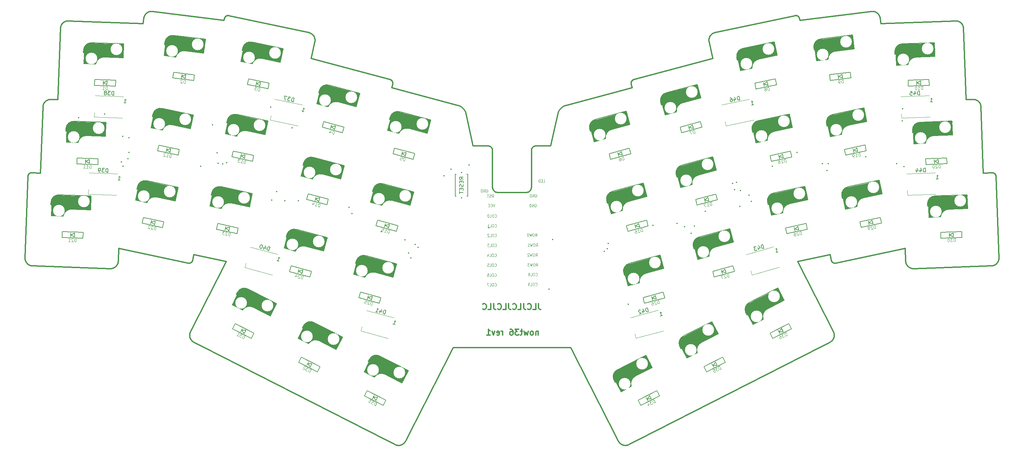
<source format=gbr>
%TF.GenerationSoftware,KiCad,Pcbnew,(6.0.6)*%
%TF.CreationDate,2022-07-30T19:55:30+09:00*%
%TF.ProjectId,nowt36,6e6f7774-3336-42e6-9b69-6361645f7063,rev?*%
%TF.SameCoordinates,Original*%
%TF.FileFunction,Legend,Bot*%
%TF.FilePolarity,Positive*%
%FSLAX46Y46*%
G04 Gerber Fmt 4.6, Leading zero omitted, Abs format (unit mm)*
G04 Created by KiCad (PCBNEW (6.0.6)) date 2022-07-30 19:55:30*
%MOMM*%
%LPD*%
G01*
G04 APERTURE LIST*
G04 Aperture macros list*
%AMRotRect*
0 Rectangle, with rotation*
0 The origin of the aperture is its center*
0 $1 length*
0 $2 width*
0 $3 Rotation angle, in degrees counterclockwise*
0 Add horizontal line*
21,1,$1,$2,0,0,$3*%
G04 Aperture macros list end*
%TA.AperFunction,Profile*%
%ADD10C,0.349999*%
%TD*%
%ADD11C,0.300000*%
%ADD12C,0.125000*%
%ADD13C,0.150000*%
%ADD14C,0.500000*%
%ADD15C,3.500000*%
%ADD16C,1.000000*%
%ADD17C,0.800000*%
%ADD18C,0.400000*%
%ADD19C,3.000000*%
%ADD20C,0.120000*%
%ADD21C,0.350000*%
%ADD22C,1.900000*%
%ADD23C,3.000000*%
%ADD24C,4.100000*%
%ADD25RotRect,2.550000X2.500000X165.000000*%
%ADD26C,4.300000*%
%ADD27RotRect,1.300000X0.950000X345.000000*%
%ADD28RotRect,2.550000X2.500000X168.000000*%
%ADD29RotRect,2.550000X2.500000X192.000000*%
%ADD30RotRect,1.300000X0.950000X2.000000*%
%ADD31RotRect,2.550000X2.500000X195.000000*%
%ADD32RotRect,1.300000X0.950000X348.000000*%
%ADD33RotRect,2.550000X2.500000X207.000000*%
%ADD34RotRect,1.300000X0.950000X333.000000*%
%ADD35RotRect,1.300000X0.950000X7.000000*%
%ADD36RotRect,1.500000X1.000000X345.000000*%
%ADD37RotRect,1.500000X1.000000X358.000000*%
%ADD38RotRect,1.300000X0.950000X358.000000*%
%ADD39RotRect,1.300000X0.950000X27.000000*%
%ADD40RotRect,1.300000X0.950000X15.000000*%
%ADD41RotRect,2.550000X2.500000X178.000000*%
%ADD42RotRect,2.550000X2.500000X182.000000*%
%ADD43RotRect,1.300000X0.950000X12.000000*%
%ADD44RotRect,2.550000X2.500000X173.000000*%
%ADD45RotRect,2.550000X2.500000X187.000000*%
%ADD46RotRect,1.500000X1.000000X348.000000*%
%ADD47RotRect,2.550000X2.500000X153.000000*%
%ADD48RotRect,1.500000X1.000000X2.000000*%
%ADD49C,1.524000*%
%ADD50RotRect,1.500000X1.000000X16.000000*%
%ADD51RotRect,1.300000X0.950000X353.000000*%
%ADD52RotRect,1.500000X1.000000X15.000000*%
%ADD53RotRect,1.500000X1.000000X12.000000*%
G04 APERTURE END LIST*
D10*
X231234357Y-33601038D02*
X231189263Y-33584031D01*
X162965635Y-67745991D02*
X162939532Y-67797881D01*
X74939909Y-115390959D02*
X74915741Y-115485825D01*
X62893799Y-35573194D02*
X62893799Y-35573194D01*
X272551723Y-34968424D02*
X272456697Y-34945597D01*
X273249963Y-35310735D02*
X273170259Y-35253001D01*
X240322181Y-97099864D02*
X240359833Y-97131549D01*
X74892805Y-116262433D02*
X74911448Y-116359066D01*
X63415421Y-33305833D02*
X63361074Y-33386043D01*
X74896274Y-115581594D02*
X74881522Y-115678091D01*
X240899177Y-97347156D02*
X240947952Y-97350146D01*
X162994273Y-67695381D02*
X162965635Y-67745991D01*
X250362275Y-32481264D02*
X231928178Y-34744685D01*
X38771067Y-55165734D02*
X38674865Y-55183912D01*
X152555740Y-67552186D02*
X152517364Y-67507667D01*
X163058992Y-67598388D02*
X163025405Y-67646147D01*
X32507888Y-96278571D02*
X32521371Y-96375768D01*
X161480439Y-79116764D02*
X157825364Y-79116787D01*
X209019959Y-38554463D02*
X208958401Y-38628248D01*
X283154359Y-95982654D02*
X282421540Y-74995426D01*
X252591096Y-34222617D02*
X252591096Y-34222617D01*
X240006562Y-96558681D02*
X240006562Y-96558681D01*
X128683749Y-144308759D02*
X128780234Y-144303889D01*
X277347157Y-55302448D02*
X277256627Y-55266065D01*
X152825364Y-68306404D02*
X152825364Y-68306404D01*
X282742351Y-97269969D02*
X282799049Y-97192391D01*
X153174768Y-78676162D02*
X153132495Y-78627362D01*
X163133366Y-67507685D02*
X163094992Y-67552201D01*
X278180524Y-55972426D02*
X278121326Y-55894162D01*
X42048180Y-35655759D02*
X41988977Y-35734023D01*
X75080841Y-97260670D02*
X75125099Y-97239161D01*
X152832310Y-77909374D02*
X152827115Y-77841072D01*
X241143897Y-97338070D02*
X241192658Y-97328960D01*
X63361074Y-33386043D02*
X63310524Y-33469093D01*
X42480257Y-35252908D02*
X42400542Y-35310641D01*
X33328116Y-97676741D02*
X33408998Y-97731899D01*
X208559243Y-39494983D02*
X208543098Y-39591267D01*
X129158799Y-144238691D02*
X129250752Y-144211236D01*
X75364475Y-97066419D02*
X75398657Y-97031383D01*
X171204047Y-56879943D02*
X171024936Y-56978460D01*
X106169495Y-44588617D02*
X106169495Y-44588617D01*
X41691671Y-36346175D02*
X41666814Y-36440874D01*
X63667986Y-33015585D02*
X63599848Y-33083339D01*
X126420869Y-50014765D02*
X126420869Y-50014765D01*
X153132495Y-78627362D02*
X153092568Y-78576555D01*
X84747788Y-33529075D02*
X84698572Y-33532391D01*
X33229363Y-74995464D02*
X32496293Y-95982632D01*
X273716630Y-35814987D02*
X273661470Y-35734108D01*
X126880089Y-50284681D02*
X126845231Y-50250437D01*
X240754754Y-97324020D02*
X240802491Y-97334077D01*
X260840195Y-98724348D02*
X260937402Y-98737818D01*
X84206650Y-33716811D02*
X84168363Y-33745767D01*
X147836175Y-67119224D02*
X147836175Y-67119224D01*
X162783022Y-78107946D02*
X162764899Y-78171767D01*
X56379670Y-97398681D02*
X56409073Y-97305477D01*
X40973115Y-55203873D02*
X40973115Y-55203873D01*
X282852036Y-97112082D02*
X282901192Y-97029171D01*
X240611776Y-115116950D02*
X240567368Y-115024067D01*
X33408998Y-97731899D02*
X33492338Y-97782949D01*
X170690799Y-57209422D02*
X170536761Y-57340835D01*
X41646581Y-36536900D02*
X41631046Y-36634091D01*
X157825364Y-79116787D02*
X157825364Y-79116787D01*
X42912965Y-35027686D02*
X42822427Y-35064064D01*
X259305047Y-97490310D02*
X259343337Y-97580057D01*
X281626843Y-97996525D02*
X281722763Y-97970827D01*
X281997955Y-97866951D02*
X282085093Y-97823831D01*
X55278476Y-98587565D02*
X55367173Y-98546787D01*
X83812760Y-34320466D02*
X83722550Y-34744685D01*
X37730256Y-55676670D02*
X37730256Y-55676670D01*
X278376225Y-56310055D02*
X278333611Y-56222284D01*
X152433877Y-67424235D02*
X152389333Y-67385889D01*
X283108877Y-96484365D02*
X283127818Y-96386885D01*
X240047978Y-96700856D02*
X240066274Y-96746381D01*
X208523308Y-39886428D02*
X208526582Y-39986421D01*
X276782306Y-55152244D02*
X276684271Y-55143534D01*
X282169732Y-97776681D02*
X282251751Y-97725630D01*
X39065009Y-55139685D02*
X38966305Y-55143559D01*
X37101287Y-56970629D02*
X37095368Y-57069666D01*
X75171243Y-116995091D02*
X75225197Y-117076576D01*
X55700310Y-98340973D02*
X55777351Y-98279154D01*
X37112051Y-56872436D02*
X37101287Y-56970629D01*
X63739221Y-32951218D02*
X63667986Y-33015585D01*
X127073265Y-50568746D02*
X127051813Y-50524261D01*
X75282999Y-117155240D02*
X75344535Y-117230950D01*
X241192658Y-97328960D02*
X259049653Y-93533287D01*
X282231358Y-74442666D02*
X282202130Y-74404459D01*
X127051813Y-50524261D02*
X127028084Y-50480701D01*
X240109300Y-96834194D02*
X240133930Y-96876336D01*
X42822427Y-35064064D02*
X42733720Y-35104838D01*
X129766875Y-143957030D02*
X129845385Y-143900262D01*
X230753045Y-33534020D02*
X230702568Y-33540801D01*
X273401215Y-35438393D02*
X273327004Y-35372553D01*
X130256010Y-143478241D02*
X130312797Y-143394848D01*
X171583881Y-56719420D02*
X171390526Y-56793424D01*
X43193912Y-34945545D02*
X43098874Y-34968364D01*
X144260240Y-56793450D02*
X144066893Y-56719442D01*
X129845385Y-143900262D02*
X129921300Y-143839525D01*
X75948380Y-95127460D02*
X84315011Y-96905849D01*
X33619889Y-74237023D02*
X33582536Y-74267170D01*
X74881522Y-115678091D02*
X74871499Y-115775138D01*
X153587232Y-78984165D02*
X153529240Y-78954464D01*
X37127586Y-56775246D02*
X37112051Y-56872436D01*
X145258660Y-57482215D02*
X145113973Y-57340869D01*
X33546679Y-74299050D02*
X33512383Y-74332603D01*
X37202085Y-56491320D02*
X37172677Y-56584527D01*
X250667391Y-32467018D02*
X250566496Y-32466592D01*
X276486359Y-55140665D02*
X274677613Y-55203873D01*
X208534952Y-40086970D02*
X208548515Y-40187924D01*
X107048711Y-39318940D02*
X107019338Y-39225729D01*
X153707883Y-79035179D02*
X153646807Y-79011098D01*
X129994448Y-143774875D02*
X130064663Y-143706367D01*
X63263913Y-33554874D02*
X63221379Y-33643277D01*
X107114900Y-40093746D02*
X107123339Y-39995692D01*
X189002232Y-50107010D02*
X188960133Y-50131818D01*
X64136961Y-32684023D02*
X64052338Y-32729812D01*
X189090071Y-50063597D02*
X189045569Y-50084252D01*
X162809867Y-77976648D02*
X162798040Y-78042878D01*
X32966544Y-97342282D02*
X33032387Y-97416492D01*
X32499173Y-96180538D02*
X32507888Y-96278571D01*
X259385956Y-97667831D02*
X259432833Y-97753470D01*
X240802491Y-97334077D02*
X240850661Y-97341794D01*
X187652731Y-144205891D02*
X187745267Y-144172371D01*
X239783896Y-117665017D02*
X239870887Y-117612023D01*
X75344535Y-117230950D02*
X75409687Y-117303570D01*
X151634965Y-67116760D02*
X151634965Y-67116760D01*
X260555245Y-98655952D02*
X260648950Y-98683353D01*
X187925858Y-144091366D02*
X239693375Y-117714062D01*
X189229874Y-50014791D02*
X189182295Y-50028812D01*
X281992172Y-74208657D02*
X281952021Y-74182163D01*
X106804406Y-38784022D02*
X106804406Y-38784022D01*
X37414808Y-56053271D02*
X37363751Y-56136611D01*
X33698820Y-74182173D02*
X33658672Y-74208671D01*
X84287110Y-33664558D02*
X84246257Y-33689725D01*
X251337900Y-32604675D02*
X251246924Y-32571346D01*
X38393929Y-55266057D02*
X38303394Y-55302436D01*
X240315657Y-117220587D02*
X240376409Y-117144680D01*
X231143295Y-33569185D02*
X231096528Y-33556548D01*
X63059655Y-34222617D02*
X63059655Y-34222617D01*
X33343011Y-74565663D02*
X33321457Y-74609231D01*
X145734073Y-58136595D02*
X145631708Y-57960683D01*
X106415091Y-38343276D02*
X106338897Y-38282252D01*
X55851563Y-98213314D02*
X55922422Y-98143878D01*
X107101590Y-40191619D02*
X107114900Y-40093746D01*
X273857163Y-36071725D02*
X273814550Y-35983958D01*
X240219684Y-96994822D02*
X240252057Y-97031427D01*
X64496626Y-32542399D02*
X64403814Y-32571356D01*
X153314811Y-78809675D02*
X153266010Y-78767403D01*
X106259863Y-38225049D02*
X106178133Y-38171766D01*
X33740270Y-74157591D02*
X33698820Y-74182173D01*
X272360503Y-34927412D02*
X272263308Y-34913933D01*
X209722011Y-38040570D02*
X209632009Y-38082532D01*
X187925858Y-144091366D02*
X187925858Y-144091366D01*
X75431029Y-96994780D02*
X75461542Y-96956683D01*
X186784572Y-144295574D02*
X186882053Y-144304620D01*
X185794637Y-143891380D02*
X185873296Y-143949198D01*
X241192658Y-97328960D02*
X241192658Y-97328960D01*
X252177321Y-33228563D02*
X252115798Y-33154362D01*
X56454156Y-97114767D02*
X56469688Y-97017582D01*
X273895447Y-36161466D02*
X273857163Y-36071725D01*
X43387322Y-34913900D02*
X43290117Y-34927369D01*
X230853315Y-33528200D02*
X230803319Y-33529836D01*
X41793255Y-36071660D02*
X41754965Y-36161407D01*
X281539941Y-74037179D02*
X281489710Y-74032565D01*
X145113973Y-57340869D02*
X144959941Y-57209456D01*
X281387360Y-74030964D02*
X281387360Y-74030964D01*
X231049036Y-33546169D02*
X231000895Y-33538097D01*
X56601067Y-93533287D02*
X56601067Y-93533287D01*
X282799049Y-97192391D02*
X282852036Y-97112082D01*
X152036279Y-67186216D02*
X151981122Y-67167998D01*
X144625817Y-56978490D02*
X144446713Y-56879971D01*
X187368291Y-144278351D02*
X187464067Y-144258894D01*
X32846985Y-97185538D02*
X32904723Y-97265242D01*
X282068313Y-74267151D02*
X282030957Y-74237007D01*
X56486367Y-96820362D02*
X56486367Y-96820362D01*
X272737609Y-35027760D02*
X272645416Y-34995833D01*
X106338897Y-38282252D02*
X106259863Y-38225049D01*
X33419505Y-74442695D02*
X33392100Y-74482334D01*
X240525627Y-97239217D02*
X240569887Y-97260726D01*
X252429370Y-33643271D02*
X252386836Y-33554867D01*
X106748329Y-38702186D02*
X106688533Y-38623567D01*
X188805510Y-50250462D02*
X188770651Y-50284706D01*
X162595672Y-78523788D02*
X162558175Y-78576517D01*
X162825364Y-77771831D02*
X162823614Y-77841040D01*
X74989804Y-97296898D02*
X75035714Y-97279921D01*
X74915741Y-115485825D02*
X74896274Y-115581594D01*
X145968295Y-58706368D02*
X145902861Y-58509953D01*
X152476655Y-67464916D02*
X152433877Y-67424235D01*
X107109021Y-39605170D02*
X107093585Y-39508835D01*
X126605174Y-50084226D02*
X126560671Y-50063571D01*
X231680219Y-33956068D02*
X231651421Y-33916904D01*
X74996212Y-116643651D02*
X75033621Y-116735067D01*
X271967377Y-34902346D02*
X271967377Y-34902346D01*
X240440064Y-97189487D02*
X240482323Y-97215465D01*
X163307607Y-67349940D02*
X163261395Y-67385910D01*
X209632009Y-38082532D02*
X209544780Y-38128627D01*
X163560275Y-67207119D02*
X163507186Y-67230611D01*
X34212005Y-74030447D02*
X34161123Y-74032543D01*
X33269534Y-74746822D02*
X33256690Y-74794780D01*
X33366581Y-74523344D02*
X33343011Y-74565663D01*
X64983344Y-32467023D02*
X64883446Y-32472478D01*
X126690610Y-50131793D02*
X126648510Y-50106985D01*
X186214792Y-144140836D02*
X186306206Y-144178261D01*
X186399766Y-144211262D02*
X186399766Y-144211262D01*
X153529240Y-78954464D02*
X153472918Y-78922080D01*
X188705980Y-50358317D02*
X188676310Y-50397575D01*
X33665744Y-97872427D02*
X33755488Y-97910708D01*
X231189263Y-33584031D02*
X231143295Y-33569185D01*
X188919340Y-50158621D02*
X188879925Y-50187365D01*
X55989466Y-98071339D02*
X56052622Y-97995857D01*
X126468448Y-50028786D02*
X126420869Y-50014765D01*
X105734185Y-37967685D02*
X105639359Y-37940038D01*
X75704169Y-117560454D02*
X75785681Y-117615601D01*
X151981122Y-67167998D02*
X151925078Y-67152478D01*
X83918561Y-34038952D02*
X83895515Y-34082566D01*
X152867712Y-78107981D02*
X152852693Y-78042913D01*
X240567368Y-115024067D02*
X231335725Y-96905849D01*
X55187948Y-98623949D02*
X55278476Y-98587565D01*
X278414510Y-56399798D02*
X278376225Y-56310055D01*
X37469974Y-55972389D02*
X37414808Y-56053271D01*
X259164445Y-96820385D02*
X259164445Y-96820385D01*
X153055070Y-78523825D02*
X153020086Y-78469257D01*
X151868244Y-67139697D02*
X151810718Y-67129694D01*
X84948176Y-33540807D02*
X84897700Y-33534028D01*
X75870119Y-117666848D02*
X75957368Y-117714062D01*
X130131774Y-143634055D02*
X130195613Y-143557995D01*
X161880379Y-79056294D02*
X161816557Y-79074418D01*
X152656465Y-67695372D02*
X152625331Y-67646136D01*
X151693981Y-67118185D02*
X151634965Y-67116760D01*
X187174737Y-144303102D02*
X187271788Y-144293091D01*
X240947952Y-97350146D02*
X240996899Y-97350749D01*
X188489236Y-50947446D02*
X188488803Y-50996309D01*
X185576934Y-143695993D02*
X185646321Y-143764662D01*
X277435855Y-55343226D02*
X277347157Y-55302448D01*
X54713638Y-98737776D02*
X54810835Y-98724296D01*
X33940247Y-97973988D02*
X34034940Y-97998839D01*
X74943198Y-97311585D02*
X74989804Y-97296898D01*
X188526894Y-50706906D02*
X188514668Y-50754217D01*
X170132695Y-57792605D02*
X170019004Y-57960651D01*
X208900488Y-38704823D02*
X208846316Y-38784040D01*
X153418349Y-78887098D02*
X153365619Y-78849601D01*
X33392100Y-74482334D02*
X33366581Y-74523344D01*
X126770816Y-50187340D02*
X126731402Y-50158596D01*
X56052622Y-97995857D02*
X56111817Y-97917596D01*
X147836175Y-67119224D02*
X146020432Y-58908584D01*
X127028084Y-50480701D02*
X127028084Y-50480701D01*
X161942870Y-79035149D02*
X161880379Y-79056294D01*
X281328213Y-98045016D02*
X281429447Y-98033749D01*
X282171146Y-74367743D02*
X282138472Y-74332580D01*
X84329134Y-33641358D02*
X84287110Y-33664558D01*
X33284653Y-74699871D02*
X33269534Y-74746822D01*
X38303394Y-55302436D02*
X38214690Y-55343210D01*
X106903863Y-38955138D02*
X106856360Y-38868536D01*
X55851563Y-98213314D02*
X55851563Y-98213314D01*
X185646321Y-143764662D02*
X185718934Y-143829830D01*
X186038942Y-144053174D02*
X186125659Y-144099102D01*
X64687202Y-32498038D02*
X64591135Y-32517923D01*
X251911522Y-32951207D02*
X251837329Y-32890336D01*
X189229874Y-50014791D02*
X189229874Y-50014791D01*
X252555926Y-34020912D02*
X252531104Y-33923116D01*
X84554226Y-33556563D02*
X84507460Y-33569200D01*
X208531663Y-39688701D02*
X208525034Y-39787138D01*
X272263308Y-34913933D02*
X272165278Y-34905220D01*
X56601067Y-93533287D02*
X74458100Y-97328915D01*
X153472918Y-78922080D02*
X153418349Y-78887098D01*
X278333611Y-56222284D02*
X278286740Y-56136648D01*
X74895985Y-97323964D02*
X74943198Y-97311585D01*
X38486130Y-55234136D02*
X38393929Y-55266057D01*
X162003945Y-79011067D02*
X161942870Y-79035149D01*
X74848251Y-97334021D02*
X74895985Y-97323964D01*
X37881523Y-55549014D02*
X37804475Y-55610831D01*
X37316877Y-56222247D02*
X37274258Y-56310019D01*
X186687426Y-144281729D02*
X186784572Y-144295574D01*
X142703004Y-119099964D02*
X142703004Y-119099964D01*
X54417702Y-98749363D02*
X54516906Y-98750371D01*
X75121252Y-116910921D02*
X75171243Y-116995091D01*
X75516787Y-96876301D02*
X75541418Y-96834162D01*
X145393508Y-57632977D02*
X145258660Y-57482215D01*
X152343120Y-67349917D02*
X152295337Y-67316360D01*
X231838013Y-34320467D02*
X231826042Y-34270403D01*
X240110140Y-117431035D02*
X240182467Y-117363933D01*
X272916830Y-35104922D02*
X272828135Y-35064144D01*
X281438828Y-74030474D02*
X281387360Y-74030964D01*
X152625331Y-67646136D02*
X152591743Y-67598375D01*
X55002059Y-98683284D02*
X55095753Y-98655876D01*
X128006639Y-144208691D02*
X128102370Y-144237744D01*
X259799348Y-98213421D02*
X259799348Y-98213421D01*
X231776241Y-34127561D02*
X231755260Y-34082560D01*
X172947724Y-119099964D02*
X172947724Y-119099964D01*
X41933809Y-35814907D02*
X41882750Y-35898249D01*
X64784686Y-32482853D02*
X64687202Y-32498038D01*
X282331029Y-97670808D02*
X282407445Y-97612345D01*
X33964752Y-74065532D02*
X33917774Y-74079628D01*
X41614365Y-36831327D02*
X40973115Y-55203873D01*
X240399144Y-97161448D02*
X240440064Y-97189487D01*
X276585567Y-55139653D02*
X276486359Y-55140665D01*
X162848461Y-68073107D02*
X162838419Y-68130624D01*
X164015748Y-67116787D02*
X163956734Y-67118212D01*
X152195450Y-67256653D02*
X152143540Y-67230584D01*
X153834198Y-79074447D02*
X153770375Y-79056323D01*
X152825364Y-77771862D02*
X152825364Y-68306404D01*
X39164216Y-55140703D02*
X39164216Y-55140703D01*
X281952021Y-74182163D02*
X281910570Y-74157583D01*
X83855694Y-34173905D02*
X83839068Y-34221533D01*
X240485955Y-116985243D02*
X240534638Y-116902051D01*
X169916635Y-58136564D02*
X169826083Y-58319829D01*
X74555796Y-97344679D02*
X74604823Y-97348898D01*
X157825364Y-119099964D02*
X172947724Y-119099964D01*
X37235970Y-56399763D02*
X37202085Y-56491320D01*
X162876839Y-67960252D02*
X162861282Y-68016284D01*
X153646807Y-79011098D02*
X153587232Y-78984165D01*
X187077312Y-144308370D02*
X187174737Y-144303102D01*
X252575970Y-34120782D02*
X252555926Y-34020912D01*
X63119646Y-33923119D02*
X63094824Y-34020914D01*
X55777351Y-98279154D02*
X55851563Y-98213314D01*
X152987701Y-78412936D02*
X152957999Y-78354945D01*
X208707216Y-39036049D02*
X208668977Y-39124341D01*
X208525034Y-39787138D02*
X208523308Y-39886428D01*
X259164445Y-96820385D02*
X259170362Y-96919425D01*
X231404507Y-33689709D02*
X231363653Y-33664542D01*
X106985384Y-39133909D02*
X106946881Y-39043654D01*
X127127968Y-51239538D02*
X127127968Y-51239538D01*
X75251574Y-97161396D02*
X75290883Y-97131499D01*
X281824026Y-74114414D02*
X281779063Y-74095945D01*
X106856360Y-38868536D02*
X106804406Y-38784022D01*
X127817697Y-144135331D02*
X127911691Y-144174571D01*
X75461542Y-96956683D02*
X75490144Y-96917166D01*
X185283102Y-143304146D02*
X185334338Y-143388598D01*
X74458100Y-97328915D02*
X74506859Y-97338023D01*
X185334338Y-143388598D02*
X185389474Y-143470123D01*
X33512383Y-74332603D02*
X33479712Y-74367769D01*
X55095753Y-98655876D02*
X55187948Y-98623949D01*
X260937402Y-98737818D02*
X261035444Y-98746520D01*
X154101109Y-79115037D02*
X154032807Y-79109844D01*
X83812760Y-34320466D02*
X83812760Y-34320466D01*
X152755645Y-67905114D02*
X152734734Y-67850954D01*
X37730256Y-55676670D02*
X37659390Y-55746105D01*
X42178400Y-35507735D02*
X42111346Y-35580276D01*
X43584071Y-34901327D02*
X43485362Y-34905198D01*
X32621730Y-96752883D02*
X32658116Y-96843411D01*
X252340224Y-33469085D02*
X252289674Y-33386034D01*
X273539119Y-35580367D02*
X273472074Y-35507828D01*
X43098874Y-34968364D02*
X43005170Y-34995766D01*
X56409073Y-97305477D02*
X56433927Y-97210786D01*
X281529031Y-98017543D02*
X281626843Y-97996525D01*
X209481232Y-44588617D02*
X209481232Y-44588617D01*
X63890425Y-32833084D02*
X63813414Y-32890348D01*
X281816669Y-97940579D02*
X281908440Y-97905911D01*
X33101826Y-97487350D02*
X33174368Y-97554393D01*
X240687493Y-116550073D02*
X240714963Y-116458120D01*
X127724824Y-144090916D02*
X127724824Y-144090916D01*
X43485362Y-34905198D02*
X43387322Y-34913900D01*
X84649856Y-33538110D02*
X84601716Y-33546184D01*
X240182467Y-117363933D02*
X240250991Y-117293728D01*
X37147819Y-56679223D02*
X37127586Y-56775246D01*
X261233369Y-98749370D02*
X261233369Y-98749370D01*
X208846316Y-38784040D02*
X208795982Y-38865749D01*
X240160571Y-96917203D02*
X240189172Y-96956723D01*
X281910570Y-74157583D02*
X281867883Y-74134980D01*
X37529175Y-55894126D02*
X37469974Y-55972389D01*
X54615606Y-98746488D02*
X54713638Y-98737776D01*
X38579831Y-55206733D02*
X38486130Y-55234136D01*
X187836368Y-144134191D02*
X187925858Y-144091366D01*
X152711207Y-67797879D02*
X152685104Y-67745986D01*
X75083314Y-115024074D02*
X75083314Y-115024074D01*
X74458100Y-97328915D02*
X74458100Y-97328915D01*
X231732213Y-34038945D02*
X231707174Y-33996765D01*
X126420869Y-50014765D02*
X106169495Y-44588617D01*
X277164430Y-55234138D02*
X277070734Y-55206731D01*
X128295507Y-144280874D02*
X128392575Y-144295060D01*
X240359833Y-97131549D02*
X240399144Y-97161448D01*
X107083375Y-40289139D02*
X107101590Y-40191619D01*
X63599848Y-33083339D02*
X63534948Y-33154372D01*
X33032387Y-97416492D02*
X33101826Y-97487350D01*
X188770651Y-50284706D02*
X188737451Y-50320676D01*
X240619551Y-116729566D02*
X240655671Y-116640611D01*
X41882750Y-35898249D02*
X41835874Y-35983887D01*
X64591135Y-32517923D02*
X64496626Y-32542399D01*
X259196661Y-97114814D02*
X259216894Y-97210841D01*
X38043445Y-55437695D02*
X37961236Y-55491281D01*
X281722763Y-97970827D02*
X281816669Y-97940579D01*
X152789456Y-68016298D02*
X152773899Y-67960261D01*
X240655671Y-116640611D02*
X240687493Y-116550073D01*
X128586865Y-144308947D02*
X128683749Y-144308759D01*
X127127968Y-51239538D02*
X127139617Y-51191322D01*
X278549170Y-56970653D02*
X278538410Y-56872462D01*
X74878974Y-116165289D02*
X74892805Y-116262433D01*
X126515073Y-50045073D02*
X126468448Y-50028786D01*
X107123339Y-39995692D02*
X107126938Y-39897634D01*
X241045931Y-97348948D02*
X241094959Y-97344727D01*
X252115798Y-33154362D02*
X252050897Y-33083329D01*
X84315011Y-96905849D02*
X84315011Y-96905849D01*
X75632654Y-96606914D02*
X75644166Y-96558666D01*
X239954295Y-117555248D02*
X240034065Y-117494863D01*
X261233369Y-98749370D02*
X281225449Y-98051212D01*
X152840864Y-77976682D02*
X152832310Y-77909374D01*
X170019004Y-57960651D02*
X169916635Y-58136564D01*
X163025405Y-67646147D02*
X162994273Y-67695381D01*
X56111817Y-97917596D02*
X56166976Y-97836715D01*
X185389474Y-143470123D02*
X185448375Y-143548608D01*
X282030957Y-74237007D02*
X281992172Y-74208657D01*
X259799348Y-98213421D02*
X259873568Y-98279261D01*
X231335725Y-96905849D02*
X231335725Y-96905849D01*
X127158682Y-50898691D02*
X127153497Y-50850185D01*
X75644166Y-96558666D02*
X75948380Y-95127460D01*
X127148825Y-51142800D02*
X127155606Y-51094061D01*
X240785102Y-115983061D02*
X240785304Y-115886173D01*
X208605272Y-39306466D02*
X208580000Y-39400000D01*
X39164216Y-55140703D02*
X39065009Y-55139685D01*
X277991120Y-55746139D02*
X277920258Y-55676702D01*
X41614365Y-36831327D02*
X41614365Y-36831327D01*
X188879925Y-50187365D02*
X188841959Y-50217997D01*
X273472074Y-35507828D02*
X273401215Y-35438393D01*
X33229363Y-74995464D02*
X33229363Y-74995464D01*
X127139617Y-51191322D02*
X127148825Y-51142800D01*
X188490763Y-51045219D02*
X188495128Y-51094087D01*
X75785681Y-117615601D02*
X75870119Y-117666848D01*
X240567368Y-115024067D02*
X240567368Y-115024067D01*
X42249268Y-35438299D02*
X42249268Y-35438299D01*
X84315011Y-96905849D02*
X75083314Y-115024074D01*
X84372256Y-33620174D02*
X84329134Y-33641358D01*
X84168363Y-33745767D02*
X84131472Y-33776546D01*
X271967377Y-34902346D02*
X252756928Y-35573194D01*
X54417702Y-98749363D02*
X54417702Y-98749363D01*
X56469688Y-97017582D02*
X56480450Y-96919393D01*
X274036027Y-36831331D02*
X274036027Y-36831331D01*
X154170319Y-79116787D02*
X154170319Y-79116787D01*
X186125659Y-144099102D02*
X186214792Y-144140836D01*
X54810835Y-98724296D02*
X54907031Y-98706112D01*
X230651963Y-33550227D02*
X210107819Y-37917020D01*
X83722550Y-34744685D02*
X83722550Y-34744685D01*
X170257214Y-57632943D02*
X170132695Y-57792605D01*
X162826830Y-68247349D02*
X162825364Y-68306362D01*
X188501910Y-51142827D02*
X188511119Y-51191348D01*
X162121510Y-78954432D02*
X162063520Y-78984133D01*
X32496293Y-95982632D02*
X32495287Y-96081836D01*
X169826083Y-58319829D02*
X169747841Y-58509928D01*
X106488298Y-38408020D02*
X106415091Y-38343276D01*
X33256690Y-74794780D02*
X33246186Y-74843684D01*
X239702347Y-95127460D02*
X239702347Y-95127460D01*
X129341292Y-144179429D02*
X129430249Y-144143324D01*
X281867883Y-74134980D02*
X281824026Y-74114414D01*
X272645416Y-34995833D02*
X272551723Y-34968424D01*
X74800083Y-97341740D02*
X74848251Y-97334021D01*
X33782955Y-74134985D02*
X33740270Y-74157591D01*
X185954776Y-144003167D02*
X186038942Y-144053174D01*
X188522767Y-51239565D02*
X188522767Y-51239565D01*
X240738192Y-115498001D02*
X240714160Y-115401648D01*
X55620605Y-98398708D02*
X55700310Y-98340973D01*
X75075340Y-116824202D02*
X75121252Y-116910921D01*
X240579188Y-116816769D02*
X240619551Y-116729566D01*
X188541444Y-50660170D02*
X188526894Y-50706906D01*
X151810718Y-67129694D02*
X151752598Y-67122509D01*
X84897700Y-33534028D02*
X84847427Y-33529845D01*
X163898120Y-67122537D02*
X163840001Y-67129722D01*
X282946395Y-96943790D02*
X282987524Y-96856067D01*
X75948380Y-95127460D02*
X75948380Y-95127460D01*
X144797057Y-57088490D02*
X144625817Y-56978490D01*
X208634963Y-39214530D02*
X208605272Y-39306466D01*
X56166976Y-97836715D02*
X56218027Y-97753377D01*
X240850661Y-97341794D02*
X240899177Y-97347156D01*
X130195613Y-143557995D02*
X130256010Y-143478241D01*
X281489710Y-74032565D02*
X281438828Y-74030474D01*
X63473425Y-33228573D02*
X63415421Y-33305833D01*
X231278503Y-33620158D02*
X231234357Y-33601038D01*
X250362275Y-32481264D02*
X250362275Y-32481264D01*
X240250991Y-117293728D02*
X240315657Y-117220587D01*
X240482323Y-97215465D02*
X240525627Y-97239217D01*
X34061375Y-74044237D02*
X34012640Y-74053715D01*
X188841959Y-50217997D02*
X188805510Y-50250462D01*
X153365619Y-78849601D02*
X153314811Y-78809675D01*
X231755260Y-34082560D02*
X231732213Y-34038945D01*
X282394201Y-74794742D02*
X282381353Y-74746785D01*
X282901192Y-97029171D02*
X282946395Y-96943790D01*
X162431445Y-78722834D02*
X162384736Y-78767367D01*
X171024936Y-56978460D02*
X170853689Y-57088458D01*
X32562389Y-96566993D02*
X32589800Y-96660688D01*
X151634965Y-67116760D02*
X147836175Y-67119224D01*
X281429447Y-98033749D02*
X281529031Y-98017543D01*
X84998780Y-33550232D02*
X84948176Y-33540807D01*
X240189172Y-96956723D02*
X240219684Y-96994822D01*
X161617950Y-79109819D02*
X161549649Y-79115013D01*
X208548515Y-40187924D02*
X208567368Y-40289136D01*
X240006562Y-96558681D02*
X240018072Y-96606933D01*
X34326337Y-98045352D02*
X34425370Y-98051266D01*
X129517455Y-144102977D02*
X129602741Y-144058443D01*
X33448731Y-74404486D02*
X33419505Y-74442695D01*
X259181126Y-97017622D02*
X259196661Y-97114814D01*
X75584447Y-96746354D02*
X75602745Y-96700832D01*
X151925078Y-67152478D02*
X151868244Y-67139697D01*
X283085256Y-96580152D02*
X283108877Y-96484365D01*
X162630655Y-78469220D02*
X162595672Y-78523788D01*
X208958401Y-38628248D02*
X208900488Y-38704823D01*
X282480877Y-97550372D02*
X282551205Y-97485017D01*
X106946881Y-39043654D02*
X106903863Y-38955138D01*
X172947724Y-119099964D02*
X185235902Y-143216884D01*
X63149106Y-33827509D02*
X63119646Y-33923119D01*
X209460420Y-38178704D02*
X209379028Y-38232615D01*
X281225449Y-98051212D02*
X281225449Y-98051212D01*
X162861282Y-68016284D02*
X162848461Y-68073107D01*
X34263474Y-74030933D02*
X36500611Y-74109058D01*
X127028084Y-50480701D02*
X127002227Y-50438371D01*
X250963535Y-32498030D02*
X250866051Y-32482847D01*
X151752598Y-67122509D02*
X151693981Y-67118185D01*
X74751569Y-97347102D02*
X74800083Y-97341740D01*
X75550384Y-117439001D02*
X75625698Y-117501542D01*
X153092568Y-78576555D02*
X153055070Y-78523825D01*
X186979692Y-144308881D02*
X187077312Y-144308370D01*
X54516906Y-98750371D02*
X54615606Y-98746488D01*
X42323490Y-35372459D02*
X42249268Y-35438299D01*
X231096528Y-33556548D02*
X231049036Y-33546169D01*
X260372501Y-98587654D02*
X260463040Y-98624032D01*
X188492050Y-50898717D02*
X188489236Y-50947446D01*
X157825364Y-119099964D02*
X157825364Y-119099964D01*
X152957999Y-78354945D02*
X152931065Y-78295370D01*
X64403814Y-32571356D02*
X64312839Y-32604685D01*
X283151175Y-96187373D02*
X283155349Y-96085599D01*
X33238087Y-74893473D02*
X33232458Y-74944086D01*
X259598262Y-97995960D02*
X259661427Y-98071444D01*
X282284290Y-74523312D02*
X282258767Y-74482304D01*
X106804406Y-38784022D02*
X106748329Y-38702186D01*
X75625698Y-117501542D02*
X75704169Y-117560454D01*
X163956734Y-67118212D02*
X163898120Y-67122537D01*
X128392575Y-144295060D02*
X128489751Y-144304399D01*
X153965498Y-79101291D02*
X153899267Y-79089464D01*
X167814545Y-67119224D02*
X164015748Y-67116787D01*
X75125099Y-97239161D02*
X75168399Y-97215410D01*
X126560671Y-50063571D02*
X126515073Y-50045073D01*
X74963227Y-116550091D02*
X74963227Y-116550091D01*
X32793394Y-97103337D02*
X32846985Y-97185538D01*
X188648510Y-50438396D02*
X188622651Y-50480726D01*
X41754965Y-36161407D02*
X41721080Y-36252966D01*
X279150117Y-74109058D02*
X278555085Y-57069687D01*
X62893799Y-35573194D02*
X43683282Y-34902348D01*
X105918239Y-38036449D02*
X105827194Y-37999855D01*
X74934917Y-116455011D02*
X74963227Y-116550091D01*
X34228147Y-98034595D02*
X34326337Y-98045352D01*
X278235686Y-56053308D02*
X278180524Y-55972426D01*
X187271788Y-144293091D02*
X187368291Y-144278351D01*
X41631046Y-36634091D02*
X41620283Y-36732288D01*
X186590791Y-144263071D02*
X186687426Y-144281729D01*
X130064663Y-143706367D02*
X130131774Y-143634055D01*
X84698572Y-33532391D02*
X84649856Y-33538110D01*
X75618831Y-96654327D02*
X75632654Y-96606914D01*
X32539558Y-96471965D02*
X32562389Y-96566993D01*
X210107819Y-37917020D02*
X210107819Y-37917020D01*
X282418443Y-74944048D02*
X282412810Y-74893434D01*
X209300700Y-38290212D02*
X209225532Y-38351343D01*
X55538403Y-98452296D02*
X55620605Y-98398708D01*
X154170319Y-79116787D02*
X154101109Y-79115037D01*
X105542863Y-37917016D02*
X84998780Y-33550232D01*
X231321626Y-33641342D02*
X231278503Y-33620158D01*
X273327004Y-35372553D02*
X273249963Y-35310735D01*
X41666814Y-36440874D02*
X41646581Y-36536900D01*
X231519295Y-33776532D02*
X231482403Y-33745753D01*
X259049653Y-93533287D02*
X259049653Y-93533287D01*
X130365805Y-143307871D02*
X130414864Y-143217365D01*
X281225449Y-98051212D02*
X281328213Y-98045016D01*
X282329421Y-74609196D02*
X282307863Y-74565629D01*
X208526582Y-39986421D02*
X208534952Y-40086970D01*
X127145954Y-50801989D02*
X127136064Y-50754192D01*
X75478342Y-117372965D02*
X75550384Y-117439001D01*
X260648950Y-98683353D02*
X260743989Y-98706173D01*
X34012640Y-74053715D02*
X33964752Y-74065532D01*
X127724824Y-144090916D02*
X127817697Y-144135331D01*
X128876150Y-144294392D02*
X128971329Y-144280324D01*
X145902861Y-58509953D02*
X145824622Y-58319857D01*
X278555085Y-57069687D02*
X278555085Y-57069687D01*
X188737451Y-50320676D02*
X188705980Y-50358317D01*
X64312839Y-32604685D02*
X64223841Y-32642277D01*
X56218027Y-97753377D02*
X56264895Y-97667743D01*
X128971329Y-144280324D02*
X129065602Y-144261738D01*
X145824622Y-58319857D02*
X145734073Y-58136595D01*
X74865695Y-115970174D02*
X74869942Y-116067810D01*
X126974428Y-50397550D02*
X126944759Y-50358292D01*
X83722550Y-34744685D02*
X65288460Y-32481264D01*
X283057076Y-96674119D02*
X283085256Y-96580152D01*
X145631708Y-57960683D02*
X145518022Y-57792638D01*
X145518022Y-57792638D02*
X145393508Y-57632977D01*
X129685937Y-144009775D02*
X129766875Y-143957030D01*
X126808783Y-50217972D02*
X126770816Y-50187340D01*
X272828135Y-35064144D02*
X272737609Y-35027760D01*
X74866219Y-115872558D02*
X74865695Y-115970174D01*
X273814550Y-35983958D02*
X273767681Y-35898324D01*
X127136064Y-50754192D02*
X127123838Y-50706881D01*
X162518249Y-78627325D02*
X162475977Y-78676125D01*
X38127985Y-55388317D02*
X38043445Y-55437695D01*
X164015748Y-67116787D02*
X164015748Y-67116787D01*
X126731402Y-50158596D02*
X126690610Y-50131793D01*
X277256627Y-55266065D02*
X277164430Y-55234138D01*
X209909949Y-37969637D02*
X209814691Y-38002888D01*
X74604823Y-97348898D02*
X74653852Y-97350698D01*
X185235902Y-143216884D02*
X185283102Y-143304146D01*
X282104172Y-74299029D02*
X282068313Y-74267151D01*
X239693375Y-117714062D02*
X239693375Y-117714062D01*
X162063520Y-78984133D02*
X162003945Y-79011067D01*
X152823901Y-68247385D02*
X152819538Y-68188767D01*
X239702347Y-95127460D02*
X240006562Y-96558681D01*
X240738025Y-116364922D02*
X240756625Y-116270649D01*
X163614446Y-67186244D02*
X163560275Y-67207119D01*
X162825364Y-77771831D02*
X162825364Y-77771831D01*
X208795982Y-38865749D02*
X208749583Y-38949802D01*
X34263474Y-74030933D02*
X34212005Y-74030447D01*
X34263474Y-74030933D02*
X34263474Y-74030933D01*
X84029916Y-33879331D02*
X83999351Y-33916914D01*
X169682403Y-58706346D02*
X169630265Y-58908565D01*
X277689293Y-55491307D02*
X277607089Y-55437717D01*
X38674865Y-55183912D02*
X38579831Y-55206733D01*
X282307863Y-74565629D02*
X282284290Y-74523312D01*
X157825364Y-79116787D02*
X154170319Y-79116787D01*
X43005170Y-34995766D02*
X42912965Y-35027686D01*
X250866051Y-32482847D02*
X250767289Y-32472473D01*
X143867165Y-56658464D02*
X126893700Y-52113829D01*
X75957368Y-117714062D02*
X75957368Y-117714062D01*
X129602741Y-144058443D02*
X129685937Y-144009775D01*
X163094992Y-67552201D02*
X163058992Y-67598388D01*
X252467686Y-33734186D02*
X252429370Y-33643271D01*
X32698897Y-96932107D02*
X32744010Y-97018804D01*
X162823614Y-77841040D02*
X162818420Y-77909340D01*
X37095368Y-57069666D02*
X37095368Y-57069666D01*
X37961236Y-55491281D02*
X37881523Y-55549014D01*
X231444116Y-33716796D02*
X231404507Y-33689709D01*
X56345790Y-97490234D02*
X56379670Y-97398681D01*
X127161931Y-50996283D02*
X127161497Y-50947420D01*
X75409687Y-117303570D02*
X75478342Y-117372965D01*
X84601716Y-33546184D02*
X84554226Y-33556563D01*
X188522767Y-51239565D02*
X188757020Y-52113829D01*
X106558372Y-38476384D02*
X106488298Y-38408020D01*
X153266010Y-78767403D02*
X153219301Y-78722871D01*
X282085093Y-97823831D02*
X282169732Y-97776681D01*
X128102370Y-144237744D02*
X128198715Y-144261787D01*
X209153621Y-38415862D02*
X209085065Y-38483618D01*
X152812316Y-68130648D02*
X152802275Y-68073126D01*
X260743989Y-98706173D02*
X260840195Y-98724348D01*
X240376409Y-117144680D02*
X240433193Y-117066175D01*
X152819538Y-68188767D02*
X152812316Y-68130648D01*
X33492338Y-97782949D02*
X33577974Y-97829816D01*
X161816557Y-79074418D02*
X161751488Y-79089437D01*
X105827194Y-37999855D02*
X105734185Y-37967685D01*
X146020432Y-58908584D02*
X145968295Y-58706368D01*
X33032387Y-97416492D02*
X33032387Y-97416492D01*
X41620283Y-36732288D02*
X41614365Y-36831327D01*
X276975703Y-55183904D02*
X276879505Y-55165721D01*
X33577974Y-97829816D02*
X33665744Y-97872427D01*
X126944759Y-50358292D02*
X126913289Y-50320651D01*
X161685258Y-79101265D02*
X161617950Y-79109819D01*
X188757020Y-52113829D02*
X188757020Y-52113829D01*
X230952178Y-33532379D02*
X230902959Y-33529064D01*
X240780219Y-116079549D02*
X240785102Y-115983061D01*
X127109289Y-50660144D02*
X127092427Y-50614070D01*
X75210656Y-97189434D02*
X75251574Y-97161396D01*
X34110891Y-74037159D02*
X34061375Y-74044237D01*
X163261395Y-67385910D02*
X163216851Y-67424256D01*
X107073471Y-39413367D02*
X107048711Y-39318940D01*
X33847042Y-97944586D02*
X33940247Y-97973988D01*
X74963227Y-116550091D02*
X74996212Y-116643651D01*
X152827115Y-77841072D02*
X152825364Y-77771862D01*
X208567368Y-40289136D02*
X208567368Y-40289136D01*
X162831195Y-68188737D02*
X162826830Y-68247349D01*
X56307507Y-97579975D02*
X56345790Y-97490234D01*
X163216851Y-67424256D02*
X163174073Y-67464935D01*
X240066274Y-96746381D02*
X240086731Y-96790852D01*
X274677613Y-55203873D02*
X274677613Y-55203873D01*
X75644166Y-96558666D02*
X75644166Y-96558666D01*
X209481232Y-44588617D02*
X189229874Y-50014791D01*
X251154112Y-32542389D02*
X251059602Y-32517914D01*
X161751488Y-79089437D02*
X161685258Y-79101265D01*
X277522554Y-55388336D02*
X277435855Y-55343226D01*
X259432833Y-97753470D02*
X259483891Y-97836812D01*
X152852693Y-78042913D02*
X152840864Y-77976682D01*
X185510907Y-143623936D02*
X185576934Y-143695993D01*
X152389333Y-67385889D02*
X152343120Y-67349917D01*
X163669602Y-67168026D02*
X163614446Y-67186244D01*
X240770708Y-116175468D02*
X240780219Y-116079549D01*
X163725645Y-67152507D02*
X163669602Y-67168026D01*
X171783616Y-56658447D02*
X171783616Y-56658447D01*
X83943599Y-33996773D02*
X83918561Y-34038952D01*
X75002293Y-115204647D02*
X74968764Y-115297174D01*
X162939532Y-67797881D02*
X162916005Y-67850953D01*
X230902959Y-33529064D02*
X230853315Y-33528200D01*
X42111346Y-35580276D02*
X42048180Y-35655759D01*
X260112544Y-98452397D02*
X260197087Y-98501775D01*
X163455277Y-67256679D02*
X163404646Y-67285284D01*
X107083375Y-40289139D02*
X107083375Y-40289139D01*
X129430249Y-144143324D02*
X129517455Y-144102977D01*
X278477796Y-56584559D02*
X278448391Y-56491354D01*
X187558939Y-144234736D02*
X187652731Y-144205891D01*
X240757268Y-115594799D02*
X240738192Y-115498001D01*
X162177832Y-78922047D02*
X162121510Y-78954432D01*
X231335725Y-96905849D02*
X239702347Y-95127460D01*
X130312797Y-143394848D02*
X130365805Y-143307871D01*
X162475977Y-78676125D02*
X162431445Y-78722834D01*
X33246186Y-74843684D02*
X33238087Y-74893473D01*
X41835874Y-35983887D02*
X41793255Y-36071660D01*
X282348898Y-74653951D02*
X282329421Y-74609196D01*
X277920258Y-55676702D02*
X277846044Y-55610861D01*
X259539059Y-97917696D02*
X259598262Y-97995960D01*
X32744010Y-97018804D02*
X32793394Y-97103337D01*
X152802275Y-68073126D02*
X152789456Y-68016298D01*
X41988977Y-35734023D02*
X41933809Y-35814907D01*
X129250752Y-144211236D02*
X129341292Y-144179429D01*
X75490144Y-96917166D02*
X75516787Y-96876301D01*
X32589800Y-96660688D02*
X32621730Y-96752883D01*
X171783616Y-56658447D02*
X171583881Y-56719420D01*
X55453870Y-98501677D02*
X55538403Y-98452296D01*
X277846044Y-55610861D02*
X277769000Y-55549042D01*
X251598403Y-32729800D02*
X251513779Y-32684011D01*
X75040480Y-115113555D02*
X75002293Y-115204647D01*
X74702797Y-97350094D02*
X74751569Y-97347102D01*
X32904723Y-97265242D02*
X32966544Y-97342282D01*
X188511119Y-51191348D02*
X188522767Y-51239565D01*
X162692740Y-78354908D02*
X162663039Y-78412898D01*
X185873296Y-143949198D02*
X185954776Y-144003167D01*
X259950618Y-98341078D02*
X260030333Y-98398811D01*
X282682063Y-97344686D02*
X282742351Y-97269969D01*
X162335936Y-78809639D02*
X162285129Y-78849566D01*
X230702568Y-33540801D02*
X230651963Y-33550227D01*
X75541418Y-96834162D02*
X75563988Y-96790822D01*
X36500611Y-74109058D02*
X36500611Y-74109058D01*
X65084239Y-32466595D02*
X64983344Y-32467023D01*
X231651421Y-33916904D02*
X231620855Y-33879319D01*
X170392068Y-57482180D02*
X170257214Y-57632943D01*
X259170362Y-96919425D02*
X259181126Y-97017622D01*
X126893700Y-52113829D02*
X127127968Y-51239538D01*
X84797432Y-33528210D02*
X84747788Y-33529075D01*
X282381353Y-74746785D02*
X282366231Y-74699834D01*
X128489751Y-144304399D02*
X128586865Y-144308947D01*
X105542863Y-37917016D02*
X105542863Y-37917016D01*
X162825364Y-68306362D02*
X162825364Y-77771831D01*
X260463040Y-98624032D02*
X260555245Y-98655952D01*
X128198715Y-144261787D02*
X128295507Y-144280874D01*
X127161497Y-50947420D02*
X127158682Y-50898691D01*
X37095368Y-57069666D02*
X36500611Y-74109058D01*
X259216894Y-97210841D02*
X259241752Y-97305540D01*
X240707538Y-97311641D02*
X240754754Y-97324020D01*
X251982758Y-33015574D02*
X251911522Y-32951207D01*
X276684271Y-55143534D02*
X276585567Y-55139653D01*
X126893700Y-52113829D02*
X126893700Y-52113829D01*
X75210656Y-97189434D02*
X75210656Y-97189434D01*
X161480439Y-79116764D02*
X161480439Y-79116764D01*
X281686081Y-74065540D02*
X281638191Y-74053727D01*
X126845231Y-50250437D02*
X126808783Y-50217972D01*
X188598921Y-50524286D02*
X188577468Y-50568771D01*
X64883446Y-32472478D02*
X64784686Y-32482853D01*
X63970113Y-32779535D02*
X63890425Y-32833084D01*
X282987524Y-96856067D02*
X283024458Y-96766134D01*
X188488803Y-50996309D02*
X188490763Y-51045219D01*
X282551205Y-97485017D02*
X282618308Y-97416412D01*
X74911448Y-116359066D02*
X74934917Y-116455011D01*
X84416401Y-33601054D02*
X84372256Y-33620174D01*
X37274258Y-56310019D02*
X37235970Y-56399763D01*
X84131472Y-33776546D02*
X84096051Y-33809098D01*
X283141958Y-96287845D02*
X283151175Y-96187373D01*
X32658116Y-96843411D02*
X32698897Y-96932107D01*
X209544780Y-38128627D02*
X209460420Y-38178704D01*
X153899267Y-79089464D02*
X153834198Y-79074447D01*
X37804475Y-55610831D02*
X37730256Y-55676670D01*
X32496293Y-95982632D02*
X32496293Y-95982632D01*
X259728480Y-98143984D02*
X259799348Y-98213421D01*
X259271161Y-97398750D02*
X259305047Y-97490310D01*
X282421540Y-74995426D02*
X282418443Y-74944048D01*
X240996899Y-97350749D02*
X241045931Y-97348948D01*
X56486367Y-96820362D02*
X56601067Y-93533287D01*
X162663039Y-78412898D02*
X162630655Y-78469220D01*
X74506859Y-97338023D02*
X74555796Y-97344679D01*
X65288460Y-32481264D02*
X65185991Y-32471306D01*
X240440064Y-97189487D02*
X240440064Y-97189487D01*
X240031894Y-96654348D02*
X240047978Y-96700856D01*
X252501644Y-33827505D02*
X252467686Y-33734186D01*
X75957368Y-117714062D02*
X127724824Y-144090916D01*
X127911691Y-144174571D02*
X128006639Y-144208691D01*
X84062174Y-33843376D02*
X84029916Y-33879331D01*
X240651007Y-115210953D02*
X240611776Y-115116950D01*
X283024458Y-96766134D02*
X283057076Y-96674119D01*
X106169495Y-44588617D02*
X107083375Y-40289139D01*
X130414864Y-143217365D02*
X142703004Y-119099964D01*
X252591096Y-34222617D02*
X252575970Y-34120782D01*
X75035714Y-97279921D02*
X75080841Y-97260670D01*
X106178133Y-38171766D02*
X106093855Y-38122505D01*
X282258767Y-74482304D02*
X282231358Y-74442666D01*
X83999351Y-33916914D02*
X83970554Y-33956078D01*
X282412810Y-74893434D02*
X282404708Y-74843645D01*
X188960133Y-50131818D02*
X188919340Y-50158621D01*
X171390526Y-56793424D02*
X171204047Y-56879943D01*
X146020432Y-58908584D02*
X146020432Y-58908584D01*
X63221379Y-33643277D02*
X63183064Y-33734191D01*
X210107819Y-37917020D02*
X210007691Y-37940964D01*
X63059655Y-34222617D02*
X62893799Y-35573194D01*
X169630265Y-58908565D02*
X169630265Y-58908565D01*
X259343337Y-97580057D02*
X259385956Y-97667831D01*
X240756625Y-116270649D02*
X240770708Y-116175468D01*
X153020086Y-78469257D02*
X152987701Y-78412936D01*
X188495128Y-51094087D02*
X188501910Y-51142827D01*
X261134155Y-98750391D02*
X261233369Y-98749370D01*
X231000895Y-33538097D02*
X230952178Y-33532379D01*
X107119747Y-39702198D02*
X107109021Y-39605170D01*
X281908440Y-97905911D02*
X281997955Y-97866951D01*
X240685117Y-115305909D02*
X240651007Y-115210953D01*
X282366231Y-74699834D02*
X282348898Y-74653951D01*
X83824732Y-34270403D02*
X83812760Y-34320466D01*
X106007175Y-38077366D02*
X105918239Y-38036449D01*
X250767289Y-32472473D02*
X250667391Y-32467018D01*
X34425370Y-98051266D02*
X54417702Y-98749363D01*
X282618308Y-97416412D02*
X282682063Y-97344686D01*
X240615018Y-97279978D02*
X240660930Y-97296955D01*
X40973115Y-55203873D02*
X39164216Y-55140703D01*
X33582536Y-74267170D02*
X33546679Y-74299050D01*
X240534638Y-116902051D02*
X240579188Y-116816769D01*
X208749583Y-38949802D02*
X208707216Y-39036049D01*
X259873568Y-98279261D02*
X259950618Y-98341078D01*
X251680629Y-32779524D02*
X251598403Y-32729800D01*
X277920258Y-55676702D02*
X277920258Y-55676702D01*
X128780234Y-144303889D02*
X128876150Y-144294392D01*
X162285129Y-78849566D02*
X162232400Y-78887063D01*
X34425370Y-98051266D02*
X34425370Y-98051266D01*
X240034065Y-117494863D02*
X240110140Y-117431035D01*
X283154359Y-95982654D02*
X283154359Y-95982654D01*
X231707174Y-33996765D02*
X231680219Y-33956068D01*
X273088058Y-35199413D02*
X273003526Y-35150032D01*
X240714963Y-116458120D02*
X240738025Y-116364922D01*
X127159971Y-51045193D02*
X127161931Y-50996283D01*
X273602275Y-35655847D02*
X273539119Y-35580367D01*
X43683282Y-34902348D02*
X43683282Y-34902348D01*
X272066579Y-34901337D02*
X271967377Y-34902346D01*
X240660930Y-97296955D02*
X240707538Y-97311641D01*
X56264895Y-97667743D02*
X56307507Y-97579975D01*
X231482403Y-33745753D02*
X231444116Y-33716796D01*
X152591743Y-67598375D02*
X152555740Y-67552186D01*
X127002227Y-50438371D02*
X126974428Y-50397550D01*
X189045569Y-50084252D02*
X189002232Y-50107010D01*
X83874534Y-34127566D02*
X83855694Y-34173905D01*
X188676310Y-50397575D02*
X188648510Y-50438396D01*
X153219301Y-78722871D02*
X153174768Y-78676162D01*
X33917774Y-74079628D02*
X33871772Y-74095943D01*
X163507186Y-67230611D02*
X163455277Y-67256679D01*
X281733060Y-74079633D02*
X281686081Y-74065540D01*
X55367173Y-98546787D02*
X55453870Y-98501677D01*
X169747841Y-58509928D02*
X169682403Y-58706346D01*
X188622651Y-50480726D02*
X188622651Y-50480726D01*
X106093855Y-38122505D02*
X106007175Y-38077366D01*
X251760317Y-32833072D02*
X251680629Y-32779524D01*
X240780769Y-115789054D02*
X240771441Y-115691873D01*
X33479712Y-74367769D02*
X33448731Y-74404486D01*
X208580000Y-39400000D02*
X208559243Y-39494983D01*
X278502649Y-56679254D02*
X278477796Y-56584559D01*
X281638191Y-74053727D02*
X281589456Y-74044252D01*
X282251751Y-97725630D02*
X282331029Y-97670808D01*
X161549649Y-79115013D02*
X161480439Y-79116764D01*
X240433193Y-117066175D02*
X240485955Y-116985243D01*
X162825364Y-68306362D02*
X162825364Y-68306362D01*
X272456697Y-34945597D02*
X272360503Y-34927412D01*
X42647012Y-35149944D02*
X42562469Y-35199322D01*
X107093585Y-39508835D02*
X107073471Y-39413367D01*
X42562469Y-35199322D02*
X42480257Y-35252908D01*
X250464744Y-32471304D02*
X250362275Y-32481264D01*
X144446713Y-56879971D02*
X144260240Y-56793450D01*
X84507460Y-33569200D02*
X84461494Y-33584047D01*
X278522879Y-56775275D02*
X278502649Y-56679254D01*
X283155349Y-96085599D02*
X283154359Y-95982654D01*
X273767681Y-35898324D02*
X273716630Y-35814987D01*
X209814691Y-38002888D02*
X209722011Y-38040570D01*
X42733720Y-35104838D02*
X42647012Y-35149944D01*
X106688533Y-38623567D02*
X106625165Y-38548266D01*
X33321457Y-74609231D02*
X33301982Y-74653987D01*
X75083314Y-115024074D02*
X75040480Y-115113555D01*
X163840001Y-67129722D02*
X163782477Y-67139725D01*
X170536761Y-57340835D02*
X170392068Y-57482180D01*
X231811706Y-34221531D02*
X231795081Y-34173901D01*
X74869942Y-116067810D02*
X74878974Y-116165289D01*
X162743754Y-78234258D02*
X162719673Y-78295333D01*
X152885837Y-78171804D02*
X152867712Y-78107981D01*
X188622651Y-50480726D02*
X188598921Y-50524286D01*
X163174073Y-67464935D02*
X163133366Y-67507685D01*
X278121326Y-55894162D02*
X278058167Y-55818680D01*
X152476655Y-67464916D02*
X152476655Y-67464916D01*
X43683282Y-34902348D02*
X43584071Y-34901327D01*
X107019338Y-39225729D02*
X106985384Y-39133909D01*
X240771441Y-115691873D02*
X240757268Y-115594799D01*
X38966305Y-55143559D02*
X38868268Y-55152263D01*
X241094959Y-97344727D02*
X241143897Y-97338070D01*
X162916005Y-67850953D02*
X162895094Y-67905109D01*
X142703004Y-119099964D02*
X157825364Y-119099964D01*
X282404708Y-74843645D02*
X282394201Y-74794742D01*
X209225532Y-38351343D02*
X209153621Y-38415862D01*
X252531104Y-33923116D02*
X252501644Y-33827505D01*
X163174073Y-67464935D02*
X163174073Y-67464935D01*
X65185991Y-32471306D02*
X65084239Y-32466595D01*
X152825364Y-77771862D02*
X152825364Y-77771862D01*
X276486359Y-55140665D02*
X276486359Y-55140665D01*
X152734734Y-67850954D02*
X152711207Y-67797879D01*
X129921300Y-143839525D02*
X129994448Y-143774875D01*
X240252057Y-97031427D02*
X240286239Y-97066465D01*
X208668977Y-39124341D02*
X208634963Y-39214530D01*
X188577468Y-50568771D02*
X188558306Y-50614095D01*
X210007691Y-37940964D02*
X209909949Y-37969637D01*
X240018072Y-96606933D02*
X240031894Y-96654348D01*
X231363653Y-33664542D02*
X231321626Y-33641342D01*
X162719673Y-78295333D02*
X162692740Y-78354908D01*
X189182295Y-50028812D02*
X189135670Y-50045099D01*
X33658672Y-74208671D02*
X33619889Y-74237023D01*
X274030109Y-36732300D02*
X274019348Y-36634113D01*
X185718934Y-143829830D02*
X185794637Y-143891380D01*
X250566496Y-32466592D02*
X250464744Y-32471304D01*
X162558175Y-78576517D02*
X162518249Y-78627325D01*
X33232458Y-74944086D02*
X33229363Y-74995464D01*
X251837329Y-32890336D02*
X251760317Y-32833072D01*
X208543098Y-39591267D02*
X208531663Y-39688701D01*
X55922422Y-98143878D02*
X55989466Y-98071339D01*
X162232400Y-78887063D02*
X162177832Y-78922047D01*
X259049653Y-93533287D02*
X259164445Y-96820385D01*
X54907031Y-98706112D02*
X55002059Y-98683284D01*
X42249268Y-35438299D02*
X42178400Y-35507735D01*
X42400542Y-35310641D02*
X42323490Y-35372459D01*
X64223841Y-32642277D02*
X64136961Y-32684023D01*
X186494846Y-144239587D02*
X186590791Y-144263071D01*
X75225197Y-117076576D02*
X75282999Y-117155240D01*
X107125730Y-39799744D02*
X107119747Y-39702198D01*
X231554718Y-33809085D02*
X231519295Y-33776532D01*
X163782477Y-67139725D02*
X163725645Y-67152507D01*
X240133930Y-96876336D02*
X240160571Y-96917203D01*
X278555085Y-57069687D02*
X278549170Y-56970653D01*
X185235902Y-143216884D02*
X185235902Y-143216884D01*
X34034940Y-97998839D02*
X34130961Y-98019065D01*
X251513779Y-32684011D02*
X251426898Y-32642266D01*
X277607089Y-55437717D02*
X277522554Y-55388336D01*
X84847427Y-33529845D02*
X84797432Y-33528210D01*
X231588596Y-33843364D02*
X231554718Y-33809085D01*
X84096051Y-33809098D02*
X84062174Y-33843376D01*
X64052338Y-32729812D02*
X63970113Y-32779535D01*
X63534948Y-33154372D02*
X63473425Y-33228573D01*
X282138472Y-74332580D02*
X282104172Y-74299029D01*
X63094824Y-34020914D02*
X63074781Y-34120783D01*
X63813414Y-32890348D02*
X63739221Y-32951218D01*
X152773899Y-67960261D02*
X152755645Y-67905114D01*
X188757020Y-52113829D02*
X171783616Y-56658447D01*
X38214690Y-55343210D02*
X38127985Y-55388317D01*
X272165278Y-34905220D02*
X272066579Y-34901337D01*
X186882053Y-144304620D02*
X186979692Y-144308881D01*
X162798040Y-78042878D02*
X162783022Y-78107946D01*
X251426898Y-32642266D02*
X251337900Y-32604675D01*
X37659390Y-55746105D02*
X37592339Y-55818644D01*
X152931065Y-78295370D02*
X152906982Y-78234295D01*
X33301982Y-74653987D02*
X33284653Y-74699871D01*
X84998780Y-33550232D02*
X84998780Y-33550232D01*
X162818420Y-77909340D02*
X162809867Y-77976648D01*
X188558306Y-50614095D02*
X188541444Y-50660170D01*
X281589456Y-74044252D02*
X281539941Y-74037179D01*
X208567368Y-40289136D02*
X209481232Y-44588617D01*
X127155606Y-51094061D02*
X127159971Y-51045193D01*
X75033621Y-116735067D02*
X75075340Y-116824202D01*
X282421540Y-74995426D02*
X282421540Y-74995426D01*
X56480450Y-96919393D02*
X56486367Y-96820362D01*
X37172677Y-56584527D02*
X37147819Y-56679223D01*
X259483891Y-97836812D02*
X259539059Y-97917696D01*
X84461494Y-33584047D02*
X84416401Y-33601054D01*
X230803319Y-33529836D02*
X230753045Y-33534020D01*
X106625165Y-38548266D02*
X106558372Y-38476384D01*
X231838013Y-34320467D02*
X231838013Y-34320467D01*
X252756928Y-35573194D02*
X252591096Y-34222617D01*
X261035444Y-98746520D02*
X261134155Y-98750391D01*
X188514668Y-50754217D02*
X188504778Y-50802015D01*
X154032807Y-79109844D02*
X153965498Y-79101291D01*
X162764899Y-78171767D02*
X162743754Y-78234258D01*
X239693375Y-117714062D02*
X239783896Y-117665017D01*
X231620855Y-33879319D02*
X231588596Y-33843364D01*
X83895515Y-34082566D02*
X83874534Y-34127566D01*
X33249852Y-97617548D02*
X33328116Y-97676741D01*
X282202130Y-74404459D02*
X282171146Y-74367743D01*
X75290883Y-97131499D02*
X75328533Y-97099815D01*
X152295337Y-67316360D02*
X152246081Y-67285259D01*
X273661470Y-35734108D02*
X273602275Y-35655847D01*
X282407445Y-97612345D02*
X282480877Y-97550372D01*
X63074781Y-34120783D02*
X63059655Y-34222617D01*
X277070734Y-55206731D02*
X276975703Y-55183904D01*
X252235326Y-33305824D02*
X252177321Y-33228563D01*
X274677613Y-55203873D02*
X274036027Y-36831331D01*
X260197087Y-98501775D02*
X260283795Y-98546881D01*
X34130961Y-98019065D02*
X34228147Y-98034595D01*
X273401215Y-35438393D02*
X273401215Y-35438393D01*
X37363751Y-56136611D02*
X37316877Y-56222247D01*
X259661427Y-98071444D02*
X259728480Y-98143984D01*
X33174368Y-97554393D02*
X33249852Y-97617548D01*
X152825364Y-68306404D02*
X152823901Y-68247385D01*
X278286740Y-56136648D02*
X278235686Y-56053308D01*
X185448375Y-143548608D02*
X185510907Y-143623936D01*
X231826042Y-34270403D02*
X231811706Y-34221531D01*
X251246924Y-32571346D02*
X251154112Y-32542389D01*
X84246257Y-33689725D02*
X84206650Y-33716811D01*
X274036027Y-36831331D02*
X274030109Y-36732300D01*
X273958731Y-36346220D02*
X273929327Y-36253018D01*
X277769000Y-55549042D02*
X277689293Y-55491307D01*
X240714160Y-115401648D02*
X240685117Y-115305909D01*
X129065602Y-144261738D02*
X129158799Y-144238691D01*
X126913289Y-50320651D02*
X126880089Y-50284681D01*
X33755488Y-97910708D02*
X33847042Y-97944586D01*
X126648510Y-50106985D02*
X126605174Y-50084226D01*
X105639359Y-37940038D02*
X105542863Y-37917016D01*
X152906982Y-78234295D02*
X152885837Y-78171804D01*
X43290117Y-34927369D02*
X43193912Y-34945545D01*
X144066893Y-56719442D02*
X143867165Y-56658464D01*
X283127818Y-96386885D02*
X283141958Y-96287845D01*
X74871499Y-115775138D02*
X74866219Y-115872558D01*
X152143540Y-67230584D02*
X152090451Y-67207092D01*
X231795081Y-34173901D02*
X231776241Y-34127561D01*
X107126938Y-39897634D02*
X107125730Y-39799744D01*
X274003815Y-36536929D02*
X273983585Y-36440911D01*
X41721080Y-36252966D02*
X41691671Y-36346175D01*
X33871772Y-74095943D02*
X33826810Y-74114415D01*
X75602745Y-96700832D02*
X75618831Y-96654327D01*
X260030333Y-98398811D02*
X260112544Y-98452397D01*
X273003526Y-35150032D02*
X272916830Y-35104922D01*
X252289674Y-33386034D02*
X252235326Y-33305824D01*
X74653852Y-97350698D02*
X74702797Y-97350094D01*
X281779063Y-74095945D02*
X281733060Y-74079633D01*
X187745267Y-144172371D02*
X187836368Y-144134191D01*
X127092427Y-50614070D02*
X127073265Y-50568746D01*
X152685104Y-67745986D02*
X152656465Y-67695372D01*
X278448391Y-56491354D02*
X278414510Y-56399798D01*
X273170259Y-35253001D02*
X273088058Y-35199413D01*
X74968764Y-115297174D02*
X74939909Y-115390959D01*
X38868268Y-55152263D02*
X38771067Y-55165734D01*
X130414864Y-143217365D02*
X130414864Y-143217365D01*
X240785304Y-115886173D02*
X240780769Y-115789054D01*
X127123838Y-50706881D02*
X127109289Y-50660144D01*
X167814545Y-67119224D02*
X167814545Y-67119224D01*
X34161123Y-74032543D02*
X34110891Y-74037159D01*
X163404646Y-67285284D02*
X163355390Y-67316384D01*
X276879505Y-55165721D02*
X276782306Y-55152244D01*
X75168399Y-97215410D02*
X75210656Y-97189434D01*
X143867165Y-56658464D02*
X143867165Y-56658464D01*
X162895094Y-67905109D02*
X162876839Y-67960252D01*
X273929327Y-36253018D02*
X273895447Y-36161466D01*
X163355390Y-67316384D02*
X163307607Y-67349940D01*
X240286239Y-97066465D02*
X240322181Y-97099864D01*
X83839068Y-34221533D02*
X83824732Y-34270403D01*
X273983585Y-36440911D02*
X273958731Y-36346220D01*
X231928178Y-34744685D02*
X231928178Y-34744685D01*
X186399766Y-144211262D02*
X186494846Y-144239587D01*
X37592339Y-55818644D02*
X37529175Y-55894126D01*
X63310524Y-33469093D02*
X63263913Y-33554874D01*
X152517364Y-67507667D02*
X152476655Y-67464916D01*
X152246081Y-67285259D02*
X152195450Y-67256653D01*
X188504778Y-50802015D02*
X188497235Y-50850211D01*
X32495287Y-96081836D02*
X32499173Y-96180538D01*
X169630265Y-58908565D02*
X167814545Y-67119224D01*
X63183064Y-33734191D02*
X63149106Y-33827509D01*
X251059602Y-32517914D02*
X250963535Y-32498030D01*
X278058167Y-55818680D02*
X277991120Y-55746139D01*
X252756928Y-35573194D02*
X252756928Y-35573194D01*
X144959941Y-57209456D02*
X144797057Y-57088490D01*
X260283795Y-98546881D02*
X260372501Y-98587654D01*
X252050897Y-33083329D02*
X251982758Y-33015574D01*
X162838419Y-68130624D02*
X162831195Y-68188737D01*
X189135670Y-50045099D02*
X189090071Y-50063597D01*
X65288460Y-32481264D02*
X65288460Y-32481264D01*
X240086731Y-96790852D02*
X240109300Y-96834194D01*
X75563988Y-96790822D02*
X75584447Y-96746354D01*
X209085065Y-38483618D02*
X209019959Y-38554463D01*
X188497235Y-50850211D02*
X188492050Y-50898717D01*
X32521371Y-96375768D02*
X32539558Y-96471965D01*
X33826810Y-74114415D02*
X33782955Y-74134985D01*
X186306206Y-144178261D02*
X186399766Y-144211262D01*
X281387253Y-74030933D02*
X279150117Y-74109058D01*
X152090451Y-67207092D02*
X152036279Y-67186216D01*
X239870887Y-117612023D02*
X239954295Y-117555248D01*
X279150117Y-74109058D02*
X279150117Y-74109058D01*
X170853689Y-57088458D02*
X170690799Y-57209422D01*
X274019348Y-36634113D02*
X274003815Y-36536929D01*
X252386836Y-33554867D02*
X252340224Y-33469085D01*
X259241752Y-97305540D02*
X259271161Y-97398750D01*
X56433927Y-97210786D02*
X56454156Y-97114767D01*
X75328533Y-97099815D02*
X75364475Y-97066419D01*
X83970554Y-33956078D02*
X83943599Y-33996773D01*
X278538410Y-56872462D02*
X278522879Y-56775275D01*
X231928178Y-34744685D02*
X231838013Y-34320467D01*
X162384736Y-78767367D02*
X162335936Y-78809639D01*
X153770375Y-79056323D02*
X153707883Y-79035179D01*
X187464067Y-144258894D02*
X187558939Y-144234736D01*
X209379028Y-38232615D02*
X209300700Y-38290212D01*
X127153497Y-50850185D02*
X127145954Y-50801989D01*
X240569887Y-97260726D02*
X240615018Y-97279978D01*
X230651963Y-33550227D02*
X230651963Y-33550227D01*
X75398657Y-97031383D02*
X75431029Y-96994780D01*
D11*
X164662571Y-107763571D02*
X164662571Y-108835000D01*
X164734000Y-109049285D01*
X164876857Y-109192142D01*
X165091142Y-109263571D01*
X165234000Y-109263571D01*
X163234000Y-109263571D02*
X163948285Y-109263571D01*
X163948285Y-107763571D01*
X161876857Y-109120714D02*
X161948285Y-109192142D01*
X162162571Y-109263571D01*
X162305428Y-109263571D01*
X162519714Y-109192142D01*
X162662571Y-109049285D01*
X162734000Y-108906428D01*
X162805428Y-108620714D01*
X162805428Y-108406428D01*
X162734000Y-108120714D01*
X162662571Y-107977857D01*
X162519714Y-107835000D01*
X162305428Y-107763571D01*
X162162571Y-107763571D01*
X161948285Y-107835000D01*
X161876857Y-107906428D01*
X160805428Y-107763571D02*
X160805428Y-108835000D01*
X160876857Y-109049285D01*
X161019714Y-109192142D01*
X161234000Y-109263571D01*
X161376857Y-109263571D01*
X159376857Y-109263571D02*
X160091142Y-109263571D01*
X160091142Y-107763571D01*
X158019714Y-109120714D02*
X158091142Y-109192142D01*
X158305428Y-109263571D01*
X158448285Y-109263571D01*
X158662571Y-109192142D01*
X158805428Y-109049285D01*
X158876857Y-108906428D01*
X158948285Y-108620714D01*
X158948285Y-108406428D01*
X158876857Y-108120714D01*
X158805428Y-107977857D01*
X158662571Y-107835000D01*
X158448285Y-107763571D01*
X158305428Y-107763571D01*
X158091142Y-107835000D01*
X158019714Y-107906428D01*
X156948285Y-107763571D02*
X156948285Y-108835000D01*
X157019714Y-109049285D01*
X157162571Y-109192142D01*
X157376857Y-109263571D01*
X157519714Y-109263571D01*
X155519714Y-109263571D02*
X156234000Y-109263571D01*
X156234000Y-107763571D01*
X154162571Y-109120714D02*
X154234000Y-109192142D01*
X154448285Y-109263571D01*
X154591142Y-109263571D01*
X154805428Y-109192142D01*
X154948285Y-109049285D01*
X155019714Y-108906428D01*
X155091142Y-108620714D01*
X155091142Y-108406428D01*
X155019714Y-108120714D01*
X154948285Y-107977857D01*
X154805428Y-107835000D01*
X154591142Y-107763571D01*
X154448285Y-107763571D01*
X154234000Y-107835000D01*
X154162571Y-107906428D01*
X153091142Y-107763571D02*
X153091142Y-108835000D01*
X153162571Y-109049285D01*
X153305428Y-109192142D01*
X153519714Y-109263571D01*
X153662571Y-109263571D01*
X151662571Y-109263571D02*
X152376857Y-109263571D01*
X152376857Y-107763571D01*
X150305428Y-109120714D02*
X150376857Y-109192142D01*
X150591142Y-109263571D01*
X150734000Y-109263571D01*
X150948285Y-109192142D01*
X151091142Y-109049285D01*
X151162571Y-108906428D01*
X151234000Y-108620714D01*
X151234000Y-108406428D01*
X151162571Y-108120714D01*
X151091142Y-107977857D01*
X150948285Y-107835000D01*
X150734000Y-107763571D01*
X150591142Y-107763571D01*
X150376857Y-107835000D01*
X150305428Y-107906428D01*
X164595142Y-114867571D02*
X164595142Y-115867571D01*
X164595142Y-115010428D02*
X164523714Y-114939000D01*
X164380857Y-114867571D01*
X164166571Y-114867571D01*
X164023714Y-114939000D01*
X163952285Y-115081857D01*
X163952285Y-115867571D01*
X163023714Y-115867571D02*
X163166571Y-115796142D01*
X163238000Y-115724714D01*
X163309428Y-115581857D01*
X163309428Y-115153285D01*
X163238000Y-115010428D01*
X163166571Y-114939000D01*
X163023714Y-114867571D01*
X162809428Y-114867571D01*
X162666571Y-114939000D01*
X162595142Y-115010428D01*
X162523714Y-115153285D01*
X162523714Y-115581857D01*
X162595142Y-115724714D01*
X162666571Y-115796142D01*
X162809428Y-115867571D01*
X163023714Y-115867571D01*
X162023714Y-114867571D02*
X161738000Y-115867571D01*
X161452285Y-115153285D01*
X161166571Y-115867571D01*
X160880857Y-114867571D01*
X160523714Y-114867571D02*
X159952285Y-114867571D01*
X160309428Y-114367571D02*
X160309428Y-115653285D01*
X160238000Y-115796142D01*
X160095142Y-115867571D01*
X159952285Y-115867571D01*
X159595142Y-114367571D02*
X158666571Y-114367571D01*
X159166571Y-114939000D01*
X158952285Y-114939000D01*
X158809428Y-115010428D01*
X158738000Y-115081857D01*
X158666571Y-115224714D01*
X158666571Y-115581857D01*
X158738000Y-115724714D01*
X158809428Y-115796142D01*
X158952285Y-115867571D01*
X159380857Y-115867571D01*
X159523714Y-115796142D01*
X159595142Y-115724714D01*
X157380857Y-114367571D02*
X157666571Y-114367571D01*
X157809428Y-114439000D01*
X157880857Y-114510428D01*
X158023714Y-114724714D01*
X158095142Y-115010428D01*
X158095142Y-115581857D01*
X158023714Y-115724714D01*
X157952285Y-115796142D01*
X157809428Y-115867571D01*
X157523714Y-115867571D01*
X157380857Y-115796142D01*
X157309428Y-115724714D01*
X157238000Y-115581857D01*
X157238000Y-115224714D01*
X157309428Y-115081857D01*
X157380857Y-115010428D01*
X157523714Y-114939000D01*
X157809428Y-114939000D01*
X157952285Y-115010428D01*
X158023714Y-115081857D01*
X158095142Y-115224714D01*
X155452285Y-115867571D02*
X155452285Y-114867571D01*
X155452285Y-115153285D02*
X155380857Y-115010428D01*
X155309428Y-114939000D01*
X155166571Y-114867571D01*
X155023714Y-114867571D01*
X153952285Y-115796142D02*
X154095142Y-115867571D01*
X154380857Y-115867571D01*
X154523714Y-115796142D01*
X154595142Y-115653285D01*
X154595142Y-115081857D01*
X154523714Y-114939000D01*
X154380857Y-114867571D01*
X154095142Y-114867571D01*
X153952285Y-114939000D01*
X153880857Y-115081857D01*
X153880857Y-115224714D01*
X154595142Y-115367571D01*
X153380857Y-114867571D02*
X153023714Y-115867571D01*
X152666571Y-114867571D01*
X151309428Y-115867571D02*
X152166571Y-115867571D01*
X151738000Y-115867571D02*
X151738000Y-114367571D01*
X151880857Y-114581857D01*
X152023714Y-114724714D01*
X152166571Y-114796142D01*
D12*
%TO.C,D5*%
X130124341Y-70974695D02*
X130331396Y-70201954D01*
X130147410Y-70152656D01*
X130027159Y-70159873D01*
X129933845Y-70213748D01*
X129877328Y-70277483D01*
X129801092Y-70414812D01*
X129771513Y-70525203D01*
X129768871Y-70682252D01*
X129785948Y-70765706D01*
X129839823Y-70859020D01*
X129940355Y-70925396D01*
X130124341Y-70974695D01*
X129190684Y-69896302D02*
X129558655Y-69994899D01*
X129496855Y-70372731D01*
X129469917Y-70326074D01*
X129406183Y-70269557D01*
X129222197Y-70220258D01*
X129138743Y-70237336D01*
X129092086Y-70264273D01*
X129035569Y-70328008D01*
X128986270Y-70511994D01*
X129003348Y-70595448D01*
X129030285Y-70642105D01*
X129094020Y-70698621D01*
X129278006Y-70747920D01*
X129361460Y-70730843D01*
X129408117Y-70703905D01*
D13*
%TO.C,SW37*%
X145283180Y-75763619D02*
X144806990Y-75430285D01*
X145283180Y-75192190D02*
X144283180Y-75192190D01*
X144283180Y-75573142D01*
X144330800Y-75668380D01*
X144378419Y-75716000D01*
X144473657Y-75763619D01*
X144616514Y-75763619D01*
X144711752Y-75716000D01*
X144759371Y-75668380D01*
X144806990Y-75573142D01*
X144806990Y-75192190D01*
X144759371Y-76192190D02*
X144759371Y-76525523D01*
X145283180Y-76668380D02*
X145283180Y-76192190D01*
X144283180Y-76192190D01*
X144283180Y-76668380D01*
X145235561Y-77049333D02*
X145283180Y-77192190D01*
X145283180Y-77430285D01*
X145235561Y-77525523D01*
X145187942Y-77573142D01*
X145092704Y-77620761D01*
X144997466Y-77620761D01*
X144902228Y-77573142D01*
X144854609Y-77525523D01*
X144806990Y-77430285D01*
X144759371Y-77239809D01*
X144711752Y-77144571D01*
X144664133Y-77096952D01*
X144568895Y-77049333D01*
X144473657Y-77049333D01*
X144378419Y-77096952D01*
X144330800Y-77144571D01*
X144283180Y-77239809D01*
X144283180Y-77477904D01*
X144330800Y-77620761D01*
X144759371Y-78049333D02*
X144759371Y-78382666D01*
X145283180Y-78525523D02*
X145283180Y-78049333D01*
X144283180Y-78049333D01*
X144283180Y-78525523D01*
X144283180Y-78811238D02*
X144283180Y-79382666D01*
X145283180Y-79096952D02*
X144283180Y-79096952D01*
D12*
%TO.C,D10*%
X263542326Y-52576928D02*
X263514406Y-51777416D01*
X263324046Y-51784063D01*
X263211159Y-51826124D01*
X263137674Y-51904927D01*
X263102261Y-51982400D01*
X263069507Y-52136018D01*
X263073496Y-52250234D01*
X263116886Y-52401193D01*
X263157617Y-52476007D01*
X263236420Y-52549492D01*
X263351965Y-52583576D01*
X263542326Y-52576928D01*
X262324021Y-52619473D02*
X262780885Y-52603519D01*
X262552453Y-52611496D02*
X262524533Y-51811983D01*
X262604666Y-51923540D01*
X262683469Y-51997025D01*
X262760942Y-52032438D01*
X261801165Y-51837243D02*
X261725021Y-51839902D01*
X261650206Y-51880634D01*
X261613463Y-51920035D01*
X261578050Y-51997509D01*
X261545296Y-52151126D01*
X261551944Y-52341486D01*
X261595334Y-52492445D01*
X261636065Y-52567260D01*
X261675467Y-52604002D01*
X261752940Y-52639415D01*
X261829084Y-52636756D01*
X261903899Y-52596025D01*
X261940641Y-52556624D01*
X261976054Y-52479150D01*
X262008808Y-52325532D01*
X262002161Y-52135172D01*
X261958771Y-51984214D01*
X261918040Y-51909399D01*
X261878638Y-51872657D01*
X261801165Y-51837243D01*
%TO.C,D14*%
X108232313Y-82833293D02*
X108439368Y-82060552D01*
X108255382Y-82011253D01*
X108135131Y-82018471D01*
X108041817Y-82072346D01*
X107985300Y-82136081D01*
X107909064Y-82273410D01*
X107879484Y-82383801D01*
X107876843Y-82540849D01*
X107893920Y-82624304D01*
X107947795Y-82717618D01*
X108048327Y-82783994D01*
X108232313Y-82833293D01*
X107054803Y-82517780D02*
X107496369Y-82636097D01*
X107275586Y-82576939D02*
X107482641Y-81804198D01*
X107526656Y-81934309D01*
X107580531Y-82027623D01*
X107644266Y-82084140D01*
X106530491Y-81825144D02*
X106392454Y-82340304D01*
X106793355Y-81580065D02*
X106829444Y-82181322D01*
X106351081Y-82053145D01*
%TO.C,D3*%
X92741252Y-52956170D02*
X92907581Y-52173652D01*
X92721268Y-52134049D01*
X92601559Y-52147551D01*
X92511192Y-52206235D01*
X92458089Y-52272841D01*
X92389144Y-52413971D01*
X92365383Y-52525759D01*
X92370964Y-52682731D01*
X92392386Y-52765177D01*
X92451070Y-52855543D01*
X92554938Y-52916567D01*
X92741252Y-52956170D01*
X92199589Y-52023163D02*
X91715173Y-51920197D01*
X91912649Y-52273743D01*
X91800860Y-52249981D01*
X91718415Y-52271403D01*
X91673231Y-52300745D01*
X91620128Y-52367351D01*
X91580525Y-52553664D01*
X91601947Y-52636110D01*
X91631290Y-52681294D01*
X91697895Y-52734397D01*
X91921471Y-52781920D01*
X92003917Y-52760498D01*
X92049100Y-52731156D01*
%TO.C,D32*%
X105735660Y-125470887D02*
X106098853Y-124758082D01*
X105929137Y-124671608D01*
X105810013Y-124653666D01*
X105707537Y-124686963D01*
X105639004Y-124737554D01*
X105535882Y-124856032D01*
X105483997Y-124957861D01*
X105448761Y-125110928D01*
X105448114Y-125196109D01*
X105481410Y-125298585D01*
X105565945Y-125384413D01*
X105735660Y-125470887D01*
X105453934Y-124429479D02*
X105012673Y-124204646D01*
X105111916Y-124597255D01*
X105010087Y-124545370D01*
X104924906Y-124544724D01*
X104873668Y-124561372D01*
X104805135Y-124611963D01*
X104718660Y-124781679D01*
X104718014Y-124866860D01*
X104734662Y-124918098D01*
X104785253Y-124986631D01*
X104988912Y-125090400D01*
X105074093Y-125091047D01*
X105125331Y-125074398D01*
X104706539Y-124134173D02*
X104689891Y-124082935D01*
X104639299Y-124014402D01*
X104469584Y-123927928D01*
X104384403Y-123927281D01*
X104333165Y-123943930D01*
X104264632Y-123994521D01*
X104230042Y-124062407D01*
X104212100Y-124181531D01*
X104411879Y-124796387D01*
X103970619Y-124571554D01*
%TO.C,D9*%
X243120796Y-50866811D02*
X243023301Y-50072774D01*
X242834245Y-50095987D01*
X242725453Y-50147726D01*
X242659116Y-50232634D01*
X242630590Y-50312899D01*
X242611349Y-50468787D01*
X242625277Y-50582221D01*
X242681659Y-50728823D01*
X242728756Y-50799803D01*
X242813664Y-50866141D01*
X242931740Y-50890024D01*
X243120796Y-50866811D01*
X242288948Y-50968949D02*
X242137703Y-50987519D01*
X242057438Y-50958993D01*
X242014984Y-50925825D01*
X241925434Y-50821676D01*
X241869052Y-50675074D01*
X241831911Y-50372583D01*
X241860437Y-50292318D01*
X241893605Y-50249864D01*
X241964585Y-50202768D01*
X242115830Y-50184197D01*
X242196095Y-50212723D01*
X242238549Y-50245892D01*
X242285646Y-50316872D01*
X242308859Y-50505928D01*
X242280333Y-50586193D01*
X242247164Y-50628647D01*
X242176185Y-50675744D01*
X242024939Y-50694314D01*
X241944674Y-50665788D01*
X241902220Y-50632620D01*
X241855124Y-50561640D01*
%TO.C,D15*%
X126132313Y-89633293D02*
X126339368Y-88860552D01*
X126155382Y-88811253D01*
X126035131Y-88818471D01*
X125941817Y-88872346D01*
X125885300Y-88936081D01*
X125809064Y-89073410D01*
X125779484Y-89183801D01*
X125776843Y-89340849D01*
X125793920Y-89424304D01*
X125847795Y-89517618D01*
X125948327Y-89583994D01*
X126132313Y-89633293D01*
X124954803Y-89317780D02*
X125396369Y-89436097D01*
X125175586Y-89376939D02*
X125382641Y-88604198D01*
X125426656Y-88734309D01*
X125480531Y-88827623D01*
X125544266Y-88884140D01*
X124462712Y-88357704D02*
X124830684Y-88456302D01*
X124768883Y-88834133D01*
X124741946Y-88787476D01*
X124678211Y-88730959D01*
X124494225Y-88681660D01*
X124410771Y-88698738D01*
X124364114Y-88725676D01*
X124307597Y-88789410D01*
X124258299Y-88973396D01*
X124275376Y-89056850D01*
X124302314Y-89103507D01*
X124366048Y-89160024D01*
X124550034Y-89209323D01*
X124633488Y-89192245D01*
X124680145Y-89165308D01*
D13*
%TO.C,D41*%
X125100892Y-110476706D02*
X125359711Y-109510780D01*
X125129728Y-109449157D01*
X124979414Y-109458179D01*
X124862772Y-109525523D01*
X124792126Y-109605191D01*
X124696831Y-109776852D01*
X124659856Y-109914841D01*
X124656554Y-110111152D01*
X124677901Y-110215470D01*
X124745245Y-110332112D01*
X124870909Y-110415083D01*
X125100892Y-110476706D01*
X123893544Y-109463014D02*
X123720998Y-110106965D01*
X124222124Y-109156666D02*
X124267235Y-109908237D01*
X123669281Y-109748015D01*
X122709075Y-109835821D02*
X123261033Y-109983718D01*
X122985054Y-109909769D02*
X123243873Y-108943843D01*
X123298892Y-109106482D01*
X123366235Y-109223125D01*
X123445904Y-109293771D01*
X127168839Y-112997836D02*
X127720797Y-113145732D01*
X127444818Y-113071784D02*
X127703637Y-112105858D01*
X127758656Y-112268497D01*
X127825999Y-112385139D01*
X127905667Y-112455785D01*
%TO.C,D40*%
X95255892Y-94120006D02*
X95514711Y-93154080D01*
X95284728Y-93092457D01*
X95134414Y-93101479D01*
X95017772Y-93168823D01*
X94947126Y-93248491D01*
X94851831Y-93420152D01*
X94814856Y-93558141D01*
X94811554Y-93754452D01*
X94832901Y-93858770D01*
X94900245Y-93975412D01*
X95025909Y-94058383D01*
X95255892Y-94120006D01*
X94048544Y-93106314D02*
X93875998Y-93750265D01*
X94377124Y-92799966D02*
X94422235Y-93551537D01*
X93824281Y-93391315D01*
X93444870Y-92599468D02*
X93352877Y-92574819D01*
X93248559Y-92596166D01*
X93190238Y-92629838D01*
X93119592Y-92709506D01*
X93024297Y-92881167D01*
X92962673Y-93111149D01*
X92959371Y-93307460D01*
X92980718Y-93411777D01*
X93014389Y-93470099D01*
X93094058Y-93540745D01*
X93186051Y-93565394D01*
X93290368Y-93544047D01*
X93348689Y-93510375D01*
X93419335Y-93430707D01*
X93514631Y-93259046D01*
X93576254Y-93029063D01*
X93579557Y-92832753D01*
X93558210Y-92728435D01*
X93524538Y-92670114D01*
X93444870Y-92599468D01*
X97323839Y-96641136D02*
X97875797Y-96789032D01*
X97599818Y-96715084D02*
X97858637Y-95749158D01*
X97913656Y-95911797D01*
X97980999Y-96028439D01*
X98060667Y-96099085D01*
D12*
%TO.C,D4*%
X111894341Y-64124695D02*
X112101396Y-63351954D01*
X111917410Y-63302656D01*
X111797159Y-63309873D01*
X111703845Y-63363748D01*
X111647328Y-63427483D01*
X111571092Y-63564812D01*
X111541513Y-63675203D01*
X111538871Y-63832252D01*
X111555948Y-63915706D01*
X111609823Y-64009020D01*
X111710355Y-64075396D01*
X111894341Y-64124695D01*
X110928462Y-63313742D02*
X110790426Y-63828902D01*
X111191327Y-63068663D02*
X111227416Y-63669919D01*
X110749053Y-63541742D01*
D13*
%TO.C,D39*%
X53821706Y-73933215D02*
X53856605Y-72933824D01*
X53618655Y-72925515D01*
X53474223Y-72968119D01*
X53375719Y-73059975D01*
X53324805Y-73153494D01*
X53270568Y-73342192D01*
X53265582Y-73484962D01*
X53306525Y-73676984D01*
X53350791Y-73773826D01*
X53442647Y-73872330D01*
X53583755Y-73924905D01*
X53821706Y-73933215D01*
X52952394Y-72902248D02*
X52333724Y-72880644D01*
X52653559Y-73272997D01*
X52510789Y-73268012D01*
X52413947Y-73312278D01*
X52364695Y-73358206D01*
X52313781Y-73451724D01*
X52305472Y-73689674D01*
X52349738Y-73786516D01*
X52395666Y-73835768D01*
X52489185Y-73886682D01*
X52774725Y-73896653D01*
X52871567Y-73852387D01*
X52920819Y-73806459D01*
X51822924Y-73863416D02*
X51632564Y-73856768D01*
X51539046Y-73805855D01*
X51493117Y-73756603D01*
X51402923Y-73610509D01*
X51361981Y-73418487D01*
X51375276Y-73037766D01*
X51426189Y-72944248D01*
X51475441Y-72898320D01*
X51572283Y-72854054D01*
X51762643Y-72860701D01*
X51856162Y-72911615D01*
X51902090Y-72960867D01*
X51946356Y-73057709D01*
X51938047Y-73295659D01*
X51887133Y-73389177D01*
X51837881Y-73435105D01*
X51741039Y-73479372D01*
X51550679Y-73472724D01*
X51457161Y-73421810D01*
X51411232Y-73372559D01*
X51366966Y-73275717D01*
X56403782Y-75924542D02*
X56974863Y-75944484D01*
X56689323Y-75934513D02*
X56724222Y-74935122D01*
X56814417Y-75081216D01*
X56906273Y-75179720D01*
X56999791Y-75230634D01*
D12*
%TO.C,D1*%
X53638627Y-52631438D02*
X53666546Y-51831925D01*
X53476186Y-51825278D01*
X53360641Y-51859361D01*
X53281837Y-51932847D01*
X53241106Y-52007661D01*
X53197716Y-52158620D01*
X53193728Y-52272836D01*
X53226482Y-52426453D01*
X53261895Y-52503927D01*
X53335380Y-52582730D01*
X53448267Y-52624791D01*
X53638627Y-52631438D01*
X52420322Y-52588894D02*
X52877186Y-52604848D01*
X52648754Y-52596871D02*
X52676673Y-51797358D01*
X52748829Y-51914233D01*
X52822314Y-51993037D01*
X52897129Y-52033768D01*
%TO.C,D36*%
X228645437Y-115938849D02*
X228282245Y-115226043D01*
X228112529Y-115312518D01*
X228027995Y-115398346D01*
X227994698Y-115500822D01*
X227995345Y-115586003D01*
X228030581Y-115739070D01*
X228082466Y-115840899D01*
X228185588Y-115959377D01*
X228254121Y-116009968D01*
X228356597Y-116043265D01*
X228475721Y-116025323D01*
X228645437Y-115938849D01*
X227637326Y-115554646D02*
X227196065Y-115779479D01*
X227572026Y-115929960D01*
X227470197Y-115981845D01*
X227419605Y-116050378D01*
X227402957Y-116101616D01*
X227403604Y-116186797D01*
X227490078Y-116356512D01*
X227558611Y-116407104D01*
X227609849Y-116423752D01*
X227695030Y-116423105D01*
X227898689Y-116319336D01*
X227949280Y-116250803D01*
X227965928Y-116199565D01*
X226585089Y-116090787D02*
X226720862Y-116021608D01*
X226806043Y-116020961D01*
X226857281Y-116037609D01*
X226977052Y-116104849D01*
X227080174Y-116223326D01*
X227218533Y-116494871D01*
X227219180Y-116580052D01*
X227202532Y-116631290D01*
X227151940Y-116699823D01*
X227016168Y-116769003D01*
X226930987Y-116769649D01*
X226879749Y-116753001D01*
X226811216Y-116702410D01*
X226724742Y-116532694D01*
X226724095Y-116447513D01*
X226740743Y-116396275D01*
X226791335Y-116327742D01*
X226927107Y-116258563D01*
X227012288Y-116257916D01*
X227063526Y-116274564D01*
X227132059Y-116325156D01*
%TO.C,D27*%
X213694342Y-100890444D02*
X213487287Y-100117704D01*
X213303301Y-100167003D01*
X213202769Y-100233379D01*
X213148895Y-100326693D01*
X213131817Y-100410147D01*
X213134459Y-100567196D01*
X213164038Y-100677587D01*
X213240275Y-100814916D01*
X213296791Y-100878651D01*
X213390105Y-100932525D01*
X213510356Y-100939743D01*
X213694342Y-100890444D01*
X212771063Y-100388494D02*
X212724406Y-100361556D01*
X212640952Y-100344479D01*
X212456966Y-100393777D01*
X212393232Y-100450294D01*
X212366294Y-100496951D01*
X212349217Y-100580405D01*
X212368936Y-100654000D01*
X212435313Y-100754531D01*
X212995196Y-101077780D01*
X212516833Y-101205957D01*
X212052197Y-100502235D02*
X211537037Y-100640272D01*
X212075267Y-101324274D01*
%TO.C,D26*%
X195754342Y-107700444D02*
X195547287Y-106927704D01*
X195363301Y-106977003D01*
X195262769Y-107043379D01*
X195208895Y-107136693D01*
X195191817Y-107220147D01*
X195194459Y-107377196D01*
X195224038Y-107487587D01*
X195300275Y-107624916D01*
X195356791Y-107688651D01*
X195450105Y-107742525D01*
X195570356Y-107749743D01*
X195754342Y-107700444D01*
X194831063Y-107198494D02*
X194784406Y-107171556D01*
X194700952Y-107154479D01*
X194516966Y-107203777D01*
X194453232Y-107260294D01*
X194426294Y-107306951D01*
X194409217Y-107390405D01*
X194428936Y-107464000D01*
X194495313Y-107564531D01*
X195055196Y-107887780D01*
X194576833Y-108015957D01*
X193707428Y-107420692D02*
X193854617Y-107381253D01*
X193938071Y-107398331D01*
X193984728Y-107425268D01*
X194087902Y-107515940D01*
X194164138Y-107653269D01*
X194243016Y-107947647D01*
X194225939Y-108031101D01*
X194199001Y-108077758D01*
X194135267Y-108134274D01*
X193988078Y-108173714D01*
X193904624Y-108156636D01*
X193857967Y-108129699D01*
X193801450Y-108065964D01*
X193752151Y-107881978D01*
X193769229Y-107798524D01*
X193796166Y-107751867D01*
X193859901Y-107695350D01*
X194007090Y-107655911D01*
X194090544Y-107672989D01*
X194137201Y-107699926D01*
X194193717Y-107763661D01*
%TO.C,D35*%
X211615437Y-124588849D02*
X211252245Y-123876043D01*
X211082529Y-123962518D01*
X210997995Y-124048346D01*
X210964698Y-124150822D01*
X210965345Y-124236003D01*
X211000581Y-124389070D01*
X211052466Y-124490899D01*
X211155588Y-124609377D01*
X211224121Y-124659968D01*
X211326597Y-124693265D01*
X211445721Y-124675323D01*
X211615437Y-124588849D01*
X210607326Y-124204646D02*
X210166065Y-124429479D01*
X210542026Y-124579960D01*
X210440197Y-124631845D01*
X210389605Y-124700378D01*
X210372957Y-124751616D01*
X210373604Y-124836797D01*
X210460078Y-125006512D01*
X210528611Y-125057104D01*
X210579849Y-125073752D01*
X210665030Y-125073105D01*
X210868689Y-124969336D01*
X210919280Y-124900803D01*
X210935928Y-124849565D01*
X209521146Y-124758082D02*
X209860577Y-124585133D01*
X210067469Y-124907270D01*
X210016231Y-124890621D01*
X209931050Y-124891268D01*
X209761335Y-124977742D01*
X209710743Y-125046275D01*
X209694095Y-125097513D01*
X209694742Y-125182694D01*
X209781216Y-125352410D01*
X209849749Y-125403001D01*
X209900987Y-125419649D01*
X209986168Y-125419003D01*
X210155883Y-125332528D01*
X210206475Y-125263995D01*
X210223123Y-125212757D01*
%TO.C,D31*%
X88735660Y-116830887D02*
X89098853Y-116118082D01*
X88929137Y-116031608D01*
X88810013Y-116013666D01*
X88707537Y-116046963D01*
X88639004Y-116097554D01*
X88535882Y-116216032D01*
X88483997Y-116317861D01*
X88448761Y-116470928D01*
X88448114Y-116556109D01*
X88481410Y-116658585D01*
X88565945Y-116744413D01*
X88735660Y-116830887D01*
X88453934Y-115789479D02*
X88012673Y-115564646D01*
X88111916Y-115957255D01*
X88010087Y-115905370D01*
X87924906Y-115904724D01*
X87873668Y-115921372D01*
X87805135Y-115971963D01*
X87718660Y-116141679D01*
X87718014Y-116226860D01*
X87734662Y-116278098D01*
X87785253Y-116346631D01*
X87988912Y-116450400D01*
X88074093Y-116451047D01*
X88125331Y-116434398D01*
X86970619Y-115931554D02*
X87377936Y-116139092D01*
X87174278Y-116035323D02*
X87537470Y-115322518D01*
X87553471Y-115458937D01*
X87586768Y-115561413D01*
X87637359Y-115629946D01*
%TO.C,D6*%
X186656371Y-70689042D02*
X186449315Y-69916302D01*
X186265329Y-69965600D01*
X186164798Y-70031977D01*
X186110923Y-70125291D01*
X186093845Y-70208745D01*
X186096487Y-70365793D01*
X186126066Y-70476185D01*
X186202303Y-70613514D01*
X186258819Y-70677248D01*
X186352133Y-70731123D01*
X186472385Y-70738341D01*
X186656371Y-70689042D01*
X185345400Y-70212095D02*
X185492589Y-70172656D01*
X185576043Y-70189733D01*
X185622700Y-70216671D01*
X185725874Y-70307343D01*
X185802110Y-70444672D01*
X185880988Y-70739049D01*
X185863910Y-70822503D01*
X185836973Y-70869160D01*
X185773238Y-70925677D01*
X185626050Y-70965116D01*
X185542596Y-70948038D01*
X185495939Y-70921101D01*
X185439422Y-70857366D01*
X185390123Y-70673380D01*
X185407201Y-70589926D01*
X185434138Y-70543269D01*
X185497873Y-70486753D01*
X185645061Y-70447313D01*
X185728515Y-70464391D01*
X185775172Y-70491328D01*
X185831689Y-70555063D01*
%TO.C,D20*%
X268072326Y-72786928D02*
X268044406Y-71987416D01*
X267854046Y-71994063D01*
X267741159Y-72036124D01*
X267667674Y-72114927D01*
X267632261Y-72192400D01*
X267599507Y-72346018D01*
X267603496Y-72460234D01*
X267646886Y-72611193D01*
X267687617Y-72686007D01*
X267766420Y-72759492D01*
X267881965Y-72793576D01*
X268072326Y-72786928D01*
X267285624Y-72090150D02*
X267246223Y-72053407D01*
X267168749Y-72017994D01*
X266978389Y-72024642D01*
X266903575Y-72065373D01*
X266866832Y-72104774D01*
X266831419Y-72182248D01*
X266834078Y-72258392D01*
X266876139Y-72371279D01*
X267348957Y-72812189D01*
X266854021Y-72829473D01*
X266331165Y-72047243D02*
X266255021Y-72049902D01*
X266180206Y-72090634D01*
X266143463Y-72130035D01*
X266108050Y-72207509D01*
X266075296Y-72361126D01*
X266081944Y-72551486D01*
X266125334Y-72702445D01*
X266166065Y-72777260D01*
X266205467Y-72814002D01*
X266282940Y-72849415D01*
X266359084Y-72846756D01*
X266433899Y-72806025D01*
X266470641Y-72766624D01*
X266506054Y-72689150D01*
X266538808Y-72535532D01*
X266532161Y-72345172D01*
X266488771Y-72194214D01*
X266448040Y-72119399D01*
X266408638Y-72082657D01*
X266331165Y-72047243D01*
%TO.C,D17*%
X209284342Y-82390444D02*
X209077287Y-81617704D01*
X208893301Y-81667003D01*
X208792769Y-81733379D01*
X208738895Y-81826693D01*
X208721817Y-81910147D01*
X208724459Y-82067196D01*
X208754038Y-82177587D01*
X208830275Y-82314916D01*
X208886791Y-82378651D01*
X208980105Y-82432525D01*
X209100356Y-82439743D01*
X209284342Y-82390444D01*
X208106833Y-82705957D02*
X208548399Y-82587640D01*
X208327616Y-82646799D02*
X208120561Y-81874058D01*
X208223734Y-81964730D01*
X208317048Y-82018605D01*
X208400502Y-82035682D01*
X207642197Y-82002235D02*
X207127037Y-82140272D01*
X207665267Y-82824274D01*
%TO.C,D29*%
X251466520Y-88351431D02*
X251300191Y-87568913D01*
X251113877Y-87608516D01*
X251010009Y-87669540D01*
X250951325Y-87759906D01*
X250929903Y-87842352D01*
X250924322Y-87999324D01*
X250948083Y-88111112D01*
X251017028Y-88252242D01*
X251070131Y-88318848D01*
X251160498Y-88377532D01*
X251280206Y-88391034D01*
X251466520Y-88351431D01*
X250570776Y-87801848D02*
X250525593Y-87772505D01*
X250443147Y-87751084D01*
X250256833Y-87790686D01*
X250190228Y-87843789D01*
X250160886Y-87888973D01*
X250139464Y-87971419D01*
X250155305Y-88045944D01*
X250216329Y-88149812D01*
X250758528Y-88501920D01*
X250274112Y-88604886D01*
X249901484Y-88684090D02*
X249752433Y-88715772D01*
X249669987Y-88694350D01*
X249624804Y-88665008D01*
X249526517Y-88569060D01*
X249457572Y-88427930D01*
X249394209Y-88129828D01*
X249415631Y-88047382D01*
X249444973Y-88002198D01*
X249511578Y-87949095D01*
X249660629Y-87917413D01*
X249743075Y-87938835D01*
X249788258Y-87968177D01*
X249841362Y-88034782D01*
X249880964Y-88221096D01*
X249859542Y-88303542D01*
X249830200Y-88348725D01*
X249763595Y-88401829D01*
X249614544Y-88433511D01*
X249532098Y-88412089D01*
X249486915Y-88382746D01*
X249433811Y-88316141D01*
%TO.C,D24*%
X103872313Y-101423293D02*
X104079368Y-100650552D01*
X103895382Y-100601253D01*
X103775131Y-100608471D01*
X103681817Y-100662346D01*
X103625300Y-100726081D01*
X103549064Y-100863410D01*
X103519484Y-100973801D01*
X103516843Y-101130849D01*
X103533920Y-101214304D01*
X103587795Y-101307618D01*
X103688327Y-101373994D01*
X103872313Y-101423293D01*
X103323705Y-100526951D02*
X103296767Y-100480294D01*
X103233033Y-100423777D01*
X103049047Y-100374479D01*
X102965593Y-100391556D01*
X102918936Y-100418494D01*
X102862419Y-100482228D01*
X102842700Y-100555823D01*
X102849917Y-100676074D01*
X103173166Y-101235957D01*
X102694803Y-101107780D01*
X102170491Y-100415144D02*
X102032454Y-100930304D01*
X102433355Y-100170065D02*
X102469444Y-100771322D01*
X101991081Y-100643145D01*
%TO.C,D11*%
X49479347Y-72884733D02*
X49507267Y-72085221D01*
X49316906Y-72078573D01*
X49201361Y-72112657D01*
X49122558Y-72186142D01*
X49081827Y-72260956D01*
X49038437Y-72411915D01*
X49034448Y-72526131D01*
X49067202Y-72679748D01*
X49102615Y-72757222D01*
X49176100Y-72836025D01*
X49288987Y-72878086D01*
X49479347Y-72884733D01*
X48261042Y-72842189D02*
X48717906Y-72858143D01*
X48489474Y-72850166D02*
X48517394Y-72050653D01*
X48589549Y-72167528D01*
X48663034Y-72246332D01*
X48737849Y-72287063D01*
X47499601Y-72815599D02*
X47956466Y-72831553D01*
X47728034Y-72823576D02*
X47755953Y-72024063D01*
X47828109Y-72140938D01*
X47901594Y-72219741D01*
X47976408Y-72260473D01*
%TO.C,D21*%
X45639347Y-91844733D02*
X45667267Y-91045221D01*
X45476906Y-91038573D01*
X45361361Y-91072657D01*
X45282558Y-91146142D01*
X45241827Y-91220956D01*
X45198437Y-91371915D01*
X45194448Y-91486131D01*
X45227202Y-91639748D01*
X45262615Y-91717222D01*
X45336100Y-91796025D01*
X45448987Y-91838086D01*
X45639347Y-91844733D01*
X44903167Y-91094774D02*
X44866424Y-91055373D01*
X44791610Y-91014642D01*
X44601250Y-91007994D01*
X44523776Y-91043407D01*
X44484375Y-91080150D01*
X44443644Y-91154964D01*
X44440985Y-91231109D01*
X44475068Y-91346654D01*
X44915978Y-91819473D01*
X44421042Y-91802189D01*
X43659601Y-91775599D02*
X44116466Y-91791553D01*
X43888034Y-91783576D02*
X43915953Y-90984063D01*
X43988109Y-91100938D01*
X44061594Y-91179741D01*
X44136408Y-91220473D01*
%TO.C,D19*%
X247526520Y-69701431D02*
X247360191Y-68918913D01*
X247173877Y-68958516D01*
X247070009Y-69019540D01*
X247011325Y-69109906D01*
X246989903Y-69192352D01*
X246984322Y-69349324D01*
X247008083Y-69461112D01*
X247077028Y-69602242D01*
X247130131Y-69668848D01*
X247220498Y-69727532D01*
X247340206Y-69741034D01*
X247526520Y-69701431D01*
X246334112Y-69954886D02*
X246781265Y-69859840D01*
X246557688Y-69907363D02*
X246391359Y-69124845D01*
X246489646Y-69220792D01*
X246580012Y-69279477D01*
X246662458Y-69300899D01*
X245961484Y-70034090D02*
X245812433Y-70065772D01*
X245729987Y-70044350D01*
X245684804Y-70015008D01*
X245586517Y-69919060D01*
X245517572Y-69777930D01*
X245454209Y-69479828D01*
X245475631Y-69397382D01*
X245504973Y-69352198D01*
X245571578Y-69299095D01*
X245720629Y-69267413D01*
X245803075Y-69288835D01*
X245848258Y-69318177D01*
X245901362Y-69384782D01*
X245940964Y-69571096D01*
X245919542Y-69653542D01*
X245890200Y-69698725D01*
X245823595Y-69751829D01*
X245674544Y-69783511D01*
X245592098Y-69762089D01*
X245546915Y-69732746D01*
X245493811Y-69666141D01*
%TO.C,D33*%
X122665660Y-134080887D02*
X123028853Y-133368082D01*
X122859137Y-133281608D01*
X122740013Y-133263666D01*
X122637537Y-133296963D01*
X122569004Y-133347554D01*
X122465882Y-133466032D01*
X122413997Y-133567861D01*
X122378761Y-133720928D01*
X122378114Y-133806109D01*
X122411410Y-133908585D01*
X122495945Y-133994413D01*
X122665660Y-134080887D01*
X122383934Y-133039479D02*
X121942673Y-132814646D01*
X122041916Y-133207255D01*
X121940087Y-133155370D01*
X121854906Y-133154724D01*
X121803668Y-133171372D01*
X121735135Y-133221963D01*
X121648660Y-133391679D01*
X121648014Y-133476860D01*
X121664662Y-133528098D01*
X121715253Y-133596631D01*
X121918912Y-133700400D01*
X122004093Y-133701047D01*
X122055331Y-133684398D01*
X121705072Y-132693582D02*
X121263811Y-132468749D01*
X121363054Y-132861358D01*
X121261225Y-132809473D01*
X121176044Y-132808826D01*
X121124806Y-132825474D01*
X121056273Y-132876066D01*
X120969798Y-133045781D01*
X120969152Y-133130962D01*
X120985800Y-133182200D01*
X121036391Y-133250733D01*
X121240050Y-133354503D01*
X121325231Y-133355149D01*
X121376469Y-133338501D01*
D13*
%TO.C,D37*%
X101541786Y-55767642D02*
X101749698Y-54789494D01*
X101516805Y-54739992D01*
X101367169Y-54756868D01*
X101254211Y-54830224D01*
X101187832Y-54913481D01*
X101101651Y-55089894D01*
X101071949Y-55229629D01*
X101078926Y-55425844D01*
X101105703Y-55528901D01*
X101179059Y-55641859D01*
X101308894Y-55718139D01*
X101541786Y-55767642D01*
X100864707Y-54601384D02*
X100259187Y-54472677D01*
X100506032Y-54914608D01*
X100366296Y-54884907D01*
X100263239Y-54911684D01*
X100206760Y-54948362D01*
X100140380Y-55031618D01*
X100090877Y-55264510D01*
X100117655Y-55367568D01*
X100154333Y-55424047D01*
X100237589Y-55490426D01*
X100517060Y-55549830D01*
X100620117Y-55523052D01*
X100676596Y-55486375D01*
X99933138Y-54403373D02*
X99281039Y-54264765D01*
X99492334Y-55332018D01*
X103738844Y-58177089D02*
X104297786Y-58295895D01*
X104018315Y-58236492D02*
X104226227Y-57258344D01*
X104289682Y-57417881D01*
X104363038Y-57530839D01*
X104446294Y-57597218D01*
%TO.C,D45*%
X262752585Y-53960259D02*
X262717686Y-52960868D01*
X262479736Y-52969177D01*
X262338627Y-53021753D01*
X262246771Y-53120257D01*
X262202505Y-53217099D01*
X262161562Y-53409121D01*
X262166548Y-53551891D01*
X262220786Y-53740589D01*
X262271699Y-53834108D01*
X262370203Y-53925964D01*
X262514635Y-53968568D01*
X262752585Y-53960259D01*
X261301618Y-53343855D02*
X261324884Y-54010115D01*
X261526273Y-52954825D02*
X261789151Y-53660366D01*
X261170481Y-53681971D01*
X260290594Y-53045624D02*
X260766494Y-53029005D01*
X260830703Y-53503244D01*
X260781451Y-53457316D01*
X260684609Y-53413049D01*
X260446659Y-53421359D01*
X260353141Y-53472272D01*
X260307213Y-53521524D01*
X260262946Y-53618366D01*
X260271256Y-53856317D01*
X260322170Y-53949835D01*
X260371422Y-53995763D01*
X260468263Y-54040029D01*
X260706214Y-54031720D01*
X260799732Y-53980806D01*
X260845660Y-53931554D01*
X265467280Y-55766618D02*
X266038361Y-55746676D01*
X265752820Y-55756647D02*
X265717921Y-54757256D01*
X265818087Y-54896702D01*
X265916590Y-54988559D01*
X266013432Y-55032825D01*
D12*
%TO.C,D13*%
X89150092Y-71684417D02*
X89316421Y-70901899D01*
X89130107Y-70862297D01*
X89010399Y-70875798D01*
X88920032Y-70934483D01*
X88866928Y-71001088D01*
X88797984Y-71142219D01*
X88774223Y-71254007D01*
X88779804Y-71410978D01*
X88801225Y-71493424D01*
X88859910Y-71583791D01*
X88963778Y-71644815D01*
X89150092Y-71684417D01*
X87957683Y-71430963D02*
X88404836Y-71526008D01*
X88181260Y-71478486D02*
X88347589Y-70695967D01*
X88398353Y-70823597D01*
X88457038Y-70913963D01*
X88523643Y-70967067D01*
X87863173Y-70593002D02*
X87378757Y-70490036D01*
X87576233Y-70843581D01*
X87464445Y-70819820D01*
X87381999Y-70841242D01*
X87336816Y-70870584D01*
X87283712Y-70937189D01*
X87244110Y-71123503D01*
X87265532Y-71205949D01*
X87294874Y-71251132D01*
X87361479Y-71304236D01*
X87585056Y-71351758D01*
X87667502Y-71330337D01*
X87712685Y-71300994D01*
%TO.C,D18*%
X228366520Y-71301431D02*
X228200191Y-70518913D01*
X228013877Y-70558516D01*
X227910009Y-70619540D01*
X227851325Y-70709906D01*
X227829903Y-70792352D01*
X227824322Y-70949324D01*
X227848083Y-71061112D01*
X227917028Y-71202242D01*
X227970131Y-71268848D01*
X228060498Y-71327532D01*
X228180206Y-71341034D01*
X228366520Y-71301431D01*
X227174112Y-71554886D02*
X227621265Y-71459840D01*
X227397688Y-71507363D02*
X227231359Y-70724845D01*
X227329646Y-70820792D01*
X227420012Y-70879477D01*
X227502458Y-70900899D01*
X226631913Y-71202778D02*
X226698518Y-71149674D01*
X226727861Y-71104491D01*
X226749283Y-71022045D01*
X226741362Y-70984782D01*
X226688258Y-70918177D01*
X226643075Y-70888835D01*
X226560629Y-70867413D01*
X226411578Y-70899095D01*
X226344973Y-70952198D01*
X226315631Y-70997382D01*
X226294209Y-71079828D01*
X226302129Y-71117090D01*
X226355233Y-71183695D01*
X226400416Y-71213038D01*
X226482862Y-71234460D01*
X226631913Y-71202778D01*
X226714359Y-71224200D01*
X226759542Y-71253542D01*
X226812646Y-71320147D01*
X226844328Y-71469198D01*
X226822906Y-71551644D01*
X226793564Y-71596827D01*
X226726959Y-71649931D01*
X226577908Y-71681613D01*
X226495462Y-71660191D01*
X226450278Y-71630849D01*
X226397175Y-71564244D01*
X226365493Y-71415192D01*
X226386915Y-71332746D01*
X226416257Y-71287563D01*
X226482862Y-71234460D01*
%TO.C,D16*%
X191462542Y-89156644D02*
X191255487Y-88383904D01*
X191071501Y-88433203D01*
X190970969Y-88499579D01*
X190917095Y-88592893D01*
X190900017Y-88676347D01*
X190902659Y-88833396D01*
X190932238Y-88943787D01*
X191008475Y-89081116D01*
X191064991Y-89144851D01*
X191158305Y-89198725D01*
X191278556Y-89205943D01*
X191462542Y-89156644D01*
X190285033Y-89472157D02*
X190726599Y-89353840D01*
X190505816Y-89412999D02*
X190298761Y-88640258D01*
X190401934Y-88730930D01*
X190495248Y-88784805D01*
X190578702Y-88801882D01*
X189415628Y-88876892D02*
X189562817Y-88837453D01*
X189646271Y-88854531D01*
X189692928Y-88881468D01*
X189796102Y-88972140D01*
X189872338Y-89109469D01*
X189951216Y-89403847D01*
X189934139Y-89487301D01*
X189907201Y-89533958D01*
X189843467Y-89590474D01*
X189696278Y-89629914D01*
X189612824Y-89612836D01*
X189566167Y-89585899D01*
X189509650Y-89522164D01*
X189460351Y-89338178D01*
X189477429Y-89254724D01*
X189504366Y-89208067D01*
X189568101Y-89151550D01*
X189715290Y-89112111D01*
X189798744Y-89129189D01*
X189845401Y-89156126D01*
X189901917Y-89219861D01*
D13*
%TO.C,D38*%
X55345706Y-54045015D02*
X55380605Y-53045624D01*
X55142655Y-53037315D01*
X54998223Y-53079919D01*
X54899719Y-53171775D01*
X54848805Y-53265294D01*
X54794568Y-53453992D01*
X54789582Y-53596762D01*
X54830525Y-53788784D01*
X54874791Y-53885626D01*
X54966647Y-53984130D01*
X55107755Y-54036705D01*
X55345706Y-54045015D01*
X54476394Y-53014048D02*
X53857724Y-52992444D01*
X54177559Y-53384797D01*
X54034789Y-53379812D01*
X53937947Y-53424078D01*
X53888695Y-53470006D01*
X53837781Y-53563524D01*
X53829472Y-53801474D01*
X53873738Y-53898316D01*
X53919666Y-53947568D01*
X54013185Y-53998482D01*
X54298725Y-54008453D01*
X54395567Y-53964187D01*
X54444819Y-53918259D01*
X53271686Y-53400812D02*
X53368528Y-53356545D01*
X53417780Y-53310617D01*
X53468694Y-53217099D01*
X53470356Y-53169509D01*
X53426090Y-53072667D01*
X53380162Y-53023415D01*
X53286643Y-52972501D01*
X53096283Y-52965854D01*
X52999441Y-53010120D01*
X52950189Y-53056048D01*
X52899276Y-53149566D01*
X52897614Y-53197156D01*
X52941880Y-53293998D01*
X52987808Y-53343250D01*
X53081326Y-53394164D01*
X53271686Y-53400812D01*
X53365205Y-53451725D01*
X53411133Y-53500977D01*
X53455399Y-53597819D01*
X53448752Y-53788179D01*
X53397838Y-53881698D01*
X53348586Y-53927626D01*
X53251744Y-53971892D01*
X53061384Y-53965245D01*
X52967866Y-53914331D01*
X52921937Y-53865079D01*
X52877671Y-53768237D01*
X52884319Y-53577877D01*
X52935232Y-53484359D01*
X52984484Y-53438430D01*
X53081326Y-53394164D01*
X57927782Y-56036342D02*
X58498863Y-56056284D01*
X58213323Y-56046313D02*
X58248222Y-55046922D01*
X58338417Y-55193016D01*
X58430273Y-55291520D01*
X58523791Y-55342434D01*
D12*
%TO.C,U1*%
X163821476Y-79620000D02*
X163885285Y-79584285D01*
X163981000Y-79584285D01*
X164076714Y-79620000D01*
X164140523Y-79691428D01*
X164172428Y-79762857D01*
X164204333Y-79905714D01*
X164204333Y-80012857D01*
X164172428Y-80155714D01*
X164140523Y-80227142D01*
X164076714Y-80298571D01*
X163981000Y-80334285D01*
X163917190Y-80334285D01*
X163821476Y-80298571D01*
X163789571Y-80262857D01*
X163789571Y-80012857D01*
X163917190Y-80012857D01*
X163502428Y-80334285D02*
X163502428Y-79584285D01*
X163119571Y-80334285D01*
X163119571Y-79584285D01*
X162800523Y-80334285D02*
X162800523Y-79584285D01*
X162641000Y-79584285D01*
X162545285Y-79620000D01*
X162481476Y-79691428D01*
X162449571Y-79762857D01*
X162417666Y-79905714D01*
X162417666Y-80012857D01*
X162449571Y-80155714D01*
X162481476Y-80227142D01*
X162545285Y-80298571D01*
X162641000Y-80334285D01*
X162800523Y-80334285D01*
X163846476Y-90424285D02*
X164069809Y-90067142D01*
X164229333Y-90424285D02*
X164229333Y-89674285D01*
X163974095Y-89674285D01*
X163910285Y-89710000D01*
X163878380Y-89745714D01*
X163846476Y-89817142D01*
X163846476Y-89924285D01*
X163878380Y-89995714D01*
X163910285Y-90031428D01*
X163974095Y-90067142D01*
X164229333Y-90067142D01*
X163431714Y-89674285D02*
X163304095Y-89674285D01*
X163240285Y-89710000D01*
X163176476Y-89781428D01*
X163144571Y-89924285D01*
X163144571Y-90174285D01*
X163176476Y-90317142D01*
X163240285Y-90388571D01*
X163304095Y-90424285D01*
X163431714Y-90424285D01*
X163495523Y-90388571D01*
X163559333Y-90317142D01*
X163591238Y-90174285D01*
X163591238Y-89924285D01*
X163559333Y-89781428D01*
X163495523Y-89710000D01*
X163431714Y-89674285D01*
X162921238Y-89674285D02*
X162761714Y-90424285D01*
X162634095Y-89888571D01*
X162506476Y-90424285D01*
X162346952Y-89674285D01*
X161964095Y-89674285D02*
X161900285Y-89674285D01*
X161836476Y-89710000D01*
X161804571Y-89745714D01*
X161772666Y-89817142D01*
X161740761Y-89960000D01*
X161740761Y-90138571D01*
X161772666Y-90281428D01*
X161804571Y-90352857D01*
X161836476Y-90388571D01*
X161900285Y-90424285D01*
X161964095Y-90424285D01*
X162027904Y-90388571D01*
X162059809Y-90352857D01*
X162091714Y-90281428D01*
X162123619Y-90138571D01*
X162123619Y-89960000D01*
X162091714Y-89817142D01*
X162059809Y-89745714D01*
X162027904Y-89710000D01*
X161964095Y-89674285D01*
X153354809Y-100672857D02*
X153386714Y-100708571D01*
X153482428Y-100744285D01*
X153546238Y-100744285D01*
X153641952Y-100708571D01*
X153705761Y-100637142D01*
X153737666Y-100565714D01*
X153769571Y-100422857D01*
X153769571Y-100315714D01*
X153737666Y-100172857D01*
X153705761Y-100101428D01*
X153641952Y-100030000D01*
X153546238Y-99994285D01*
X153482428Y-99994285D01*
X153386714Y-100030000D01*
X153354809Y-100065714D01*
X152940047Y-99994285D02*
X152812428Y-99994285D01*
X152748619Y-100030000D01*
X152684809Y-100101428D01*
X152652904Y-100244285D01*
X152652904Y-100494285D01*
X152684809Y-100637142D01*
X152748619Y-100708571D01*
X152812428Y-100744285D01*
X152940047Y-100744285D01*
X153003857Y-100708571D01*
X153067666Y-100637142D01*
X153099571Y-100494285D01*
X153099571Y-100244285D01*
X153067666Y-100101428D01*
X153003857Y-100030000D01*
X152940047Y-99994285D01*
X152046714Y-100744285D02*
X152365761Y-100744285D01*
X152365761Y-99994285D01*
X151536238Y-99994285D02*
X151663857Y-99994285D01*
X151727666Y-100030000D01*
X151759571Y-100065714D01*
X151823380Y-100172857D01*
X151855285Y-100315714D01*
X151855285Y-100601428D01*
X151823380Y-100672857D01*
X151791476Y-100708571D01*
X151727666Y-100744285D01*
X151600047Y-100744285D01*
X151536238Y-100708571D01*
X151504333Y-100672857D01*
X151472428Y-100601428D01*
X151472428Y-100422857D01*
X151504333Y-100351428D01*
X151536238Y-100315714D01*
X151600047Y-100280000D01*
X151727666Y-100280000D01*
X151791476Y-100315714D01*
X151823380Y-100351428D01*
X151855285Y-100422857D01*
X153404333Y-82094285D02*
X153181000Y-82844285D01*
X152957666Y-82094285D01*
X152351476Y-82772857D02*
X152383380Y-82808571D01*
X152479095Y-82844285D01*
X152542904Y-82844285D01*
X152638619Y-82808571D01*
X152702428Y-82737142D01*
X152734333Y-82665714D01*
X152766238Y-82522857D01*
X152766238Y-82415714D01*
X152734333Y-82272857D01*
X152702428Y-82201428D01*
X152638619Y-82130000D01*
X152542904Y-82094285D01*
X152479095Y-82094285D01*
X152383380Y-82130000D01*
X152351476Y-82165714D01*
X151681476Y-82772857D02*
X151713380Y-82808571D01*
X151809095Y-82844285D01*
X151872904Y-82844285D01*
X151968619Y-82808571D01*
X152032428Y-82737142D01*
X152064333Y-82665714D01*
X152096238Y-82522857D01*
X152096238Y-82415714D01*
X152064333Y-82272857D01*
X152032428Y-82201428D01*
X151968619Y-82130000D01*
X151872904Y-82094285D01*
X151809095Y-82094285D01*
X151713380Y-82130000D01*
X151681476Y-82165714D01*
X153354809Y-103172857D02*
X153386714Y-103208571D01*
X153482428Y-103244285D01*
X153546238Y-103244285D01*
X153641952Y-103208571D01*
X153705761Y-103137142D01*
X153737666Y-103065714D01*
X153769571Y-102922857D01*
X153769571Y-102815714D01*
X153737666Y-102672857D01*
X153705761Y-102601428D01*
X153641952Y-102530000D01*
X153546238Y-102494285D01*
X153482428Y-102494285D01*
X153386714Y-102530000D01*
X153354809Y-102565714D01*
X152940047Y-102494285D02*
X152812428Y-102494285D01*
X152748619Y-102530000D01*
X152684809Y-102601428D01*
X152652904Y-102744285D01*
X152652904Y-102994285D01*
X152684809Y-103137142D01*
X152748619Y-103208571D01*
X152812428Y-103244285D01*
X152940047Y-103244285D01*
X153003857Y-103208571D01*
X153067666Y-103137142D01*
X153099571Y-102994285D01*
X153099571Y-102744285D01*
X153067666Y-102601428D01*
X153003857Y-102530000D01*
X152940047Y-102494285D01*
X152046714Y-103244285D02*
X152365761Y-103244285D01*
X152365761Y-102494285D01*
X151887190Y-102494285D02*
X151440523Y-102494285D01*
X151727666Y-103244285D01*
X163896476Y-95574285D02*
X164119809Y-95217142D01*
X164279333Y-95574285D02*
X164279333Y-94824285D01*
X164024095Y-94824285D01*
X163960285Y-94860000D01*
X163928380Y-94895714D01*
X163896476Y-94967142D01*
X163896476Y-95074285D01*
X163928380Y-95145714D01*
X163960285Y-95181428D01*
X164024095Y-95217142D01*
X164279333Y-95217142D01*
X163481714Y-94824285D02*
X163354095Y-94824285D01*
X163290285Y-94860000D01*
X163226476Y-94931428D01*
X163194571Y-95074285D01*
X163194571Y-95324285D01*
X163226476Y-95467142D01*
X163290285Y-95538571D01*
X163354095Y-95574285D01*
X163481714Y-95574285D01*
X163545523Y-95538571D01*
X163609333Y-95467142D01*
X163641238Y-95324285D01*
X163641238Y-95074285D01*
X163609333Y-94931428D01*
X163545523Y-94860000D01*
X163481714Y-94824285D01*
X162971238Y-94824285D02*
X162811714Y-95574285D01*
X162684095Y-95038571D01*
X162556476Y-95574285D01*
X162396952Y-94824285D01*
X162173619Y-94895714D02*
X162141714Y-94860000D01*
X162077904Y-94824285D01*
X161918380Y-94824285D01*
X161854571Y-94860000D01*
X161822666Y-94895714D01*
X161790761Y-94967142D01*
X161790761Y-95038571D01*
X161822666Y-95145714D01*
X162205523Y-95574285D01*
X161790761Y-95574285D01*
X152627904Y-80404285D02*
X152851238Y-80047142D01*
X153010761Y-80404285D02*
X153010761Y-79654285D01*
X152755523Y-79654285D01*
X152691714Y-79690000D01*
X152659809Y-79725714D01*
X152627904Y-79797142D01*
X152627904Y-79904285D01*
X152659809Y-79975714D01*
X152691714Y-80011428D01*
X152755523Y-80047142D01*
X153010761Y-80047142D01*
X152372666Y-80368571D02*
X152276952Y-80404285D01*
X152117428Y-80404285D01*
X152053619Y-80368571D01*
X152021714Y-80332857D01*
X151989809Y-80261428D01*
X151989809Y-80190000D01*
X152021714Y-80118571D01*
X152053619Y-80082857D01*
X152117428Y-80047142D01*
X152245047Y-80011428D01*
X152308857Y-79975714D01*
X152340761Y-79940000D01*
X152372666Y-79868571D01*
X152372666Y-79797142D01*
X152340761Y-79725714D01*
X152308857Y-79690000D01*
X152245047Y-79654285D01*
X152085523Y-79654285D01*
X151989809Y-79690000D01*
X151798380Y-79654285D02*
X151415523Y-79654285D01*
X151606952Y-80404285D02*
X151606952Y-79654285D01*
X163986476Y-93014285D02*
X164209809Y-92657142D01*
X164369333Y-93014285D02*
X164369333Y-92264285D01*
X164114095Y-92264285D01*
X164050285Y-92300000D01*
X164018380Y-92335714D01*
X163986476Y-92407142D01*
X163986476Y-92514285D01*
X164018380Y-92585714D01*
X164050285Y-92621428D01*
X164114095Y-92657142D01*
X164369333Y-92657142D01*
X163571714Y-92264285D02*
X163444095Y-92264285D01*
X163380285Y-92300000D01*
X163316476Y-92371428D01*
X163284571Y-92514285D01*
X163284571Y-92764285D01*
X163316476Y-92907142D01*
X163380285Y-92978571D01*
X163444095Y-93014285D01*
X163571714Y-93014285D01*
X163635523Y-92978571D01*
X163699333Y-92907142D01*
X163731238Y-92764285D01*
X163731238Y-92514285D01*
X163699333Y-92371428D01*
X163635523Y-92300000D01*
X163571714Y-92264285D01*
X163061238Y-92264285D02*
X162901714Y-93014285D01*
X162774095Y-92478571D01*
X162646476Y-93014285D01*
X162486952Y-92264285D01*
X161880761Y-93014285D02*
X162263619Y-93014285D01*
X162072190Y-93014285D02*
X162072190Y-92264285D01*
X162136000Y-92371428D01*
X162199809Y-92442857D01*
X162263619Y-92478571D01*
X163986476Y-98134285D02*
X164209809Y-97777142D01*
X164369333Y-98134285D02*
X164369333Y-97384285D01*
X164114095Y-97384285D01*
X164050285Y-97420000D01*
X164018380Y-97455714D01*
X163986476Y-97527142D01*
X163986476Y-97634285D01*
X164018380Y-97705714D01*
X164050285Y-97741428D01*
X164114095Y-97777142D01*
X164369333Y-97777142D01*
X163571714Y-97384285D02*
X163444095Y-97384285D01*
X163380285Y-97420000D01*
X163316476Y-97491428D01*
X163284571Y-97634285D01*
X163284571Y-97884285D01*
X163316476Y-98027142D01*
X163380285Y-98098571D01*
X163444095Y-98134285D01*
X163571714Y-98134285D01*
X163635523Y-98098571D01*
X163699333Y-98027142D01*
X163731238Y-97884285D01*
X163731238Y-97634285D01*
X163699333Y-97491428D01*
X163635523Y-97420000D01*
X163571714Y-97384285D01*
X163061238Y-97384285D02*
X162901714Y-98134285D01*
X162774095Y-97598571D01*
X162646476Y-98134285D01*
X162486952Y-97384285D01*
X162295523Y-97384285D02*
X161880761Y-97384285D01*
X162104095Y-97670000D01*
X162008380Y-97670000D01*
X161944571Y-97705714D01*
X161912666Y-97741428D01*
X161880761Y-97812857D01*
X161880761Y-97991428D01*
X161912666Y-98062857D01*
X161944571Y-98098571D01*
X162008380Y-98134285D01*
X162199809Y-98134285D01*
X162263619Y-98098571D01*
X162295523Y-98062857D01*
X153394809Y-85462857D02*
X153426714Y-85498571D01*
X153522428Y-85534285D01*
X153586238Y-85534285D01*
X153681952Y-85498571D01*
X153745761Y-85427142D01*
X153777666Y-85355714D01*
X153809571Y-85212857D01*
X153809571Y-85105714D01*
X153777666Y-84962857D01*
X153745761Y-84891428D01*
X153681952Y-84820000D01*
X153586238Y-84784285D01*
X153522428Y-84784285D01*
X153426714Y-84820000D01*
X153394809Y-84855714D01*
X152980047Y-84784285D02*
X152852428Y-84784285D01*
X152788619Y-84820000D01*
X152724809Y-84891428D01*
X152692904Y-85034285D01*
X152692904Y-85284285D01*
X152724809Y-85427142D01*
X152788619Y-85498571D01*
X152852428Y-85534285D01*
X152980047Y-85534285D01*
X153043857Y-85498571D01*
X153107666Y-85427142D01*
X153139571Y-85284285D01*
X153139571Y-85034285D01*
X153107666Y-84891428D01*
X153043857Y-84820000D01*
X152980047Y-84784285D01*
X152086714Y-85534285D02*
X152405761Y-85534285D01*
X152405761Y-84784285D01*
X151735761Y-84784285D02*
X151671952Y-84784285D01*
X151608142Y-84820000D01*
X151576238Y-84855714D01*
X151544333Y-84927142D01*
X151512428Y-85070000D01*
X151512428Y-85248571D01*
X151544333Y-85391428D01*
X151576238Y-85462857D01*
X151608142Y-85498571D01*
X151671952Y-85534285D01*
X151735761Y-85534285D01*
X151799571Y-85498571D01*
X151831476Y-85462857D01*
X151863380Y-85391428D01*
X151895285Y-85248571D01*
X151895285Y-85070000D01*
X151863380Y-84927142D01*
X151831476Y-84855714D01*
X151799571Y-84820000D01*
X151735761Y-84784285D01*
X151211476Y-78350000D02*
X151275285Y-78314285D01*
X151371000Y-78314285D01*
X151466714Y-78350000D01*
X151530523Y-78421428D01*
X151562428Y-78492857D01*
X151594333Y-78635714D01*
X151594333Y-78742857D01*
X151562428Y-78885714D01*
X151530523Y-78957142D01*
X151466714Y-79028571D01*
X151371000Y-79064285D01*
X151307190Y-79064285D01*
X151211476Y-79028571D01*
X151179571Y-78992857D01*
X151179571Y-78742857D01*
X151307190Y-78742857D01*
X150892428Y-79064285D02*
X150892428Y-78314285D01*
X150509571Y-79064285D01*
X150509571Y-78314285D01*
X150190523Y-79064285D02*
X150190523Y-78314285D01*
X150031000Y-78314285D01*
X149935285Y-78350000D01*
X149871476Y-78421428D01*
X149839571Y-78492857D01*
X149807666Y-78635714D01*
X149807666Y-78742857D01*
X149839571Y-78885714D01*
X149871476Y-78957142D01*
X149935285Y-79028571D01*
X150031000Y-79064285D01*
X150190523Y-79064285D01*
D13*
D12*
X153354809Y-98112857D02*
X153386714Y-98148571D01*
X153482428Y-98184285D01*
X153546238Y-98184285D01*
X153641952Y-98148571D01*
X153705761Y-98077142D01*
X153737666Y-98005714D01*
X153769571Y-97862857D01*
X153769571Y-97755714D01*
X153737666Y-97612857D01*
X153705761Y-97541428D01*
X153641952Y-97470000D01*
X153546238Y-97434285D01*
X153482428Y-97434285D01*
X153386714Y-97470000D01*
X153354809Y-97505714D01*
X152940047Y-97434285D02*
X152812428Y-97434285D01*
X152748619Y-97470000D01*
X152684809Y-97541428D01*
X152652904Y-97684285D01*
X152652904Y-97934285D01*
X152684809Y-98077142D01*
X152748619Y-98148571D01*
X152812428Y-98184285D01*
X152940047Y-98184285D01*
X153003857Y-98148571D01*
X153067666Y-98077142D01*
X153099571Y-97934285D01*
X153099571Y-97684285D01*
X153067666Y-97541428D01*
X153003857Y-97470000D01*
X152940047Y-97434285D01*
X152046714Y-98184285D02*
X152365761Y-98184285D01*
X152365761Y-97434285D01*
X151504333Y-97434285D02*
X151823380Y-97434285D01*
X151855285Y-97791428D01*
X151823380Y-97755714D01*
X151759571Y-97720000D01*
X151600047Y-97720000D01*
X151536238Y-97755714D01*
X151504333Y-97791428D01*
X151472428Y-97862857D01*
X151472428Y-98041428D01*
X151504333Y-98112857D01*
X151536238Y-98148571D01*
X151600047Y-98184285D01*
X151759571Y-98184285D01*
X151823380Y-98148571D01*
X151855285Y-98112857D01*
X163914809Y-100542857D02*
X163946714Y-100578571D01*
X164042428Y-100614285D01*
X164106238Y-100614285D01*
X164201952Y-100578571D01*
X164265761Y-100507142D01*
X164297666Y-100435714D01*
X164329571Y-100292857D01*
X164329571Y-100185714D01*
X164297666Y-100042857D01*
X164265761Y-99971428D01*
X164201952Y-99900000D01*
X164106238Y-99864285D01*
X164042428Y-99864285D01*
X163946714Y-99900000D01*
X163914809Y-99935714D01*
X163500047Y-99864285D02*
X163372428Y-99864285D01*
X163308619Y-99900000D01*
X163244809Y-99971428D01*
X163212904Y-100114285D01*
X163212904Y-100364285D01*
X163244809Y-100507142D01*
X163308619Y-100578571D01*
X163372428Y-100614285D01*
X163500047Y-100614285D01*
X163563857Y-100578571D01*
X163627666Y-100507142D01*
X163659571Y-100364285D01*
X163659571Y-100114285D01*
X163627666Y-99971428D01*
X163563857Y-99900000D01*
X163500047Y-99864285D01*
X162606714Y-100614285D02*
X162925761Y-100614285D01*
X162925761Y-99864285D01*
X162287666Y-100185714D02*
X162351476Y-100150000D01*
X162383380Y-100114285D01*
X162415285Y-100042857D01*
X162415285Y-100007142D01*
X162383380Y-99935714D01*
X162351476Y-99900000D01*
X162287666Y-99864285D01*
X162160047Y-99864285D01*
X162096238Y-99900000D01*
X162064333Y-99935714D01*
X162032428Y-100007142D01*
X162032428Y-100042857D01*
X162064333Y-100114285D01*
X162096238Y-100150000D01*
X162160047Y-100185714D01*
X162287666Y-100185714D01*
X162351476Y-100221428D01*
X162383380Y-100257142D01*
X162415285Y-100328571D01*
X162415285Y-100471428D01*
X162383380Y-100542857D01*
X162351476Y-100578571D01*
X162287666Y-100614285D01*
X162160047Y-100614285D01*
X162096238Y-100578571D01*
X162064333Y-100542857D01*
X162032428Y-100471428D01*
X162032428Y-100328571D01*
X162064333Y-100257142D01*
X162096238Y-100221428D01*
X162160047Y-100185714D01*
X163874809Y-103072857D02*
X163906714Y-103108571D01*
X164002428Y-103144285D01*
X164066238Y-103144285D01*
X164161952Y-103108571D01*
X164225761Y-103037142D01*
X164257666Y-102965714D01*
X164289571Y-102822857D01*
X164289571Y-102715714D01*
X164257666Y-102572857D01*
X164225761Y-102501428D01*
X164161952Y-102430000D01*
X164066238Y-102394285D01*
X164002428Y-102394285D01*
X163906714Y-102430000D01*
X163874809Y-102465714D01*
X163460047Y-102394285D02*
X163332428Y-102394285D01*
X163268619Y-102430000D01*
X163204809Y-102501428D01*
X163172904Y-102644285D01*
X163172904Y-102894285D01*
X163204809Y-103037142D01*
X163268619Y-103108571D01*
X163332428Y-103144285D01*
X163460047Y-103144285D01*
X163523857Y-103108571D01*
X163587666Y-103037142D01*
X163619571Y-102894285D01*
X163619571Y-102644285D01*
X163587666Y-102501428D01*
X163523857Y-102430000D01*
X163460047Y-102394285D01*
X162566714Y-103144285D02*
X162885761Y-103144285D01*
X162885761Y-102394285D01*
X162311476Y-103144285D02*
X162183857Y-103144285D01*
X162120047Y-103108571D01*
X162088142Y-103072857D01*
X162024333Y-102965714D01*
X161992428Y-102822857D01*
X161992428Y-102537142D01*
X162024333Y-102465714D01*
X162056238Y-102430000D01*
X162120047Y-102394285D01*
X162247666Y-102394285D01*
X162311476Y-102430000D01*
X162343380Y-102465714D01*
X162375285Y-102537142D01*
X162375285Y-102715714D01*
X162343380Y-102787142D01*
X162311476Y-102822857D01*
X162247666Y-102858571D01*
X162120047Y-102858571D01*
X162056238Y-102822857D01*
X162024333Y-102787142D01*
X161992428Y-102715714D01*
X165881714Y-76524285D02*
X166200761Y-76524285D01*
X166200761Y-75774285D01*
X165658380Y-76131428D02*
X165435047Y-76131428D01*
X165339333Y-76524285D02*
X165658380Y-76524285D01*
X165658380Y-75774285D01*
X165339333Y-75774285D01*
X165052190Y-76524285D02*
X165052190Y-75774285D01*
X164892666Y-75774285D01*
X164796952Y-75810000D01*
X164733142Y-75881428D01*
X164701238Y-75952857D01*
X164669333Y-76095714D01*
X164669333Y-76202857D01*
X164701238Y-76345714D01*
X164733142Y-76417142D01*
X164796952Y-76488571D01*
X164892666Y-76524285D01*
X165052190Y-76524285D01*
X153404809Y-87992857D02*
X153436714Y-88028571D01*
X153532428Y-88064285D01*
X153596238Y-88064285D01*
X153691952Y-88028571D01*
X153755761Y-87957142D01*
X153787666Y-87885714D01*
X153819571Y-87742857D01*
X153819571Y-87635714D01*
X153787666Y-87492857D01*
X153755761Y-87421428D01*
X153691952Y-87350000D01*
X153596238Y-87314285D01*
X153532428Y-87314285D01*
X153436714Y-87350000D01*
X153404809Y-87385714D01*
X152990047Y-87314285D02*
X152862428Y-87314285D01*
X152798619Y-87350000D01*
X152734809Y-87421428D01*
X152702904Y-87564285D01*
X152702904Y-87814285D01*
X152734809Y-87957142D01*
X152798619Y-88028571D01*
X152862428Y-88064285D01*
X152990047Y-88064285D01*
X153053857Y-88028571D01*
X153117666Y-87957142D01*
X153149571Y-87814285D01*
X153149571Y-87564285D01*
X153117666Y-87421428D01*
X153053857Y-87350000D01*
X152990047Y-87314285D01*
X152096714Y-88064285D02*
X152415761Y-88064285D01*
X152415761Y-87314285D01*
X151522428Y-88064285D02*
X151905285Y-88064285D01*
X151713857Y-88064285D02*
X151713857Y-87314285D01*
X151777666Y-87421428D01*
X151841476Y-87492857D01*
X151905285Y-87528571D01*
X163751476Y-82160000D02*
X163815285Y-82124285D01*
X163911000Y-82124285D01*
X164006714Y-82160000D01*
X164070523Y-82231428D01*
X164102428Y-82302857D01*
X164134333Y-82445714D01*
X164134333Y-82552857D01*
X164102428Y-82695714D01*
X164070523Y-82767142D01*
X164006714Y-82838571D01*
X163911000Y-82874285D01*
X163847190Y-82874285D01*
X163751476Y-82838571D01*
X163719571Y-82802857D01*
X163719571Y-82552857D01*
X163847190Y-82552857D01*
X163432428Y-82874285D02*
X163432428Y-82124285D01*
X163049571Y-82874285D01*
X163049571Y-82124285D01*
X162730523Y-82874285D02*
X162730523Y-82124285D01*
X162571000Y-82124285D01*
X162475285Y-82160000D01*
X162411476Y-82231428D01*
X162379571Y-82302857D01*
X162347666Y-82445714D01*
X162347666Y-82552857D01*
X162379571Y-82695714D01*
X162411476Y-82767142D01*
X162475285Y-82838571D01*
X162571000Y-82874285D01*
X162730523Y-82874285D01*
X153414809Y-93022857D02*
X153446714Y-93058571D01*
X153542428Y-93094285D01*
X153606238Y-93094285D01*
X153701952Y-93058571D01*
X153765761Y-92987142D01*
X153797666Y-92915714D01*
X153829571Y-92772857D01*
X153829571Y-92665714D01*
X153797666Y-92522857D01*
X153765761Y-92451428D01*
X153701952Y-92380000D01*
X153606238Y-92344285D01*
X153542428Y-92344285D01*
X153446714Y-92380000D01*
X153414809Y-92415714D01*
X153000047Y-92344285D02*
X152872428Y-92344285D01*
X152808619Y-92380000D01*
X152744809Y-92451428D01*
X152712904Y-92594285D01*
X152712904Y-92844285D01*
X152744809Y-92987142D01*
X152808619Y-93058571D01*
X152872428Y-93094285D01*
X153000047Y-93094285D01*
X153063857Y-93058571D01*
X153127666Y-92987142D01*
X153159571Y-92844285D01*
X153159571Y-92594285D01*
X153127666Y-92451428D01*
X153063857Y-92380000D01*
X153000047Y-92344285D01*
X152106714Y-93094285D02*
X152425761Y-93094285D01*
X152425761Y-92344285D01*
X151947190Y-92344285D02*
X151532428Y-92344285D01*
X151755761Y-92630000D01*
X151660047Y-92630000D01*
X151596238Y-92665714D01*
X151564333Y-92701428D01*
X151532428Y-92772857D01*
X151532428Y-92951428D01*
X151564333Y-93022857D01*
X151596238Y-93058571D01*
X151660047Y-93094285D01*
X151851476Y-93094285D01*
X151915285Y-93058571D01*
X151947190Y-93022857D01*
X153414809Y-90462857D02*
X153446714Y-90498571D01*
X153542428Y-90534285D01*
X153606238Y-90534285D01*
X153701952Y-90498571D01*
X153765761Y-90427142D01*
X153797666Y-90355714D01*
X153829571Y-90212857D01*
X153829571Y-90105714D01*
X153797666Y-89962857D01*
X153765761Y-89891428D01*
X153701952Y-89820000D01*
X153606238Y-89784285D01*
X153542428Y-89784285D01*
X153446714Y-89820000D01*
X153414809Y-89855714D01*
X153000047Y-89784285D02*
X152872428Y-89784285D01*
X152808619Y-89820000D01*
X152744809Y-89891428D01*
X152712904Y-90034285D01*
X152712904Y-90284285D01*
X152744809Y-90427142D01*
X152808619Y-90498571D01*
X152872428Y-90534285D01*
X153000047Y-90534285D01*
X153063857Y-90498571D01*
X153127666Y-90427142D01*
X153159571Y-90284285D01*
X153159571Y-90034285D01*
X153127666Y-89891428D01*
X153063857Y-89820000D01*
X153000047Y-89784285D01*
X152106714Y-90534285D02*
X152425761Y-90534285D01*
X152425761Y-89784285D01*
X151915285Y-89855714D02*
X151883380Y-89820000D01*
X151819571Y-89784285D01*
X151660047Y-89784285D01*
X151596238Y-89820000D01*
X151564333Y-89855714D01*
X151532428Y-89927142D01*
X151532428Y-89998571D01*
X151564333Y-90105714D01*
X151947190Y-90534285D01*
X151532428Y-90534285D01*
X153354809Y-95572857D02*
X153386714Y-95608571D01*
X153482428Y-95644285D01*
X153546238Y-95644285D01*
X153641952Y-95608571D01*
X153705761Y-95537142D01*
X153737666Y-95465714D01*
X153769571Y-95322857D01*
X153769571Y-95215714D01*
X153737666Y-95072857D01*
X153705761Y-95001428D01*
X153641952Y-94930000D01*
X153546238Y-94894285D01*
X153482428Y-94894285D01*
X153386714Y-94930000D01*
X153354809Y-94965714D01*
X152940047Y-94894285D02*
X152812428Y-94894285D01*
X152748619Y-94930000D01*
X152684809Y-95001428D01*
X152652904Y-95144285D01*
X152652904Y-95394285D01*
X152684809Y-95537142D01*
X152748619Y-95608571D01*
X152812428Y-95644285D01*
X152940047Y-95644285D01*
X153003857Y-95608571D01*
X153067666Y-95537142D01*
X153099571Y-95394285D01*
X153099571Y-95144285D01*
X153067666Y-95001428D01*
X153003857Y-94930000D01*
X152940047Y-94894285D01*
X152046714Y-95644285D02*
X152365761Y-95644285D01*
X152365761Y-94894285D01*
X151536238Y-95144285D02*
X151536238Y-95644285D01*
X151695761Y-94858571D02*
X151855285Y-95394285D01*
X151440523Y-95394285D01*
%TO.C,D28*%
X232376520Y-89941431D02*
X232210191Y-89158913D01*
X232023877Y-89198516D01*
X231920009Y-89259540D01*
X231861325Y-89349906D01*
X231839903Y-89432352D01*
X231834322Y-89589324D01*
X231858083Y-89701112D01*
X231927028Y-89842242D01*
X231980131Y-89908848D01*
X232070498Y-89967532D01*
X232190206Y-89981034D01*
X232376520Y-89941431D01*
X231480776Y-89391848D02*
X231435593Y-89362505D01*
X231353147Y-89341084D01*
X231166833Y-89380686D01*
X231100228Y-89433789D01*
X231070886Y-89478973D01*
X231049464Y-89561419D01*
X231065305Y-89635944D01*
X231126329Y-89739812D01*
X231668528Y-90091920D01*
X231184112Y-90194886D01*
X230641913Y-89842778D02*
X230708518Y-89789674D01*
X230737861Y-89744491D01*
X230759283Y-89662045D01*
X230751362Y-89624782D01*
X230698258Y-89558177D01*
X230653075Y-89528835D01*
X230570629Y-89507413D01*
X230421578Y-89539095D01*
X230354973Y-89592198D01*
X230325631Y-89637382D01*
X230304209Y-89719828D01*
X230312129Y-89757090D01*
X230365233Y-89823695D01*
X230410416Y-89853038D01*
X230492862Y-89874460D01*
X230641913Y-89842778D01*
X230724359Y-89864200D01*
X230769542Y-89893542D01*
X230822646Y-89960147D01*
X230854328Y-90109198D01*
X230832906Y-90191644D01*
X230803564Y-90236827D01*
X230736959Y-90289931D01*
X230587908Y-90321613D01*
X230505462Y-90300191D01*
X230460278Y-90270849D01*
X230407175Y-90204244D01*
X230375493Y-90055192D01*
X230396915Y-89972746D01*
X230426257Y-89927563D01*
X230492862Y-89874460D01*
D13*
%TO.C,D43*%
X222678808Y-93484337D02*
X222403171Y-92523076D01*
X222174299Y-92588704D01*
X222050101Y-92673855D01*
X221984804Y-92791655D01*
X221965280Y-92896329D01*
X221972008Y-93092552D01*
X222011385Y-93229875D01*
X222109662Y-93399847D01*
X222181688Y-93478270D01*
X222299487Y-93543568D01*
X222449936Y-93549965D01*
X222678808Y-93484337D01*
X221121819Y-93237264D02*
X221305577Y-93878105D01*
X221245686Y-92805441D02*
X221671441Y-93426429D01*
X221076375Y-93597061D01*
X220617970Y-93034974D02*
X220022904Y-93205606D01*
X220448329Y-93479922D01*
X220311006Y-93519299D01*
X220232583Y-93591324D01*
X220199934Y-93650224D01*
X220180411Y-93754899D01*
X220246039Y-93983771D01*
X220318064Y-94062194D01*
X220376964Y-94094843D01*
X220481638Y-94114366D01*
X220756285Y-94035612D01*
X220834708Y-93963587D01*
X220867356Y-93904687D01*
X225749862Y-94580296D02*
X226299155Y-94422788D01*
X226024509Y-94501542D02*
X225748871Y-93540280D01*
X225879797Y-93651352D01*
X225997597Y-93716650D01*
X226102271Y-93736173D01*
D12*
%TO.C,D2*%
X73671352Y-51020733D02*
X73768848Y-50226696D01*
X73579791Y-50203482D01*
X73461715Y-50227366D01*
X73376807Y-50293703D01*
X73329710Y-50364683D01*
X73273329Y-50511286D01*
X73259401Y-50624719D01*
X73278641Y-50780607D01*
X73307167Y-50860872D01*
X73373505Y-50945780D01*
X73482296Y-50997519D01*
X73671352Y-51020733D01*
X73003337Y-50209465D02*
X72970168Y-50167012D01*
X72899188Y-50119915D01*
X72710132Y-50096702D01*
X72629867Y-50125228D01*
X72587413Y-50158396D01*
X72540316Y-50229376D01*
X72531031Y-50304999D01*
X72554914Y-50423075D01*
X72952938Y-50932522D01*
X72461391Y-50872168D01*
%TO.C,D34*%
X194685437Y-133248849D02*
X194322245Y-132536043D01*
X194152529Y-132622518D01*
X194067995Y-132708346D01*
X194034698Y-132810822D01*
X194035345Y-132896003D01*
X194070581Y-133049070D01*
X194122466Y-133150899D01*
X194225588Y-133269377D01*
X194294121Y-133319968D01*
X194396597Y-133353265D01*
X194515721Y-133335323D01*
X194685437Y-133248849D01*
X193677326Y-132864646D02*
X193236065Y-133089479D01*
X193612026Y-133239960D01*
X193510197Y-133291845D01*
X193459605Y-133360378D01*
X193442957Y-133411616D01*
X193443604Y-133496797D01*
X193530078Y-133666512D01*
X193598611Y-133717104D01*
X193649849Y-133733752D01*
X193735030Y-133733105D01*
X193938689Y-133629336D01*
X193989280Y-133560803D01*
X194005928Y-133509565D01*
X192746153Y-133638389D02*
X192988282Y-134113592D01*
X192777510Y-133280370D02*
X193206649Y-133703042D01*
X192765388Y-133927875D01*
%TO.C,D8*%
X224063893Y-52750636D02*
X223897563Y-51968118D01*
X223711249Y-52007720D01*
X223607382Y-52068744D01*
X223548697Y-52159111D01*
X223527275Y-52241557D01*
X223521694Y-52398528D01*
X223545455Y-52510316D01*
X223614400Y-52651447D01*
X223667504Y-52718052D01*
X223757870Y-52776737D01*
X223877579Y-52790238D01*
X224063893Y-52750636D01*
X223074541Y-52493573D02*
X223141146Y-52440470D01*
X223170488Y-52395287D01*
X223191910Y-52312841D01*
X223183990Y-52275578D01*
X223130886Y-52208973D01*
X223085703Y-52179630D01*
X223003257Y-52158208D01*
X222854206Y-52189890D01*
X222787601Y-52242994D01*
X222758258Y-52288177D01*
X222736837Y-52370623D01*
X222744757Y-52407886D01*
X222797861Y-52474491D01*
X222843044Y-52503833D01*
X222925490Y-52525255D01*
X223074541Y-52493573D01*
X223156987Y-52514995D01*
X223202170Y-52544338D01*
X223255274Y-52610943D01*
X223286956Y-52759994D01*
X223265534Y-52842440D01*
X223236191Y-52887623D01*
X223169586Y-52940727D01*
X223020535Y-52972408D01*
X222938089Y-52950986D01*
X222892906Y-52921644D01*
X222839802Y-52855039D01*
X222808121Y-52705988D01*
X222829542Y-52623542D01*
X222858885Y-52578359D01*
X222925490Y-52525255D01*
%TO.C,D12*%
X69993880Y-70135374D02*
X70160209Y-69352856D01*
X69973895Y-69313254D01*
X69854187Y-69326755D01*
X69763820Y-69385440D01*
X69710716Y-69452045D01*
X69641772Y-69593176D01*
X69618011Y-69704964D01*
X69623592Y-69861935D01*
X69645013Y-69944381D01*
X69703698Y-70034748D01*
X69807566Y-70095772D01*
X69993880Y-70135374D01*
X68801471Y-69881920D02*
X69248624Y-69976965D01*
X69025048Y-69929443D02*
X69191377Y-69146924D01*
X69242141Y-69274554D01*
X69300826Y-69364920D01*
X69367431Y-69418024D01*
X68653858Y-69110564D02*
X68624515Y-69065381D01*
X68557910Y-69012277D01*
X68371596Y-68972675D01*
X68289150Y-68994097D01*
X68243967Y-69023439D01*
X68190864Y-69090044D01*
X68175023Y-69164569D01*
X68188524Y-69284278D01*
X68540632Y-69826477D01*
X68056216Y-69723511D01*
D13*
%TO.C,D42*%
X192941527Y-109822746D02*
X192682708Y-108856820D01*
X192452726Y-108918443D01*
X192327061Y-109001414D01*
X192259718Y-109118056D01*
X192238371Y-109222374D01*
X192241673Y-109418685D01*
X192278647Y-109556674D01*
X192373943Y-109728335D01*
X192444588Y-109808003D01*
X192561231Y-109875347D01*
X192711545Y-109884369D01*
X192941527Y-109822746D01*
X191389087Y-109548537D02*
X191561633Y-110192487D01*
X191520472Y-109118941D02*
X191935325Y-109747265D01*
X191337371Y-109907486D01*
X190867499Y-109441801D02*
X190809178Y-109408130D01*
X190704860Y-109386783D01*
X190474878Y-109448406D01*
X190395210Y-109519052D01*
X190361538Y-109577373D01*
X190340191Y-109681691D01*
X190364840Y-109773684D01*
X190447811Y-109899349D01*
X191147665Y-110303410D01*
X190549711Y-110463631D01*
X195992987Y-110972134D02*
X196544945Y-110824238D01*
X196268966Y-110898186D02*
X196010147Y-109932260D01*
X196139114Y-110045600D01*
X196255757Y-110112944D01*
X196360074Y-110134291D01*
D12*
%TO.C,D23*%
X85163880Y-90335374D02*
X85330209Y-89552856D01*
X85143895Y-89513254D01*
X85024187Y-89526755D01*
X84933820Y-89585440D01*
X84880716Y-89652045D01*
X84811772Y-89793176D01*
X84788011Y-89904964D01*
X84793592Y-90061935D01*
X84815013Y-90144381D01*
X84873698Y-90234748D01*
X84977566Y-90295772D01*
X85163880Y-90335374D01*
X84569113Y-89468973D02*
X84539771Y-89423789D01*
X84473166Y-89370686D01*
X84286852Y-89331084D01*
X84204406Y-89352505D01*
X84159223Y-89381848D01*
X84106119Y-89448453D01*
X84090278Y-89522978D01*
X84103779Y-89642687D01*
X84455887Y-90184886D01*
X83971471Y-90081920D01*
X83876961Y-89243959D02*
X83392545Y-89140993D01*
X83590021Y-89494538D01*
X83478233Y-89470777D01*
X83395787Y-89492199D01*
X83350604Y-89521541D01*
X83297500Y-89588146D01*
X83257898Y-89774460D01*
X83279320Y-89856906D01*
X83308662Y-89902089D01*
X83375267Y-89955193D01*
X83598844Y-90002715D01*
X83681290Y-89981294D01*
X83726473Y-89951951D01*
D13*
%TO.C,D44*%
X264276585Y-73823059D02*
X264241686Y-72823668D01*
X264003736Y-72831977D01*
X263862627Y-72884553D01*
X263770771Y-72983057D01*
X263726505Y-73079899D01*
X263685562Y-73271921D01*
X263690548Y-73414691D01*
X263744786Y-73603389D01*
X263795699Y-73696908D01*
X263894203Y-73788764D01*
X264038635Y-73831368D01*
X264276585Y-73823059D01*
X262825618Y-73206655D02*
X262848884Y-73872915D01*
X263050273Y-72817625D02*
X263313151Y-73523166D01*
X262694481Y-73544771D01*
X261873817Y-73239892D02*
X261897083Y-73906153D01*
X262098472Y-72850863D02*
X262361351Y-73556404D01*
X261742680Y-73578008D01*
X266991280Y-75629418D02*
X267562361Y-75609476D01*
X267276820Y-75619447D02*
X267241921Y-74620056D01*
X267342087Y-74759502D01*
X267440590Y-74851359D01*
X267537432Y-74895625D01*
D12*
%TO.C,D7*%
X204926371Y-63819042D02*
X204719315Y-63046302D01*
X204535329Y-63095600D01*
X204434798Y-63161977D01*
X204380923Y-63255291D01*
X204363845Y-63338745D01*
X204366487Y-63495793D01*
X204396066Y-63606185D01*
X204472303Y-63743514D01*
X204528819Y-63807248D01*
X204622133Y-63861123D01*
X204742385Y-63868341D01*
X204926371Y-63819042D01*
X204020169Y-63233637D02*
X203505009Y-63371674D01*
X204043238Y-64055677D01*
D13*
%TO.C,D46*%
X216479514Y-55262714D02*
X216271603Y-54284566D01*
X216038710Y-54334069D01*
X215908876Y-54410349D01*
X215835520Y-54523307D01*
X215808743Y-54626364D01*
X215801766Y-54822579D01*
X215831468Y-54962314D01*
X215917649Y-55138727D01*
X215984028Y-55221984D01*
X216096986Y-55295340D01*
X216246622Y-55312216D01*
X216479514Y-55262714D01*
X214943553Y-54907632D02*
X215082161Y-55559730D01*
X215097241Y-54485502D02*
X215478641Y-55134676D01*
X214873121Y-55263383D01*
X213942680Y-54779594D02*
X214128994Y-54739992D01*
X214232051Y-54766769D01*
X214288530Y-54803447D01*
X214411389Y-54923381D01*
X214497569Y-55099794D01*
X214576774Y-55472422D01*
X214549997Y-55575480D01*
X214513319Y-55631959D01*
X214430062Y-55698338D01*
X214243749Y-55737940D01*
X214140691Y-55711163D01*
X214084212Y-55674485D01*
X214017832Y-55591229D01*
X213968330Y-55358336D01*
X213995107Y-55255279D01*
X214031785Y-55198800D01*
X214115041Y-55132420D01*
X214301355Y-55092818D01*
X214404413Y-55119596D01*
X214460892Y-55156273D01*
X214527271Y-55239530D01*
X219466638Y-56570228D02*
X220025580Y-56451422D01*
X219746109Y-56510825D02*
X219538197Y-55532677D01*
X219661056Y-55652612D01*
X219774014Y-55725967D01*
X219877071Y-55752745D01*
D12*
%TO.C,D22*%
X66003880Y-88785374D02*
X66170209Y-88002856D01*
X65983895Y-87963254D01*
X65864187Y-87976755D01*
X65773820Y-88035440D01*
X65720716Y-88102045D01*
X65651772Y-88243176D01*
X65628011Y-88354964D01*
X65633592Y-88511935D01*
X65655013Y-88594381D01*
X65713698Y-88684748D01*
X65817566Y-88745772D01*
X66003880Y-88785374D01*
X65409113Y-87918973D02*
X65379771Y-87873789D01*
X65313166Y-87820686D01*
X65126852Y-87781084D01*
X65044406Y-87802505D01*
X64999223Y-87831848D01*
X64946119Y-87898453D01*
X64930278Y-87972978D01*
X64943779Y-88092687D01*
X65295887Y-88634886D01*
X64811471Y-88531920D01*
X64663858Y-87760564D02*
X64634515Y-87715381D01*
X64567910Y-87662277D01*
X64381596Y-87622675D01*
X64299150Y-87644097D01*
X64253967Y-87673439D01*
X64200864Y-87740044D01*
X64185023Y-87814569D01*
X64198524Y-87934278D01*
X64550632Y-88476477D01*
X64066216Y-88373511D01*
%TO.C,D25*%
X121732313Y-108183293D02*
X121939368Y-107410552D01*
X121755382Y-107361253D01*
X121635131Y-107368471D01*
X121541817Y-107422346D01*
X121485300Y-107486081D01*
X121409064Y-107623410D01*
X121379484Y-107733801D01*
X121376843Y-107890849D01*
X121393920Y-107974304D01*
X121447795Y-108067618D01*
X121548327Y-108133994D01*
X121732313Y-108183293D01*
X121183705Y-107286951D02*
X121156767Y-107240294D01*
X121093033Y-107183777D01*
X120909047Y-107134479D01*
X120825593Y-107151556D01*
X120778936Y-107178494D01*
X120722419Y-107242228D01*
X120702700Y-107315823D01*
X120709917Y-107436074D01*
X121033166Y-107995957D01*
X120554803Y-107867780D01*
X120062712Y-106907704D02*
X120430684Y-107006302D01*
X120368883Y-107384133D01*
X120341946Y-107337476D01*
X120278211Y-107280959D01*
X120094225Y-107231660D01*
X120010771Y-107248738D01*
X119964114Y-107275676D01*
X119907597Y-107339410D01*
X119858299Y-107523396D01*
X119875376Y-107606850D01*
X119902314Y-107653507D01*
X119966048Y-107710024D01*
X120150034Y-107759323D01*
X120233488Y-107742245D01*
X120280145Y-107715308D01*
%TO.C,D30*%
X271932326Y-91766928D02*
X271904406Y-90967416D01*
X271714046Y-90974063D01*
X271601159Y-91016124D01*
X271527674Y-91094927D01*
X271492261Y-91172400D01*
X271459507Y-91326018D01*
X271463496Y-91440234D01*
X271506886Y-91591193D01*
X271547617Y-91666007D01*
X271626420Y-91739492D01*
X271741965Y-91773576D01*
X271932326Y-91766928D01*
X271181037Y-90992676D02*
X270686101Y-91009960D01*
X270963241Y-91305230D01*
X270849025Y-91309218D01*
X270774211Y-91349949D01*
X270737468Y-91389351D01*
X270702055Y-91466824D01*
X270708703Y-91657184D01*
X270749434Y-91731999D01*
X270788835Y-91768742D01*
X270866309Y-91804155D01*
X271094741Y-91796178D01*
X271169555Y-91755446D01*
X271206298Y-91716045D01*
X270191165Y-91027243D02*
X270115021Y-91029902D01*
X270040206Y-91070634D01*
X270003463Y-91110035D01*
X269968050Y-91187509D01*
X269935296Y-91341126D01*
X269941944Y-91531486D01*
X269985334Y-91682445D01*
X270026065Y-91757260D01*
X270065467Y-91794002D01*
X270142940Y-91829415D01*
X270219084Y-91826756D01*
X270293899Y-91786025D01*
X270330641Y-91746624D01*
X270366054Y-91669150D01*
X270398808Y-91515532D01*
X270392161Y-91325172D01*
X270348771Y-91174214D01*
X270308040Y-91099399D01*
X270268638Y-91062657D01*
X270191165Y-91027243D01*
D13*
%TO.C,SW5*%
X125789620Y-63134154D02*
X128716375Y-63918376D01*
X126941365Y-58835784D02*
X125789620Y-63134154D01*
D14*
X126034569Y-62992733D02*
X128401087Y-63626839D01*
D13*
X131352487Y-62657695D02*
X135988931Y-63900026D01*
X135988931Y-63900026D02*
X136920679Y-60422693D01*
D15*
X134716139Y-61695486D02*
X128244436Y-59961398D01*
D14*
X135860450Y-63606781D02*
X134617688Y-63222020D01*
D16*
X136282425Y-60872839D02*
X135635377Y-63287654D01*
D13*
X126479887Y-59592116D02*
X126285773Y-60316561D01*
D17*
X126257104Y-62741778D02*
X126722978Y-61003112D01*
D13*
X136920679Y-60422693D02*
X129000087Y-58300377D01*
D18*
X136724027Y-60577056D02*
X135516619Y-60253532D01*
D19*
X128254466Y-59653503D02*
X127674712Y-61817177D01*
D13*
X136228431Y-62928924D02*
X136810774Y-60755591D01*
D11*
X126408247Y-60245850D02*
X126576480Y-59617998D01*
D13*
X126285773Y-60316561D02*
X126478958Y-60368324D01*
X131352487Y-62657695D02*
G75*
G03*
X128725489Y-63898589I-624423J-2079234D01*
G01*
X129000087Y-58300377D02*
G75*
G03*
X126479887Y-59592117I-614231J-1905968D01*
G01*
D16*
X131069644Y-62167797D02*
G75*
G03*
X128442646Y-63408691I-624423J-2079235D01*
G01*
D13*
%TO.C,D5*%
X129656447Y-68507628D02*
X129397628Y-69473553D01*
X130363553Y-69732372D02*
X129623630Y-69016472D01*
X129623630Y-69016472D02*
X130622372Y-68766447D01*
X132423885Y-70543256D02*
X132812114Y-69094367D01*
X127596115Y-67696744D02*
X127207886Y-69145633D01*
X127207886Y-69145633D02*
X132423885Y-70543256D01*
X130622372Y-68766447D02*
X130363553Y-69732372D01*
X132812114Y-69094367D02*
X127596115Y-67696744D01*
D17*
%TO.C,SW4*%
X108019904Y-55883778D02*
X108485778Y-54145112D01*
D13*
X118683479Y-53564693D02*
X110762887Y-51442377D01*
D16*
X118045225Y-54014839D02*
X117398177Y-56429654D01*
D19*
X110017266Y-52795503D02*
X109437512Y-54959177D01*
D13*
X108704165Y-51977784D02*
X107552420Y-56276154D01*
D14*
X117623250Y-56748781D02*
X116380488Y-56364020D01*
D15*
X116478939Y-54837486D02*
X110007236Y-53103398D01*
D13*
X117751731Y-57042026D02*
X118683479Y-53564693D01*
X113115287Y-55799695D02*
X117751731Y-57042026D01*
X108242687Y-52734116D02*
X108048573Y-53458561D01*
D14*
X107797369Y-56134733D02*
X110163887Y-56768839D01*
D18*
X118486827Y-53719056D02*
X117279419Y-53395532D01*
D13*
X108048573Y-53458561D02*
X108241758Y-53510324D01*
X117991231Y-56070924D02*
X118573574Y-53897591D01*
X107552420Y-56276154D02*
X110479175Y-57060376D01*
D11*
X108171047Y-53387850D02*
X108339280Y-52759998D01*
D13*
X113115287Y-55799695D02*
G75*
G03*
X110488289Y-57040589I-624423J-2079234D01*
G01*
X110762887Y-51442377D02*
G75*
G03*
X108242687Y-52734117I-614231J-1905968D01*
G01*
D16*
X112832444Y-55309797D02*
G75*
G03*
X110205446Y-56550691I-624423J-2079235D01*
G01*
D18*
%TO.C,SW22*%
X71705562Y-77960880D02*
X70482878Y-77700990D01*
D16*
X71280046Y-78279370D02*
X70760267Y-80724739D01*
D13*
X61845176Y-76733980D02*
X60919969Y-81086737D01*
X71145385Y-81317769D02*
X71893867Y-77796437D01*
D15*
X69758960Y-79182862D02*
X63205371Y-77789854D01*
D14*
X61157181Y-80932689D02*
X63553642Y-81442073D01*
D13*
X60919969Y-81086737D02*
X63883756Y-81716709D01*
D11*
X61386586Y-78170014D02*
X61521729Y-77534218D01*
D14*
X71001733Y-81031649D02*
X69740537Y-80712457D01*
D13*
X71893867Y-77796437D02*
X63873055Y-76091561D01*
D19*
X63199274Y-77481855D02*
X62733552Y-79672906D01*
D13*
X61423914Y-77513427D02*
X61267980Y-78247038D01*
X61267980Y-78247038D02*
X61463610Y-78288620D01*
D17*
X61366276Y-80670432D02*
X61740517Y-78909767D01*
D13*
X66450276Y-80319793D02*
X71145385Y-81317769D01*
X71333733Y-80335463D02*
X71801535Y-78134631D01*
X63873055Y-76091559D02*
G75*
G03*
X61423914Y-77513428I-513637J-1935504D01*
G01*
X66450276Y-80319794D02*
G75*
G03*
X63891822Y-81696473I-514749J-2109063D01*
G01*
D16*
X66142182Y-79845369D02*
G75*
G03*
X63583727Y-81222049I-514749J-2109065D01*
G01*
D13*
%TO.C,SW29*%
X253108114Y-79462746D02*
X252359632Y-75941414D01*
X252880640Y-78488756D02*
X252412838Y-76287924D01*
D17*
X243911159Y-82848896D02*
X243536918Y-81088231D01*
D13*
X242835678Y-80674996D02*
X243031307Y-80633414D01*
D18*
X252254492Y-76168231D02*
X251031808Y-76428120D01*
D16*
X251995305Y-76632259D02*
X252515085Y-79077628D01*
D14*
X243826810Y-83173527D02*
X246223272Y-82664143D01*
D19*
X244288775Y-79190439D02*
X244754497Y-81381490D01*
D13*
X248413006Y-80460722D02*
X253108114Y-79462746D01*
D15*
X250973208Y-78076321D02*
X244419619Y-79469329D01*
D13*
X252359632Y-75941414D02*
X244338821Y-77646290D01*
D14*
X252860507Y-79259791D02*
X251578519Y-79481169D01*
D13*
X243672763Y-83410739D02*
X246636550Y-82780766D01*
X242679744Y-79941385D02*
X242835678Y-80674996D01*
X242747556Y-79057982D02*
X243672763Y-83410739D01*
D11*
X242912702Y-80556390D02*
X242777559Y-79920594D01*
D13*
X244338821Y-77646290D02*
G75*
G03*
X242679744Y-79941386I318008J-1977085D01*
G01*
X248413006Y-80460723D02*
G75*
G03*
X246635688Y-82758999I387587J-2136093D01*
G01*
D16*
X247938582Y-80152627D02*
G75*
G03*
X246161264Y-82450905I387588J-2136094D01*
G01*
D13*
%TO.C,SW37*%
X143230800Y-74366000D02*
X143230800Y-80066000D01*
X146430800Y-80066000D02*
X146180800Y-80066000D01*
X143230800Y-74366000D02*
X143480800Y-74366000D01*
X143230800Y-80066000D02*
X143480800Y-80066000D01*
X146430800Y-74366000D02*
X146430800Y-80066000D01*
X146430800Y-74366000D02*
X146180800Y-74366000D01*
%TO.C,D10*%
X265182181Y-50006228D02*
X259785470Y-50194686D01*
X259785470Y-50194686D02*
X259837819Y-51693772D01*
X263027145Y-51332246D02*
X262110244Y-50863960D01*
X261992855Y-50367754D02*
X262027754Y-51367145D01*
X262992246Y-50332855D02*
X263027145Y-51332246D01*
X265234530Y-51505314D02*
X265182181Y-50006228D01*
X259837819Y-51693772D02*
X265234530Y-51505314D01*
X262110244Y-50863960D02*
X262992246Y-50332855D01*
D17*
%TO.C,SW26*%
X187912883Y-102594660D02*
X187447009Y-100855994D01*
D13*
X187704218Y-103168209D02*
X190630973Y-102383987D01*
D14*
X196662127Y-98542101D02*
X195393482Y-98830270D01*
D11*
X186795813Y-100357551D02*
X186627581Y-99729699D01*
D13*
X192283573Y-99974150D02*
X196920017Y-98731819D01*
X196920017Y-98731819D02*
X195988268Y-95254486D01*
D16*
X195660596Y-95963451D02*
X196307644Y-98378265D01*
D13*
X186530988Y-99755581D02*
X186725102Y-100480025D01*
D19*
X188098512Y-98921454D02*
X188678267Y-101085128D01*
D13*
X195988268Y-95254486D02*
X188067675Y-97376802D01*
D18*
X195895143Y-95486494D02*
X194687736Y-95810018D01*
D14*
X187845639Y-102923260D02*
X190212158Y-102289154D01*
D13*
X186552473Y-98869839D02*
X187704218Y-103168209D01*
X196641879Y-97771069D02*
X196059536Y-95597736D01*
X186725102Y-100480025D02*
X186918288Y-100428262D01*
D15*
X194715476Y-97459027D02*
X188243773Y-99193114D01*
D13*
X188067675Y-97376802D02*
G75*
G03*
X186530988Y-99755582I421045J-1957732D01*
G01*
D16*
X191793675Y-99691308D02*
G75*
G03*
X190139075Y-102079452I498851J-2112881D01*
G01*
D13*
X192283573Y-99974151D02*
G75*
G03*
X190628973Y-102362295I498850J-2112881D01*
G01*
D11*
%TO.C,SW15*%
X122039447Y-78787850D02*
X122207680Y-78159998D01*
D16*
X131913625Y-79414839D02*
X131266577Y-81829654D01*
D15*
X130347339Y-80237486D02*
X123875636Y-78503398D01*
D13*
X122111087Y-78134116D02*
X121916973Y-78858561D01*
D14*
X131491650Y-82148781D02*
X130248888Y-81764020D01*
D17*
X121888304Y-81283778D02*
X122354178Y-79545112D01*
D19*
X123885666Y-78195503D02*
X123305912Y-80359177D01*
D13*
X121420820Y-81676154D02*
X124347575Y-82460376D01*
X131859631Y-81470924D02*
X132441974Y-79297591D01*
D14*
X121665769Y-81534733D02*
X124032287Y-82168839D01*
D13*
X126983687Y-81199695D02*
X131620131Y-82442026D01*
X131620131Y-82442026D02*
X132551879Y-78964693D01*
X122572565Y-77377784D02*
X121420820Y-81676154D01*
X132551879Y-78964693D02*
X124631287Y-76842377D01*
X121916973Y-78858561D02*
X122110158Y-78910324D01*
D18*
X132355227Y-79119056D02*
X131147819Y-78795532D01*
D13*
X124631287Y-76842377D02*
G75*
G03*
X122111087Y-78134117I-614231J-1905968D01*
G01*
X126983687Y-81199695D02*
G75*
G03*
X124356689Y-82440589I-624423J-2079234D01*
G01*
D16*
X126700844Y-80709797D02*
G75*
G03*
X124073846Y-81950691I-624423J-2079235D01*
G01*
D13*
%TO.C,D14*%
X104947886Y-80905633D02*
X110163885Y-82303256D01*
X110552114Y-80854367D02*
X105336115Y-79456744D01*
X105336115Y-79456744D02*
X104947886Y-80905633D01*
X108362372Y-80526447D02*
X108103553Y-81492372D01*
X110163885Y-82303256D02*
X110552114Y-80854367D01*
X107396447Y-80267628D02*
X107137628Y-81233553D01*
X107363630Y-80776472D02*
X108362372Y-80526447D01*
X108103553Y-81492372D02*
X107363630Y-80776472D01*
%TO.C,D3*%
X92915118Y-51703030D02*
X92138741Y-51026835D01*
X95015065Y-52404972D02*
X95326932Y-50937751D01*
X95326932Y-50937751D02*
X90044935Y-49815028D01*
X93123030Y-50724882D02*
X92915118Y-51703030D01*
X89733068Y-51282249D02*
X95015065Y-52404972D01*
X92144882Y-50516970D02*
X91936970Y-51495118D01*
X90044935Y-49815028D02*
X89733068Y-51282249D01*
X92138741Y-51026835D02*
X93123030Y-50724882D01*
D14*
%TO.C,SW34*%
X185942827Y-130220940D02*
X188125793Y-129108663D01*
D13*
X185855424Y-130489939D02*
X188555173Y-129114348D01*
D19*
X185358151Y-126254007D02*
X186375090Y-128249862D01*
D11*
X184382501Y-127929568D02*
X184087407Y-127350414D01*
D13*
X192313091Y-121026799D02*
X185006837Y-124749521D01*
X184338799Y-128064068D02*
X184517000Y-127973270D01*
D16*
X192139982Y-121788398D02*
X193274959Y-124015914D01*
D13*
X193475647Y-123352496D02*
X192454168Y-121347731D01*
D17*
X185940281Y-129885539D02*
X185123098Y-128281728D01*
D14*
X193655758Y-124102469D02*
X192474750Y-124648106D01*
D18*
X192270239Y-121273099D02*
X191156480Y-121840587D01*
D13*
X183835166Y-126524960D02*
X185855424Y-130489939D01*
X193947457Y-124234422D02*
X192313091Y-121026799D01*
D15*
X191526463Y-123447793D02*
X185556719Y-126489530D01*
D13*
X189670626Y-126413577D02*
X193947457Y-124234422D01*
X183998306Y-127395813D02*
X184338799Y-128064068D01*
D16*
X189132627Y-126238770D02*
G75*
G03*
X188010708Y-128918739I927243J-1962993D01*
G01*
D13*
X189670626Y-126413576D02*
G75*
G03*
X188548706Y-129093546I927243J-1962994D01*
G01*
X185006838Y-124749523D02*
G75*
G03*
X183998307Y-127395814I818876J-1827409D01*
G01*
%TO.C,D32*%
X105451492Y-122787501D02*
X104997501Y-123678508D01*
X106342499Y-123241492D02*
X105888508Y-124132499D01*
X102923790Y-122902481D02*
X107735225Y-125354029D01*
X107735225Y-125354029D02*
X108416210Y-124017519D01*
X105313597Y-123278404D02*
X106342499Y-123241492D01*
X108416210Y-124017519D02*
X103604775Y-121565971D01*
X103604775Y-121565971D02*
X102923790Y-122902481D01*
X105888508Y-124132499D02*
X105313597Y-123278404D01*
%TO.C,D9*%
X239548723Y-48774638D02*
X239731527Y-50263457D01*
X242877208Y-49625338D02*
X241922982Y-49238748D01*
X241762792Y-48754662D02*
X241884662Y-49747208D01*
X239731527Y-50263457D02*
X245091277Y-49605362D01*
X242755338Y-48632792D02*
X242877208Y-49625338D01*
X245091277Y-49605362D02*
X244908473Y-48116543D01*
X241922982Y-49238748D02*
X242755338Y-48632792D01*
X244908473Y-48116543D02*
X239548723Y-48774638D01*
%TO.C,D15*%
X123236115Y-86256744D02*
X122847886Y-87705633D01*
X126003553Y-88292372D02*
X125263630Y-87576472D01*
X122847886Y-87705633D02*
X128063885Y-89103256D01*
X125296447Y-87067628D02*
X125037628Y-88033553D01*
X126262372Y-87326447D02*
X126003553Y-88292372D01*
X128452114Y-87654367D02*
X123236115Y-86256744D01*
X125263630Y-87576472D02*
X126262372Y-87326447D01*
X128063885Y-89103256D02*
X128452114Y-87654367D01*
D20*
%TO.C,D41*%
X118901818Y-114817807D02*
X119199460Y-113706992D01*
X125953077Y-116707186D02*
X118901818Y-114817807D01*
X127376582Y-111394593D02*
X120325323Y-109505214D01*
D13*
%TO.C,SW25*%
X127251331Y-100984026D02*
X128183079Y-97506693D01*
D18*
X127986427Y-97661056D02*
X126779019Y-97337532D01*
D15*
X125978539Y-98779486D02*
X119506836Y-97045398D01*
D14*
X117296969Y-100076733D02*
X119663487Y-100710839D01*
D13*
X127490831Y-100012924D02*
X128073174Y-97839591D01*
D19*
X119516866Y-96737503D02*
X118937112Y-98901177D01*
D13*
X128183079Y-97506693D02*
X120262487Y-95384377D01*
D11*
X117670647Y-97329850D02*
X117838880Y-96701998D01*
D13*
X117742287Y-96676116D02*
X117548173Y-97400561D01*
X118203765Y-95919784D02*
X117052020Y-100218154D01*
X117052020Y-100218154D02*
X119978775Y-101002376D01*
X122614887Y-99741695D02*
X127251331Y-100984026D01*
X117548173Y-97400561D02*
X117741358Y-97452324D01*
D14*
X127122850Y-100690781D02*
X125880088Y-100306020D01*
D16*
X127544825Y-97956839D02*
X126897777Y-100371654D01*
D17*
X117519504Y-99825778D02*
X117985378Y-98087112D01*
D13*
X120262487Y-95384377D02*
G75*
G03*
X117742287Y-96676117I-614231J-1905968D01*
G01*
D16*
X122332044Y-99251797D02*
G75*
G03*
X119705046Y-100492691I-624423J-2079235D01*
G01*
D13*
X122614887Y-99741695D02*
G75*
G03*
X119987889Y-100982589I-624423J-2079234D01*
G01*
D20*
%TO.C,D40*%
X97531582Y-95037893D02*
X90480323Y-93148514D01*
X89056818Y-98461107D02*
X89354460Y-97350292D01*
X96108077Y-100350486D02*
X89056818Y-98461107D01*
D13*
%TO.C,SW36*%
X219815224Y-113167139D02*
X222514973Y-111791548D01*
X227435447Y-106029696D02*
X226413968Y-104024931D01*
X218298599Y-110741268D02*
X218476800Y-110650470D01*
D19*
X219317951Y-108931207D02*
X220334890Y-110927062D01*
D11*
X218342301Y-110606768D02*
X218047207Y-110027614D01*
D16*
X226099782Y-104465598D02*
X227234759Y-106693114D01*
D13*
X223630426Y-109090777D02*
X227907257Y-106911622D01*
D14*
X219902627Y-112898140D02*
X222085593Y-111785863D01*
X227615558Y-106779669D02*
X226434550Y-107325306D01*
D15*
X225486263Y-106124993D02*
X219516519Y-109166730D01*
D13*
X217958106Y-110073013D02*
X218298599Y-110741268D01*
X217794966Y-109202160D02*
X219815224Y-113167139D01*
D17*
X219900081Y-112562739D02*
X219082898Y-110958928D01*
D13*
X226272891Y-103703999D02*
X218966637Y-107426721D01*
D18*
X226230039Y-103950299D02*
X225116280Y-104517787D01*
D13*
X227907257Y-106911622D02*
X226272891Y-103703999D01*
X218966638Y-107426723D02*
G75*
G03*
X217958107Y-110073014I818876J-1827409D01*
G01*
D16*
X223092427Y-108915970D02*
G75*
G03*
X221970508Y-111595939I927243J-1962993D01*
G01*
D13*
X223630426Y-109090776D02*
G75*
G03*
X222508506Y-111770746I927243J-1962994D01*
G01*
%TO.C,D4*%
X114193885Y-63693256D02*
X114582114Y-62244367D01*
X111393630Y-62166472D02*
X112392372Y-61916447D01*
X111426447Y-61657628D02*
X111167628Y-62623553D01*
X112133553Y-62882372D02*
X111393630Y-62166472D01*
X114582114Y-62244367D02*
X109366115Y-60846744D01*
X108977886Y-62295633D02*
X114193885Y-63693256D01*
X112392372Y-61916447D02*
X112133553Y-62882372D01*
X109366115Y-60846744D02*
X108977886Y-62295633D01*
D20*
%TO.C,D39*%
X48758050Y-79557542D02*
X48798184Y-78408242D01*
X56245550Y-74315658D02*
X48949997Y-74060892D01*
X56053603Y-79812308D02*
X48758050Y-79557542D01*
D13*
%TO.C,D1*%
X50385470Y-51505314D02*
X55782181Y-51693772D01*
X53627145Y-50367754D02*
X53592246Y-51367145D01*
X52710244Y-50836040D02*
X53627145Y-50367754D01*
X53592246Y-51367145D02*
X52710244Y-50836040D01*
X55782181Y-51693772D02*
X55834530Y-50194686D01*
X50437819Y-50006228D02*
X50385470Y-51505314D01*
X55834530Y-50194686D02*
X50437819Y-50006228D01*
X52627754Y-50332855D02*
X52592855Y-51332246D01*
%TO.C,D36*%
X224914775Y-116704029D02*
X229726210Y-114252481D01*
X227652499Y-115028508D02*
X226623597Y-114991596D01*
X229726210Y-114252481D02*
X229045225Y-112915971D01*
X227198508Y-114137501D02*
X227652499Y-115028508D01*
X224233790Y-115367519D02*
X224914775Y-116704029D01*
X229045225Y-112915971D02*
X224233790Y-115367519D01*
X226623597Y-114991596D02*
X227198508Y-114137501D01*
X226307501Y-114591492D02*
X226761492Y-115482499D01*
%TO.C,D27*%
X209497886Y-99414367D02*
X209886115Y-100863256D01*
X212653553Y-98827628D02*
X212912372Y-99793553D01*
X214713885Y-98016744D02*
X209497886Y-99414367D01*
X211913630Y-99543528D02*
X212653553Y-98827628D01*
X211687628Y-99086447D02*
X211946447Y-100052372D01*
X209886115Y-100863256D02*
X215102114Y-99465633D01*
X215102114Y-99465633D02*
X214713885Y-98016744D01*
X212912372Y-99793553D02*
X211913630Y-99543528D01*
%TO.C,SW11*%
X53219218Y-64643185D02*
X53344856Y-61045378D01*
D16*
X52824221Y-61627563D02*
X52736972Y-64126040D01*
D13*
X43264334Y-61743999D02*
X43109031Y-66191288D01*
D15*
X51483134Y-62781463D02*
X44787215Y-62547636D01*
D13*
X48422142Y-64475668D02*
X53219218Y-64643185D01*
D17*
X43476268Y-65703807D02*
X43539087Y-63904905D01*
D11*
X43062076Y-63237850D02*
X43084761Y-62588246D01*
D18*
X53187968Y-61240022D02*
X51938729Y-61196397D01*
D13*
X42984822Y-62584756D02*
X42958647Y-63334299D01*
X53344856Y-61045378D02*
X45149851Y-60759202D01*
X53234130Y-63643096D02*
X53312654Y-61394467D01*
X43109031Y-66191288D02*
X46137185Y-66297033D01*
D14*
X53028065Y-64386358D02*
X51730602Y-64291019D01*
D19*
X44727728Y-62245376D02*
X44649553Y-64484011D01*
D14*
X43315889Y-65998390D02*
X45764397Y-66083893D01*
D13*
X42958647Y-63334299D02*
X43158525Y-63341279D01*
D16*
X48036346Y-64061952D02*
G75*
G03*
X45755818Y-65861988I-140694J-2166408D01*
G01*
D13*
X45149851Y-60759202D02*
G75*
G03*
X42984822Y-62584757I-169738J-1995290D01*
G01*
X48422142Y-64475668D02*
G75*
G03*
X46141615Y-66275704I-140693J-2166408D01*
G01*
%TO.C,D26*%
X191946115Y-107673256D02*
X197162114Y-106275633D01*
X191557886Y-106224367D02*
X191946115Y-107673256D01*
X197162114Y-106275633D02*
X196773885Y-104826744D01*
X194713553Y-105637628D02*
X194972372Y-106603553D01*
X196773885Y-104826744D02*
X191557886Y-106224367D01*
X193747628Y-105896447D02*
X194006447Y-106862372D01*
X194972372Y-106603553D02*
X193973630Y-106353528D01*
X193973630Y-106353528D02*
X194713553Y-105637628D01*
%TO.C,D35*%
X207203790Y-124017519D02*
X207884775Y-125354029D01*
X212015225Y-121565971D02*
X207203790Y-124017519D01*
X209593597Y-123641596D02*
X210168508Y-122787501D01*
X212696210Y-122902481D02*
X212015225Y-121565971D01*
X210622499Y-123678508D02*
X209593597Y-123641596D01*
X210168508Y-122787501D02*
X210622499Y-123678508D01*
X207884775Y-125354029D02*
X212696210Y-122902481D01*
X209277501Y-123241492D02*
X209731492Y-124132499D01*
%TO.C,SW12*%
X75856267Y-59152837D02*
X67835455Y-57447961D01*
X65230380Y-59603438D02*
X65426010Y-59645020D01*
D15*
X73721360Y-60539262D02*
X67167771Y-59146254D01*
D14*
X74964133Y-62388049D02*
X73702937Y-62068857D01*
D13*
X75107785Y-62674169D02*
X75856267Y-59152837D01*
X70412676Y-61676193D02*
X75107785Y-62674169D01*
X65807576Y-58090380D02*
X64882369Y-62443137D01*
D18*
X75667962Y-59317280D02*
X74445278Y-59057390D01*
D19*
X67161674Y-58838255D02*
X66695952Y-61029306D01*
D13*
X65386314Y-58869827D02*
X65230380Y-59603438D01*
D14*
X65119581Y-62289089D02*
X67516042Y-62798473D01*
D16*
X75242446Y-59635770D02*
X74722667Y-62081139D01*
D13*
X75296133Y-61691863D02*
X75763935Y-59491031D01*
X64882369Y-62443137D02*
X67846156Y-63073109D01*
D11*
X65348986Y-59526414D02*
X65484129Y-58890618D01*
D17*
X65328676Y-62026832D02*
X65702917Y-60266167D01*
D16*
X70104582Y-61201769D02*
G75*
G03*
X67546127Y-62578449I-514749J-2109065D01*
G01*
D13*
X67835455Y-57447959D02*
G75*
G03*
X65386314Y-58869828I-513637J-1935504D01*
G01*
X70412676Y-61676194D02*
G75*
G03*
X67854222Y-63052873I-514749J-2109063D01*
G01*
D18*
%TO.C,SW13*%
X94819562Y-60866680D02*
X93596878Y-60606790D01*
D15*
X92872960Y-62088662D02*
X86319371Y-60695654D01*
D14*
X84271181Y-63838489D02*
X86667642Y-64347873D01*
D13*
X84381980Y-61152838D02*
X84577610Y-61194420D01*
D17*
X84480276Y-63576232D02*
X84854517Y-61815567D01*
D13*
X84959176Y-59639780D02*
X84033969Y-63992537D01*
X89564276Y-63225593D02*
X94259385Y-64223569D01*
X84033969Y-63992537D02*
X86997756Y-64622509D01*
D11*
X84500586Y-61075814D02*
X84635729Y-60440018D01*
D13*
X84537914Y-60419227D02*
X84381980Y-61152838D01*
X94447733Y-63241263D02*
X94915535Y-61040431D01*
D19*
X86313274Y-60387655D02*
X85847552Y-62578706D01*
D16*
X94394046Y-61185170D02*
X93874267Y-63630539D01*
D13*
X94259385Y-64223569D02*
X95007867Y-60702237D01*
D14*
X94115733Y-63937449D02*
X92854537Y-63618257D01*
D13*
X95007867Y-60702237D02*
X86987055Y-58997361D01*
X86987055Y-58997359D02*
G75*
G03*
X84537914Y-60419228I-513637J-1935504D01*
G01*
X89564276Y-63225594D02*
G75*
G03*
X87005822Y-64602273I-514749J-2109063D01*
G01*
D16*
X89256182Y-62751169D02*
G75*
G03*
X86697727Y-64127849I-514749J-2109065D01*
G01*
%TO.C,SW6*%
X186922996Y-58854051D02*
X187570044Y-61268865D01*
D13*
X187904279Y-60661669D02*
X187321936Y-58488336D01*
D11*
X178058213Y-63248151D02*
X177889981Y-62620299D01*
D17*
X179175283Y-65485260D02*
X178709409Y-63746594D01*
D13*
X183545973Y-62864750D02*
X188182417Y-61622419D01*
D19*
X179360912Y-61812054D02*
X179940667Y-63975728D01*
D13*
X177987502Y-63370625D02*
X178180688Y-63318862D01*
D14*
X179108039Y-65813860D02*
X181474558Y-65179754D01*
D15*
X185977876Y-60349627D02*
X179506173Y-62083714D01*
D13*
X188182417Y-61622419D02*
X187250668Y-58145086D01*
D18*
X187157543Y-58377094D02*
X185950136Y-58700618D01*
D13*
X177793388Y-62646181D02*
X177987502Y-63370625D01*
X178966618Y-66058809D02*
X181893373Y-65274587D01*
X177814873Y-61760439D02*
X178966618Y-66058809D01*
X187250668Y-58145086D02*
X179330075Y-60267402D01*
D14*
X187924527Y-61432701D02*
X186655882Y-61720870D01*
D16*
X183056075Y-62581908D02*
G75*
G03*
X181401475Y-64970052I498851J-2112881D01*
G01*
D13*
X183545973Y-62864751D02*
G75*
G03*
X181891373Y-65252895I498850J-2112881D01*
G01*
X179330075Y-60267402D02*
G75*
G03*
X177793388Y-62646182I421045J-1957732D01*
G01*
%TO.C,SW20*%
X266424145Y-64478187D02*
X271221221Y-64310670D01*
D19*
X262583153Y-62511038D02*
X262661328Y-64749673D01*
D14*
X271012618Y-64067802D02*
X269711665Y-64063202D01*
D13*
X260868166Y-62971170D02*
X260894341Y-63720713D01*
X271095583Y-60712863D02*
X262900577Y-60999039D01*
D15*
X269359499Y-62574585D02*
X262663580Y-62808412D01*
D13*
X260894341Y-63720713D02*
X261094219Y-63713733D01*
X271166334Y-63311977D02*
X271087810Y-61063348D01*
X261088350Y-62112963D02*
X261243652Y-66560252D01*
D11*
X260990790Y-63617284D02*
X260968106Y-62967680D01*
D14*
X261436551Y-66353394D02*
X263885058Y-66267890D01*
D13*
X271221221Y-64310670D02*
X271095583Y-60712863D01*
D18*
X270952654Y-60917976D02*
X269703416Y-60961600D01*
D13*
X261243652Y-66560252D02*
X264271807Y-66454507D01*
D17*
X261575989Y-66048342D02*
X261513170Y-64249440D01*
D16*
X270616827Y-61329947D02*
X270704076Y-63828424D01*
X266010429Y-64092391D02*
G75*
G03*
X263861021Y-66047124I10771J-2170945D01*
G01*
D13*
X266424145Y-64478188D02*
G75*
G03*
X264274737Y-66432920I10771J-2170945D01*
G01*
X262900577Y-60999038D02*
G75*
G03*
X260868167Y-62971171I-30140J-2002270D01*
G01*
%TO.C,D31*%
X89342499Y-114601492D02*
X88888508Y-115492499D01*
X88451492Y-114147501D02*
X87997501Y-115038508D01*
X86604775Y-112925971D02*
X85923790Y-114262481D01*
X88313597Y-114638404D02*
X89342499Y-114601492D01*
X88888508Y-115492499D02*
X88313597Y-114638404D01*
X91416210Y-115377519D02*
X86604775Y-112925971D01*
X90735225Y-116714029D02*
X91416210Y-115377519D01*
X85923790Y-114262481D02*
X90735225Y-116714029D01*
%TO.C,SW35*%
X202822624Y-121828539D02*
X205522373Y-120452948D01*
X210442847Y-114691096D02*
X209421368Y-112686331D01*
D18*
X209237439Y-112611699D02*
X208123680Y-113179187D01*
D13*
X200802366Y-117863560D02*
X202822624Y-121828539D01*
X210914657Y-115573022D02*
X209280291Y-112365399D01*
D15*
X208493663Y-114786393D02*
X202523919Y-117828130D01*
D16*
X209107182Y-113126998D02*
X210242159Y-115354514D01*
D17*
X202907481Y-121224139D02*
X202090298Y-119620328D01*
D14*
X210622958Y-115441069D02*
X209441950Y-115986706D01*
D13*
X200965506Y-118734413D02*
X201305999Y-119402668D01*
D19*
X202325351Y-117592607D02*
X203342290Y-119588462D01*
D13*
X201305999Y-119402668D02*
X201484200Y-119311870D01*
D14*
X202910027Y-121559540D02*
X205092993Y-120447263D01*
D11*
X201349701Y-119268168D02*
X201054607Y-118689014D01*
D13*
X209280291Y-112365399D02*
X201974037Y-116088121D01*
X206637826Y-117752177D02*
X210914657Y-115573022D01*
X201974038Y-116088123D02*
G75*
G03*
X200965507Y-118734414I818876J-1827409D01*
G01*
X206637826Y-117752176D02*
G75*
G03*
X205515906Y-120432146I927243J-1962994D01*
G01*
D16*
X206099827Y-117577370D02*
G75*
G03*
X204977908Y-120257339I927243J-1962993D01*
G01*
D13*
%TO.C,SW27*%
X214856717Y-91926319D02*
X213924968Y-88448986D01*
D14*
X214598827Y-91736601D02*
X213330182Y-92024770D01*
D13*
X204661802Y-93674525D02*
X204854988Y-93622762D01*
X210220273Y-93168650D02*
X214856717Y-91926319D01*
D14*
X205782339Y-96117760D02*
X208148858Y-95483654D01*
D15*
X212652176Y-90653527D02*
X206180473Y-92387614D01*
D17*
X205849583Y-95789160D02*
X205383709Y-94050494D01*
D13*
X204467688Y-92950081D02*
X204661802Y-93674525D01*
D19*
X206035212Y-92115954D02*
X206614967Y-94279628D01*
D13*
X205640918Y-96362709D02*
X208567673Y-95578487D01*
X213924968Y-88448986D02*
X206004375Y-90571302D01*
X204489173Y-92064339D02*
X205640918Y-96362709D01*
D11*
X204732513Y-93552051D02*
X204564281Y-92924199D01*
D16*
X213597296Y-89157951D02*
X214244344Y-91572765D01*
D18*
X213831843Y-88680994D02*
X212624436Y-89004518D01*
D13*
X214578579Y-90965569D02*
X213996236Y-88792236D01*
X206004375Y-90571302D02*
G75*
G03*
X204467688Y-92950082I421045J-1957732D01*
G01*
D16*
X209730375Y-92885808D02*
G75*
G03*
X208075775Y-95273952I498851J-2112881D01*
G01*
D13*
X210220273Y-93168651D02*
G75*
G03*
X208565673Y-95556795I498850J-2112881D01*
G01*
%TO.C,D6*%
X183216115Y-70563256D02*
X188432114Y-69165633D01*
X188432114Y-69165633D02*
X188043885Y-67716744D01*
X185983553Y-68527628D02*
X186242372Y-69493553D01*
X185017628Y-68786447D02*
X185276447Y-69752372D01*
X186242372Y-69493553D02*
X185243630Y-69243528D01*
X188043885Y-67716744D02*
X182827886Y-69114367D01*
X185243630Y-69243528D02*
X185983553Y-68527628D01*
X182827886Y-69114367D02*
X183216115Y-70563256D01*
%TO.C,D20*%
X264367819Y-71903772D02*
X269764530Y-71715314D01*
X264315470Y-70404686D02*
X264367819Y-71903772D01*
X269712181Y-70216228D02*
X264315470Y-70404686D01*
X266522855Y-70577754D02*
X266557754Y-71577145D01*
X267557145Y-71542246D02*
X266640244Y-71073960D01*
X267522246Y-70542855D02*
X267557145Y-71542246D01*
X269764530Y-71715314D02*
X269712181Y-70216228D01*
X266640244Y-71073960D02*
X267522246Y-70542855D01*
%TO.C,SW23*%
X91020067Y-79345837D02*
X82999255Y-77640961D01*
D15*
X88885160Y-80732262D02*
X82331571Y-79339254D01*
D18*
X90831762Y-79510280D02*
X89609078Y-79250390D01*
D13*
X80394180Y-79796438D02*
X80589810Y-79838020D01*
D14*
X80283381Y-82482089D02*
X82679842Y-82991473D01*
D11*
X80512786Y-79719414D02*
X80647929Y-79083618D01*
D16*
X90406246Y-79828770D02*
X89886467Y-82274139D01*
D13*
X80550114Y-79062827D02*
X80394180Y-79796438D01*
X80971376Y-78283380D02*
X80046169Y-82636137D01*
D17*
X80492476Y-82219832D02*
X80866717Y-80459167D01*
D13*
X85576476Y-81869193D02*
X90271585Y-82867169D01*
D14*
X90127933Y-82581049D02*
X88866737Y-82261857D01*
D13*
X80046169Y-82636137D02*
X83009956Y-83266109D01*
X90459933Y-81884863D02*
X90927735Y-79684031D01*
X90271585Y-82867169D02*
X91020067Y-79345837D01*
D19*
X82325474Y-79031255D02*
X81859752Y-81222306D01*
D13*
X85576476Y-81869194D02*
G75*
G03*
X83018022Y-83245873I-514749J-2109063D01*
G01*
D16*
X85268382Y-81394769D02*
G75*
G03*
X82709927Y-82771449I-514749J-2109065D01*
G01*
D13*
X82999255Y-77640959D02*
G75*
G03*
X80550114Y-79062828I-513637J-1935504D01*
G01*
%TO.C,D17*%
X207503630Y-81043528D02*
X208243553Y-80327628D01*
X210303885Y-79516744D02*
X205087886Y-80914367D01*
X205087886Y-80914367D02*
X205476115Y-82363256D01*
X207277628Y-80586447D02*
X207536447Y-81552372D01*
X208502372Y-81293553D02*
X207503630Y-81043528D01*
X210692114Y-80965633D02*
X210303885Y-79516744D01*
X208243553Y-80327628D02*
X208502372Y-81293553D01*
X205476115Y-82363256D02*
X210692114Y-80965633D01*
%TO.C,D29*%
X250743030Y-87215118D02*
X249758741Y-86913165D01*
X250535118Y-86236970D02*
X250743030Y-87215118D01*
X249556970Y-86444882D02*
X249764882Y-87423030D01*
X247353068Y-86657751D02*
X247664935Y-88124972D01*
X252946932Y-87002249D02*
X252635065Y-85535028D01*
X247664935Y-88124972D02*
X252946932Y-87002249D01*
X249758741Y-86913165D02*
X250535118Y-86236970D01*
X252635065Y-85535028D02*
X247353068Y-86657751D01*
%TO.C,D24*%
X105803885Y-100893256D02*
X106192114Y-99444367D01*
X103036447Y-98857628D02*
X102777628Y-99823553D01*
X100587886Y-99495633D02*
X105803885Y-100893256D01*
X100976115Y-98046744D02*
X100587886Y-99495633D01*
X106192114Y-99444367D02*
X100976115Y-98046744D01*
X103743553Y-100082372D02*
X103003630Y-99366472D01*
X103003630Y-99366472D02*
X104002372Y-99116447D01*
X104002372Y-99116447D02*
X103743553Y-100082372D01*
%TO.C,SW1*%
X47531422Y-42340956D02*
X47505247Y-43090499D01*
D11*
X47608676Y-42994050D02*
X47631361Y-42344446D01*
D17*
X48022868Y-45460007D02*
X48085687Y-43661105D01*
D13*
X47655631Y-45947488D02*
X50683785Y-46053233D01*
X57780730Y-43399296D02*
X57859254Y-41150667D01*
X47505247Y-43090499D02*
X47705125Y-43097479D01*
X57891456Y-40801578D02*
X49696451Y-40515402D01*
D14*
X57574665Y-44142558D02*
X56277202Y-44047219D01*
D19*
X49274328Y-42001576D02*
X49196153Y-44240211D01*
D16*
X57370821Y-41383763D02*
X57283572Y-43882240D01*
D15*
X56029734Y-42537663D02*
X49333815Y-42303836D01*
D13*
X57765818Y-44399385D02*
X57891456Y-40801578D01*
D14*
X47862489Y-45754590D02*
X50310997Y-45840093D01*
D13*
X52968742Y-44231868D02*
X57765818Y-44399385D01*
D18*
X57734568Y-40996222D02*
X56485329Y-40952597D01*
D13*
X47810934Y-41500199D02*
X47655631Y-45947488D01*
D16*
X52582946Y-43818152D02*
G75*
G03*
X50302418Y-45618188I-140694J-2166408D01*
G01*
D13*
X49696451Y-40515402D02*
G75*
G03*
X47531422Y-42340957I-169738J-1995290D01*
G01*
X52968742Y-44231868D02*
G75*
G03*
X50688215Y-46031904I-140693J-2166408D01*
G01*
%TO.C,D11*%
X45845470Y-71745314D02*
X51242181Y-71933772D01*
X48087754Y-70572855D02*
X48052855Y-71572246D01*
X51242181Y-71933772D02*
X51294530Y-70434686D01*
X45897819Y-70246228D02*
X45845470Y-71745314D01*
X48170244Y-71076040D02*
X49087145Y-70607754D01*
X49052246Y-71607145D02*
X48170244Y-71076040D01*
X49087145Y-70607754D02*
X49052246Y-71607145D01*
X51294530Y-70434686D02*
X45897819Y-70246228D01*
%TO.C,SW8*%
X215654144Y-44254385D02*
X215810078Y-44987996D01*
X215810078Y-44987996D02*
X216005707Y-44946414D01*
X226082514Y-43775746D02*
X225334032Y-40254414D01*
D11*
X215887102Y-44869390D02*
X215751959Y-44233594D01*
D13*
X216647163Y-47723739D02*
X219610950Y-47093766D01*
X225334032Y-40254414D02*
X217313221Y-41959290D01*
D19*
X217263175Y-43503439D02*
X217728897Y-45694490D01*
D13*
X221387406Y-44773722D02*
X226082514Y-43775746D01*
D14*
X225834907Y-43572791D02*
X224552919Y-43794169D01*
D13*
X215721956Y-43370982D02*
X216647163Y-47723739D01*
D15*
X223947608Y-42389321D02*
X217394019Y-43782329D01*
D13*
X225855040Y-42801756D02*
X225387238Y-40600924D01*
D14*
X216801210Y-47486527D02*
X219197672Y-46977143D01*
D18*
X225228892Y-40481231D02*
X224006208Y-40741120D01*
D17*
X216885559Y-47161896D02*
X216511318Y-45401231D01*
D16*
X224969705Y-40945259D02*
X225489485Y-43390628D01*
D13*
X221387406Y-44773723D02*
G75*
G03*
X219610088Y-47071999I387587J-2136093D01*
G01*
X217313221Y-41959290D02*
G75*
G03*
X215654144Y-44254386I318008J-1977085D01*
G01*
D16*
X220912982Y-44465627D02*
G75*
G03*
X219135664Y-46763905I387588J-2136094D01*
G01*
D13*
%TO.C,SW24*%
X109369731Y-94227626D02*
X110301479Y-90750293D01*
X109609231Y-93256524D02*
X110191574Y-91083191D01*
D14*
X99415369Y-93320333D02*
X101781887Y-93954439D01*
D11*
X99789047Y-90573450D02*
X99957280Y-89945598D01*
D18*
X110104827Y-90904656D02*
X108897419Y-90581132D01*
D15*
X108096939Y-92023086D02*
X101625236Y-90288998D01*
D13*
X110301479Y-90750293D02*
X102380887Y-88627977D01*
D16*
X109663225Y-91200439D02*
X109016177Y-93615254D01*
D13*
X99860687Y-89919716D02*
X99666573Y-90644161D01*
D17*
X99637904Y-93069378D02*
X100103778Y-91330712D01*
D13*
X100322165Y-89163384D02*
X99170420Y-93461754D01*
X104733287Y-92985295D02*
X109369731Y-94227626D01*
X99666573Y-90644161D02*
X99859758Y-90695924D01*
D14*
X109241250Y-93934381D02*
X107998488Y-93549620D01*
D13*
X99170420Y-93461754D02*
X102097175Y-94245976D01*
D19*
X101635266Y-89981103D02*
X101055512Y-92144777D01*
D13*
X102380887Y-88627977D02*
G75*
G03*
X99860687Y-89919717I-614231J-1905968D01*
G01*
X104733287Y-92985295D02*
G75*
G03*
X102106289Y-94226189I-624423J-2079234D01*
G01*
D16*
X104450444Y-92495397D02*
G75*
G03*
X101823446Y-93736291I-624423J-2079235D01*
G01*
D13*
%TO.C,SW2*%
X68478364Y-40259804D02*
X68386962Y-41004214D01*
D11*
X68498403Y-40917146D02*
X68577618Y-40271991D01*
D19*
X70244216Y-40073619D02*
X69971229Y-42296923D01*
D13*
X78596430Y-42207403D02*
X78870636Y-39974174D01*
D17*
X68696096Y-43409819D02*
X68915461Y-41623237D01*
D13*
X68287771Y-43863437D02*
X71295185Y-44232702D01*
D14*
X68510654Y-43689302D02*
X70942392Y-43987882D01*
D13*
X68830089Y-39446607D02*
X68287771Y-43863437D01*
D16*
X78363746Y-40163814D02*
X78059073Y-42645179D01*
D14*
X78326369Y-42929876D02*
X77042153Y-42721819D01*
D13*
X68386962Y-41004214D02*
X68585471Y-41028587D01*
X78494411Y-43202387D02*
X78933141Y-39629221D01*
D18*
X78759885Y-39809449D02*
X77519202Y-39657113D01*
D15*
X76927193Y-41196439D02*
X70277134Y-40379914D01*
D13*
X78933141Y-39629221D02*
X70794261Y-38629892D01*
X73730190Y-42617414D02*
X78494411Y-43202387D01*
D16*
X73381919Y-42171648D02*
G75*
G03*
X70953186Y-43766073I-328973J-2145902D01*
G01*
D13*
X73730190Y-42617414D02*
G75*
G03*
X71301457Y-44211839I-328973J-2145902D01*
G01*
X70794261Y-38629892D02*
G75*
G03*
X68478363Y-40259805I-342995J-1972902D01*
G01*
%TO.C,D21*%
X45212246Y-90567145D02*
X44330244Y-90036040D01*
X47454530Y-89394686D02*
X42057819Y-89206228D01*
X42057819Y-89206228D02*
X42005470Y-90705314D01*
X42005470Y-90705314D02*
X47402181Y-90893772D01*
X47402181Y-90893772D02*
X47454530Y-89394686D01*
X44330244Y-90036040D02*
X45247145Y-89567754D01*
X45247145Y-89567754D02*
X45212246Y-90567145D01*
X44247754Y-89532855D02*
X44212855Y-90532246D01*
D16*
%TO.C,SW3*%
X98356446Y-42541570D02*
X97836667Y-44986939D01*
D14*
X88233581Y-45194889D02*
X90630042Y-45704273D01*
D19*
X90275674Y-41744055D02*
X89809952Y-43935106D01*
D13*
X88500314Y-41775627D02*
X88344380Y-42509238D01*
D14*
X98078133Y-45293849D02*
X96816937Y-44974657D01*
D13*
X88921576Y-40996180D02*
X87996369Y-45348937D01*
D17*
X88442676Y-44932632D02*
X88816917Y-43171967D01*
D13*
X87996369Y-45348937D02*
X90960156Y-45978909D01*
D18*
X98781962Y-42223080D02*
X97559278Y-41963190D01*
D13*
X98410133Y-44597663D02*
X98877935Y-42396831D01*
X98970267Y-42058637D02*
X90949455Y-40353761D01*
X98221785Y-45579969D02*
X98970267Y-42058637D01*
X88344380Y-42509238D02*
X88540010Y-42550820D01*
X93526676Y-44581993D02*
X98221785Y-45579969D01*
D15*
X96835360Y-43445062D02*
X90281771Y-42052054D01*
D11*
X88462986Y-42432214D02*
X88598129Y-41796418D01*
D13*
X90949455Y-40353759D02*
G75*
G03*
X88500314Y-41775628I-513637J-1935504D01*
G01*
D16*
X93218582Y-44107569D02*
G75*
G03*
X90660127Y-45484249I-514749J-2109065D01*
G01*
D13*
X93526676Y-44581994D02*
G75*
G03*
X90968222Y-45958673I-514749J-2109063D01*
G01*
%TO.C,D19*%
X249006932Y-68352249D02*
X248695065Y-66885028D01*
X243413068Y-68007751D02*
X243724935Y-69474972D01*
X245616970Y-67794882D02*
X245824882Y-68773030D01*
X245818741Y-68263165D02*
X246595118Y-67586970D01*
X248695065Y-66885028D02*
X243413068Y-68007751D01*
X246595118Y-67586970D02*
X246803030Y-68565118D01*
X243724935Y-69474972D02*
X249006932Y-68352249D01*
X246803030Y-68565118D02*
X245818741Y-68263165D01*
D19*
%TO.C,SW9*%
X237149149Y-41064610D02*
X237422136Y-43287913D01*
D14*
X236341793Y-44992278D02*
X238773531Y-44693698D01*
D13*
X235572194Y-42416872D02*
X235770703Y-42392498D01*
X235480792Y-41672462D02*
X235572194Y-42416872D01*
D17*
X236454114Y-44676234D02*
X236234750Y-42889652D01*
D11*
X235659261Y-42305430D02*
X235580046Y-41660275D01*
D13*
X245911195Y-42104536D02*
X245472465Y-38531370D01*
D16*
X245049314Y-39187833D02*
X245353987Y-41669198D01*
D13*
X241146974Y-42689509D02*
X245911195Y-42104536D01*
X235625339Y-40798331D02*
X236167658Y-45215161D01*
X245769475Y-41114428D02*
X245495269Y-38881199D01*
D18*
X245347957Y-38748160D02*
X244107275Y-38900497D01*
D14*
X245682218Y-41880774D02*
X244385815Y-41989577D01*
D13*
X236167658Y-45215161D02*
X239175073Y-44845897D01*
D15*
X243905247Y-40537318D02*
X237255188Y-41353843D01*
D13*
X245472465Y-38531370D02*
X237333586Y-39530699D01*
D16*
X240701207Y-42341240D02*
G75*
G03*
X238730345Y-44475867I199940J-2161744D01*
G01*
D13*
X237333586Y-39530698D02*
G75*
G03*
X235480792Y-41672463I144484J-1997278D01*
G01*
X241146974Y-42689510D02*
G75*
G03*
X239176111Y-44824137I199939J-2161745D01*
G01*
D17*
%TO.C,SW19*%
X239974159Y-64205296D02*
X239599918Y-62444631D01*
D13*
X248943640Y-59845156D02*
X248475838Y-57644324D01*
X238742744Y-61297785D02*
X238898678Y-62031396D01*
D15*
X247036208Y-59432721D02*
X240482619Y-60825729D01*
D13*
X249171114Y-60819146D02*
X248422632Y-57297814D01*
X244476006Y-61817122D02*
X249171114Y-60819146D01*
X248422632Y-57297814D02*
X240401821Y-59002690D01*
D18*
X248317492Y-57524631D02*
X247094808Y-57784520D01*
D14*
X248923507Y-60616191D02*
X247641519Y-60837569D01*
X239889810Y-64529927D02*
X242286272Y-64020543D01*
D19*
X240351775Y-60546839D02*
X240817497Y-62737890D01*
D13*
X239735763Y-64767139D02*
X242699550Y-64137166D01*
D16*
X248058305Y-57988659D02*
X248578085Y-60434028D01*
D11*
X238975702Y-61912790D02*
X238840559Y-61276994D01*
D13*
X238810556Y-60414382D02*
X239735763Y-64767139D01*
X238898678Y-62031396D02*
X239094307Y-61989814D01*
X240401821Y-59002690D02*
G75*
G03*
X238742744Y-61297786I318008J-1977085D01*
G01*
X244476006Y-61817123D02*
G75*
G03*
X242698688Y-64115399I387587J-2136093D01*
G01*
D16*
X244001582Y-61509027D02*
G75*
G03*
X242224264Y-63807305I387588J-2136094D01*
G01*
D11*
%TO.C,SW30*%
X264876990Y-82591084D02*
X264854306Y-81941480D01*
D13*
X264974550Y-81086763D02*
X265129852Y-85534052D01*
D15*
X273245699Y-81548385D02*
X266549780Y-81782212D01*
D14*
X274898818Y-83041602D02*
X273597865Y-83037002D01*
D13*
X264780541Y-82694513D02*
X264980419Y-82687533D01*
X275107421Y-83284470D02*
X274981783Y-79686663D01*
X265129852Y-85534052D02*
X268158007Y-85428307D01*
D19*
X266469353Y-81484838D02*
X266547528Y-83723473D01*
D13*
X274981783Y-79686663D02*
X266786777Y-79972839D01*
D18*
X274838854Y-79891776D02*
X273589616Y-79935400D01*
D13*
X264754366Y-81944970D02*
X264780541Y-82694513D01*
D14*
X265322751Y-85327194D02*
X267771258Y-85241690D01*
D13*
X275052534Y-82285777D02*
X274974010Y-80037148D01*
X270310345Y-83451987D02*
X275107421Y-83284470D01*
D16*
X274503027Y-80303747D02*
X274590276Y-82802224D01*
D17*
X265462189Y-85022142D02*
X265399370Y-83223240D01*
D13*
X270310345Y-83451988D02*
G75*
G03*
X268160937Y-85406720I10771J-2170945D01*
G01*
X266786777Y-79972838D02*
G75*
G03*
X264754367Y-81944971I-30140J-2002270D01*
G01*
D16*
X269896629Y-83066191D02*
G75*
G03*
X267747221Y-85020924I10771J-2170945D01*
G01*
D14*
%TO.C,SW18*%
X229771907Y-62190991D02*
X228489919Y-62412369D01*
D13*
X219591144Y-62872585D02*
X219747078Y-63606196D01*
D19*
X221200175Y-62121639D02*
X221665897Y-64312690D01*
D13*
X219658956Y-61989182D02*
X220584163Y-66341939D01*
X229792040Y-61419956D02*
X229324238Y-59219124D01*
X230019514Y-62393946D02*
X229271032Y-58872614D01*
X220584163Y-66341939D02*
X223547950Y-65711966D01*
D15*
X227884608Y-61007521D02*
X221331019Y-62400529D01*
D16*
X228906705Y-59563459D02*
X229426485Y-62008828D01*
D17*
X220822559Y-65780096D02*
X220448318Y-64019431D01*
D14*
X220738210Y-66104727D02*
X223134672Y-65595343D01*
D18*
X229165892Y-59099431D02*
X227943208Y-59359320D01*
D13*
X229271032Y-58872614D02*
X221250221Y-60577490D01*
X225324406Y-63391922D02*
X230019514Y-62393946D01*
X219747078Y-63606196D02*
X219942707Y-63564614D01*
D11*
X219824102Y-63487590D02*
X219688959Y-62851794D01*
D16*
X224849982Y-63083827D02*
G75*
G03*
X223072664Y-65382105I387588J-2136094D01*
G01*
D13*
X225324406Y-63391923D02*
G75*
G03*
X223547088Y-65690199I387587J-2136093D01*
G01*
X221250221Y-60577490D02*
G75*
G03*
X219591144Y-62872586I318008J-1977085D01*
G01*
%TO.C,D33*%
X120534775Y-130175971D02*
X119853790Y-131512481D01*
X123272499Y-131851492D02*
X122818508Y-132742499D01*
X122818508Y-132742499D02*
X122243597Y-131888404D01*
X124665225Y-133964029D02*
X125346210Y-132627519D01*
X125346210Y-132627519D02*
X120534775Y-130175971D01*
X122243597Y-131888404D02*
X123272499Y-131851492D01*
X122381492Y-131397501D02*
X121927501Y-132288508D01*
X119853790Y-131512481D02*
X124665225Y-133964029D01*
D20*
%TO.C,D37*%
X102718882Y-61944984D02*
X95578404Y-60427228D01*
X95578404Y-60427228D02*
X95817503Y-59302358D01*
X103862396Y-56565172D02*
X96721918Y-55047416D01*
D13*
%TO.C,SW31*%
X85787603Y-108062446D02*
X88487352Y-109438038D01*
D16*
X96521268Y-108032124D02*
X95386292Y-110259640D01*
D14*
X95540097Y-110618589D02*
X94404488Y-109983851D01*
D13*
X87807860Y-104097467D02*
X85787603Y-108062446D01*
X97239166Y-107724515D02*
X89932912Y-104001793D01*
D15*
X94818171Y-108511144D02*
X88848428Y-105469408D01*
D13*
X96040971Y-110032052D02*
X97062449Y-108027288D01*
D18*
X97014717Y-107834618D02*
X95900959Y-107267130D01*
D14*
X86056602Y-107975043D02*
X88239568Y-109087320D01*
D13*
X87199217Y-104741325D02*
X86858724Y-105409580D01*
X91327969Y-108752984D02*
X95604800Y-110932139D01*
D17*
X86326450Y-107775840D02*
X87143633Y-106172029D01*
D13*
X86858724Y-105409580D02*
X87036925Y-105500378D01*
X95604800Y-110932139D02*
X97239166Y-107724515D01*
D19*
X88922254Y-105170326D02*
X87905316Y-107166181D01*
D11*
X86993224Y-105365879D02*
X87288318Y-104786724D01*
D13*
X89932913Y-104001792D02*
G75*
G03*
X87199216Y-104741326I-997082J-1736613D01*
G01*
D16*
X91153162Y-108214986D02*
G75*
G03*
X88325574Y-108882580I-1043075J-1903973D01*
G01*
D13*
X91327969Y-108752985D02*
G75*
G03*
X88500381Y-109420579I-1043075J-1903973D01*
G01*
D20*
%TO.C,D45*%
X258093597Y-59924108D02*
X258053463Y-58774808D01*
X265197203Y-54172692D02*
X257901650Y-54427458D01*
X265389150Y-59669342D02*
X258093597Y-59924108D01*
D13*
%TO.C,D13*%
X88951330Y-70352073D02*
X88174953Y-69675878D01*
X91363144Y-69586794D02*
X86081147Y-68464071D01*
X89159242Y-69373925D02*
X88951330Y-70352073D01*
X86081147Y-68464071D02*
X85769280Y-69931292D01*
X88174953Y-69675878D02*
X89159242Y-69373925D01*
X88181094Y-69166013D02*
X87973182Y-70144161D01*
X85769280Y-69931292D02*
X91051277Y-71054015D01*
X91051277Y-71054015D02*
X91363144Y-69586794D01*
%TO.C,D18*%
X226456970Y-69394882D02*
X226664882Y-70373030D01*
X227435118Y-69186970D02*
X227643030Y-70165118D01*
X229846932Y-69952249D02*
X229535065Y-68485028D01*
X227643030Y-70165118D02*
X226658741Y-69863165D01*
X224564935Y-71074972D02*
X229846932Y-69952249D01*
X226658741Y-69863165D02*
X227435118Y-69186970D01*
X229535065Y-68485028D02*
X224253068Y-69607751D01*
X224253068Y-69607751D02*
X224564935Y-71074972D01*
%TO.C,D16*%
X189681830Y-87809728D02*
X190421753Y-87093828D01*
X190680572Y-88059753D02*
X189681830Y-87809728D01*
X192870314Y-87731833D02*
X192482085Y-86282944D01*
X189455828Y-87352647D02*
X189714647Y-88318572D01*
X187654315Y-89129456D02*
X192870314Y-87731833D01*
X192482085Y-86282944D02*
X187266086Y-87680567D01*
X190421753Y-87093828D02*
X190680572Y-88059753D01*
X187266086Y-87680567D02*
X187654315Y-89129456D01*
D20*
%TO.C,D38*%
X57769550Y-54427458D02*
X50473997Y-54172692D01*
X50282050Y-59669342D02*
X50322184Y-58520042D01*
X57577603Y-59924108D02*
X50282050Y-59669342D01*
D13*
%TO.C,SW21*%
X49383818Y-83591585D02*
X49509456Y-79993778D01*
D14*
X39480489Y-84946790D02*
X41928997Y-85032293D01*
D11*
X39226676Y-82186250D02*
X39249361Y-81536646D01*
D17*
X39640868Y-84652207D02*
X39703687Y-82853305D01*
D13*
X39428934Y-80692399D02*
X39273631Y-85139688D01*
X39149422Y-81533156D02*
X39123247Y-82282699D01*
D18*
X49352568Y-80188422D02*
X48103329Y-80144797D01*
D13*
X39123247Y-82282699D02*
X39323125Y-82289679D01*
X39273631Y-85139688D02*
X42301785Y-85245433D01*
X44586742Y-83424068D02*
X49383818Y-83591585D01*
X49398730Y-82591496D02*
X49477254Y-80342867D01*
D16*
X48988821Y-80575963D02*
X48901572Y-83074440D01*
D14*
X49192665Y-83334758D02*
X47895202Y-83239419D01*
D13*
X49509456Y-79993778D02*
X41314451Y-79707602D01*
D19*
X40892328Y-81193776D02*
X40814153Y-83432411D01*
D15*
X47647734Y-81729863D02*
X40951815Y-81496036D01*
D13*
X44586742Y-83424068D02*
G75*
G03*
X42306215Y-85224104I-140693J-2166408D01*
G01*
D16*
X44200946Y-83010352D02*
G75*
G03*
X41920418Y-84810388I-140694J-2166408D01*
G01*
D13*
X41314451Y-79707602D02*
G75*
G03*
X39149422Y-81533157I-169738J-1995290D01*
G01*
D17*
%TO.C,SW10*%
X257054789Y-45829942D02*
X256991970Y-44031040D01*
D13*
X256567150Y-41894563D02*
X256722452Y-46341852D01*
D14*
X266491418Y-43849402D02*
X265190465Y-43844802D01*
D13*
X256722452Y-46341852D02*
X259750607Y-46236107D01*
X266645134Y-43093577D02*
X266566610Y-40844948D01*
X256373141Y-43502313D02*
X256573019Y-43495333D01*
D16*
X266095627Y-41111547D02*
X266182876Y-43610024D01*
D15*
X264838299Y-42356185D02*
X258142380Y-42590012D01*
D14*
X256915351Y-46134994D02*
X259363858Y-46049490D01*
D13*
X256346966Y-42752770D02*
X256373141Y-43502313D01*
D19*
X258061953Y-42292638D02*
X258140128Y-44531273D01*
D13*
X266700021Y-44092270D02*
X266574383Y-40494463D01*
X266574383Y-40494463D02*
X258379377Y-40780639D01*
D11*
X256469590Y-43398884D02*
X256446906Y-42749280D01*
D13*
X261902945Y-44259787D02*
X266700021Y-44092270D01*
D18*
X266431454Y-40699576D02*
X265182216Y-40743200D01*
D13*
X258379377Y-40780638D02*
G75*
G03*
X256346967Y-42752771I-30140J-2002270D01*
G01*
D16*
X261489229Y-43873991D02*
G75*
G03*
X259339821Y-45828724I10771J-2170945D01*
G01*
D13*
X261902945Y-44259788D02*
G75*
G03*
X259753537Y-46214520I10771J-2170945D01*
G01*
%TO.C,D28*%
X233856932Y-88592249D02*
X233545065Y-87125028D01*
X231653030Y-88805118D02*
X230668741Y-88503165D01*
X233545065Y-87125028D02*
X228263068Y-88247751D01*
X228574935Y-89714972D02*
X233856932Y-88592249D01*
X230668741Y-88503165D02*
X231445118Y-87826970D01*
X230466970Y-88034882D02*
X230674882Y-89013030D01*
X228263068Y-88247751D02*
X228574935Y-89714972D01*
X231445118Y-87826970D02*
X231653030Y-88805118D01*
D20*
%TO.C,D43*%
X226618208Y-98385993D02*
X219600998Y-100398146D01*
X225102202Y-93099054D02*
X218084992Y-95111207D01*
X219600998Y-100398146D02*
X219284015Y-99292695D01*
D13*
%TO.C,D2*%
X70528723Y-49615362D02*
X75888473Y-50273457D01*
X76071277Y-48784638D02*
X70711527Y-48126543D01*
X73735338Y-49757208D02*
X72902982Y-49151252D01*
X75888473Y-50273457D02*
X76071277Y-48784638D01*
X72864662Y-48642792D02*
X72742792Y-49635338D01*
X70711527Y-48126543D02*
X70528723Y-49615362D01*
X72902982Y-49151252D02*
X73857208Y-48764662D01*
X73857208Y-48764662D02*
X73735338Y-49757208D01*
%TO.C,D34*%
X193238508Y-131447501D02*
X193692499Y-132338508D01*
X190273790Y-132677519D02*
X190954775Y-134014029D01*
X193692499Y-132338508D02*
X192663597Y-132301596D01*
X195085225Y-130225971D02*
X190273790Y-132677519D01*
X192663597Y-132301596D02*
X193238508Y-131447501D01*
X195766210Y-131562481D02*
X195085225Y-130225971D01*
X192347501Y-131901492D02*
X192801492Y-132792499D01*
X190954775Y-134014029D02*
X195766210Y-131562481D01*
%TO.C,D8*%
X222526970Y-50764882D02*
X222734882Y-51743030D01*
X225916932Y-51322249D02*
X225605065Y-49855028D01*
X220634935Y-52444972D02*
X225916932Y-51322249D01*
X220323068Y-50977751D02*
X220634935Y-52444972D01*
X222728741Y-51233165D02*
X223505118Y-50556970D01*
X223713030Y-51535118D02*
X222728741Y-51233165D01*
X225605065Y-49855028D02*
X220323068Y-50977751D01*
X223505118Y-50556970D02*
X223713030Y-51535118D01*
%TO.C,D12*%
X69018741Y-68126835D02*
X70003030Y-67824882D01*
X70003030Y-67824882D02*
X69795118Y-68803030D01*
X69795118Y-68803030D02*
X69018741Y-68126835D01*
X71895065Y-69504972D02*
X72206932Y-68037751D01*
X72206932Y-68037751D02*
X66924935Y-66915028D01*
X66613068Y-68382249D02*
X71895065Y-69504972D01*
X66924935Y-66915028D02*
X66613068Y-68382249D01*
X69024882Y-67616970D02*
X68816970Y-68595118D01*
%TO.C,SW7*%
X196077473Y-54877039D02*
X197229218Y-59175409D01*
X196055988Y-55762781D02*
X196250102Y-56487225D01*
D14*
X197370639Y-58930460D02*
X199737158Y-58296354D01*
D13*
X201808573Y-55981350D02*
X206445017Y-54739019D01*
X196250102Y-56487225D02*
X196443288Y-56435462D01*
X206166879Y-53778269D02*
X205584536Y-51604936D01*
D16*
X205185596Y-51970651D02*
X205832644Y-54385465D01*
D11*
X196320813Y-56364751D02*
X196152581Y-55736899D01*
D19*
X197623512Y-54928654D02*
X198203267Y-57092328D01*
D17*
X197437883Y-58601860D02*
X196972009Y-56863194D01*
D13*
X205513268Y-51261686D02*
X197592675Y-53384002D01*
D18*
X205420143Y-51493694D02*
X204212736Y-51817218D01*
D13*
X206445017Y-54739019D02*
X205513268Y-51261686D01*
X197229218Y-59175409D02*
X200155973Y-58391187D01*
D14*
X206187127Y-54549301D02*
X204918482Y-54837470D01*
D15*
X204240476Y-53466227D02*
X197768773Y-55200314D01*
D16*
X201318675Y-55698508D02*
G75*
G03*
X199664075Y-58086652I498851J-2112881D01*
G01*
D13*
X197592675Y-53384002D02*
G75*
G03*
X196055988Y-55762782I421045J-1957732D01*
G01*
X201808573Y-55981351D02*
G75*
G03*
X200153973Y-58369495I498850J-2112881D01*
G01*
D20*
%TO.C,D42*%
X196794782Y-114792407D02*
X189743523Y-116681786D01*
X195371277Y-109479814D02*
X188320018Y-111369193D01*
X189743523Y-116681786D02*
X189445881Y-115570971D01*
D13*
%TO.C,D23*%
X81783068Y-88582249D02*
X87065065Y-89704972D01*
X84194882Y-87816970D02*
X83986970Y-88795118D01*
X85173030Y-88024882D02*
X84965118Y-89003030D01*
X84965118Y-89003030D02*
X84188741Y-88326835D01*
X82094935Y-87115028D02*
X81783068Y-88582249D01*
X84188741Y-88326835D02*
X85173030Y-88024882D01*
X87065065Y-89704972D02*
X87376932Y-88237751D01*
X87376932Y-88237751D02*
X82094935Y-87115028D01*
D20*
%TO.C,D44*%
X266721203Y-74035492D02*
X259425650Y-74290258D01*
X266913150Y-79532142D02*
X259617597Y-79786908D01*
X259617597Y-79786908D02*
X259577463Y-78637608D01*
D13*
%TO.C,D7*%
X206702114Y-62295633D02*
X206313885Y-60846744D01*
X204253553Y-61657628D02*
X204512372Y-62623553D01*
X204512372Y-62623553D02*
X203513630Y-62373528D01*
X203287628Y-61916447D02*
X203546447Y-62882372D01*
X201486115Y-63693256D02*
X206702114Y-62295633D01*
X203513630Y-62373528D02*
X204253553Y-61657628D01*
X206313885Y-60846744D02*
X201097886Y-62244367D01*
X201097886Y-62244367D02*
X201486115Y-63693256D01*
D20*
%TO.C,D46*%
X212926918Y-61944984D02*
X212687820Y-60820114D01*
X220067396Y-60427228D02*
X212926918Y-61944984D01*
X218923882Y-55047416D02*
X211783404Y-56565172D01*
D13*
%TO.C,SW32*%
X103851324Y-114045580D02*
X104029525Y-114136378D01*
D14*
X103049202Y-116611043D02*
X105232168Y-117723320D01*
D13*
X113033571Y-118668052D02*
X114055049Y-116663288D01*
D18*
X114007317Y-116470618D02*
X112893559Y-115903130D01*
D17*
X103319050Y-116411840D02*
X104136233Y-114808029D01*
D15*
X111810771Y-117147144D02*
X105841028Y-114105408D01*
D13*
X108320569Y-117388984D02*
X112597400Y-119568139D01*
D19*
X105914854Y-113806326D02*
X104897916Y-115802181D01*
D13*
X104800460Y-112733467D02*
X102780203Y-116698446D01*
X102780203Y-116698446D02*
X105479952Y-118074038D01*
D14*
X112532697Y-119254589D02*
X111397088Y-118619851D01*
D13*
X104191817Y-113377325D02*
X103851324Y-114045580D01*
X112597400Y-119568139D02*
X114231766Y-116360515D01*
D16*
X113513868Y-116668124D02*
X112378892Y-118895640D01*
D13*
X114231766Y-116360515D02*
X106925512Y-112637793D01*
D11*
X103985824Y-114001879D02*
X104280918Y-113422724D01*
D13*
X106925513Y-112637792D02*
G75*
G03*
X104191816Y-113377326I-997082J-1736613D01*
G01*
D16*
X108145762Y-116850986D02*
G75*
G03*
X105318174Y-117518580I-1043075J-1903973D01*
G01*
D13*
X108320569Y-117388985D02*
G75*
G03*
X105492981Y-118056579I-1043075J-1903973D01*
G01*
%TO.C,SW17*%
X200263302Y-75156225D02*
X200456488Y-75104462D01*
D18*
X209433343Y-70162694D02*
X208225936Y-70486218D01*
D13*
X201242418Y-77844409D02*
X204169173Y-77060187D01*
D16*
X209198796Y-70639651D02*
X209845844Y-73054465D01*
D11*
X200334013Y-75033751D02*
X200165781Y-74405899D01*
D15*
X208253676Y-72135227D02*
X201781973Y-73869314D01*
D17*
X201451083Y-77270860D02*
X200985209Y-75532194D01*
D13*
X210180079Y-72447269D02*
X209597736Y-70273936D01*
X200090673Y-73546039D02*
X201242418Y-77844409D01*
D19*
X201636712Y-73597654D02*
X202216467Y-75761328D01*
D14*
X201383839Y-77599460D02*
X203750358Y-76965354D01*
D13*
X210458217Y-73408019D02*
X209526468Y-69930686D01*
X200069188Y-74431781D02*
X200263302Y-75156225D01*
X205821773Y-74650350D02*
X210458217Y-73408019D01*
D14*
X210200327Y-73218301D02*
X208931682Y-73506470D01*
D13*
X209526468Y-69930686D02*
X201605875Y-72053002D01*
X205821773Y-74650351D02*
G75*
G03*
X204167173Y-77038495I498850J-2112881D01*
G01*
D16*
X205331875Y-74367508D02*
G75*
G03*
X203677275Y-76755652I498851J-2112881D01*
G01*
D13*
X201605875Y-72053002D02*
G75*
G03*
X200069188Y-74431782I421045J-1957732D01*
G01*
%TO.C,D22*%
X68216932Y-86687751D02*
X62934935Y-85565028D01*
X65805118Y-87453030D02*
X65028741Y-86776835D01*
X62934935Y-85565028D02*
X62623068Y-87032249D01*
X67905065Y-88154972D02*
X68216932Y-86687751D01*
X66013030Y-86474882D02*
X65805118Y-87453030D01*
X62623068Y-87032249D02*
X67905065Y-88154972D01*
X65034882Y-86266970D02*
X64826970Y-87245118D01*
X65028741Y-86776835D02*
X66013030Y-86474882D01*
%TO.C,D25*%
X121862372Y-105876447D02*
X121603553Y-106842372D01*
X124052114Y-106204367D02*
X118836115Y-104806744D01*
X118836115Y-104806744D02*
X118447886Y-106255633D01*
X120863630Y-106126472D02*
X121862372Y-105876447D01*
X121603553Y-106842372D02*
X120863630Y-106126472D01*
X118447886Y-106255633D02*
X123663885Y-107653256D01*
X120896447Y-105617628D02*
X120637628Y-106583553D01*
X123663885Y-107653256D02*
X124052114Y-106204367D01*
%TO.C,SW33*%
X121140017Y-122018425D02*
X120799524Y-122686680D01*
D11*
X120934024Y-122642979D02*
X121229118Y-122063824D01*
D17*
X120267250Y-125052940D02*
X121084433Y-123449129D01*
D19*
X122863054Y-122447426D02*
X121846116Y-124443281D01*
D13*
X121748660Y-121374567D02*
X119728403Y-125339546D01*
X129981771Y-127309152D02*
X131003249Y-125304388D01*
X119728403Y-125339546D02*
X122428152Y-126715138D01*
X131179966Y-125001615D02*
X123873712Y-121278893D01*
X125268769Y-126030084D02*
X129545600Y-128209239D01*
X129545600Y-128209239D02*
X131179966Y-125001615D01*
D14*
X129480897Y-127895689D02*
X128345288Y-127260951D01*
X119997402Y-125252143D02*
X122180368Y-126364420D01*
D13*
X120799524Y-122686680D02*
X120977725Y-122777478D01*
D15*
X128758971Y-125788244D02*
X122789228Y-122746508D01*
D18*
X130955517Y-125111718D02*
X129841759Y-124544230D01*
D16*
X130462068Y-125309224D02*
X129327092Y-127536740D01*
D13*
X123873713Y-121278892D02*
G75*
G03*
X121140016Y-122018426I-997082J-1736613D01*
G01*
D16*
X125093962Y-125492086D02*
G75*
G03*
X122266374Y-126159680I-1043075J-1903973D01*
G01*
D13*
X125268769Y-126030085D02*
G75*
G03*
X122441181Y-126697679I-1043075J-1903973D01*
G01*
D16*
%TO.C,SW28*%
X232894505Y-78207059D02*
X233414285Y-80652428D01*
D17*
X224810359Y-84423696D02*
X224436118Y-82663031D01*
D13*
X224571963Y-84985539D02*
X227535750Y-84355566D01*
X233258832Y-77516214D02*
X225238021Y-79221090D01*
X223578944Y-81516185D02*
X223734878Y-82249796D01*
D15*
X231872408Y-79651121D02*
X225318819Y-81044129D01*
D13*
X223646756Y-80632782D02*
X224571963Y-84985539D01*
D14*
X233759707Y-80834591D02*
X232477719Y-81055969D01*
D13*
X229312206Y-82035522D02*
X234007314Y-81037546D01*
X223734878Y-82249796D02*
X223930507Y-82208214D01*
D11*
X223811902Y-82131190D02*
X223676759Y-81495394D01*
D14*
X224726010Y-84748327D02*
X227122472Y-84238943D01*
D18*
X233153692Y-77743031D02*
X231931008Y-78002920D01*
D13*
X234007314Y-81037546D02*
X233258832Y-77516214D01*
X233779840Y-80063556D02*
X233312038Y-77862724D01*
D19*
X225187975Y-80765239D02*
X225653697Y-82956290D01*
D16*
X228837782Y-81727427D02*
G75*
G03*
X227060464Y-84025705I387588J-2136094D01*
G01*
D13*
X225238021Y-79221090D02*
G75*
G03*
X223578944Y-81516186I318008J-1977085D01*
G01*
X229312206Y-82035523D02*
G75*
G03*
X227534888Y-84333799I387587J-2136093D01*
G01*
D14*
%TO.C,SW16*%
X183476839Y-84355860D02*
X185843358Y-83721754D01*
D11*
X182427013Y-81790151D02*
X182258781Y-81162299D01*
D13*
X192273079Y-79203669D02*
X191690736Y-77030336D01*
D14*
X192293327Y-79974701D02*
X191024682Y-80262870D01*
D13*
X182162188Y-81188181D02*
X182356302Y-81912625D01*
X191619468Y-76687086D02*
X183698875Y-78809402D01*
X192551217Y-80164419D02*
X191619468Y-76687086D01*
D17*
X183544083Y-84027260D02*
X183078209Y-82288594D01*
D16*
X191291796Y-77396051D02*
X191938844Y-79810865D01*
D18*
X191526343Y-76919094D02*
X190318936Y-77242618D01*
D19*
X183729712Y-80354054D02*
X184309467Y-82517728D01*
D13*
X183335418Y-84600809D02*
X186262173Y-83816587D01*
D15*
X190346676Y-78891627D02*
X183874973Y-80625714D01*
D13*
X187914773Y-81406750D02*
X192551217Y-80164419D01*
X182183673Y-80302439D02*
X183335418Y-84600809D01*
X182356302Y-81912625D02*
X182549488Y-81860862D01*
X183698875Y-78809402D02*
G75*
G03*
X182162188Y-81188182I421045J-1957732D01*
G01*
X187914773Y-81406751D02*
G75*
G03*
X186260173Y-83794895I498850J-2112881D01*
G01*
D16*
X187424875Y-81123908D02*
G75*
G03*
X185770275Y-83512052I498851J-2112881D01*
G01*
D13*
%TO.C,D30*%
X273572181Y-89196228D02*
X268175470Y-89384686D01*
X270382855Y-89557754D02*
X270417754Y-90557145D01*
X270500244Y-90053960D02*
X271382246Y-89522855D01*
X271417145Y-90522246D02*
X270500244Y-90053960D01*
X273624530Y-90695314D02*
X273572181Y-89196228D01*
X268227819Y-90883772D02*
X273624530Y-90695314D01*
X268175470Y-89384686D02*
X268227819Y-90883772D01*
X271382246Y-89522855D02*
X271417145Y-90522246D01*
D18*
%TO.C,SW14*%
X114473627Y-72337256D02*
X113266219Y-72013732D01*
D13*
X104035373Y-72076761D02*
X104228558Y-72128524D01*
X104690965Y-70595984D02*
X103539220Y-74894354D01*
D14*
X103784169Y-74752933D02*
X106150687Y-75387039D01*
D13*
X114670279Y-72182893D02*
X106749687Y-70060577D01*
X104229487Y-71352316D02*
X104035373Y-72076761D01*
D11*
X104157847Y-72006050D02*
X104326080Y-71378198D01*
D13*
X103539220Y-74894354D02*
X106465975Y-75678576D01*
D15*
X112465739Y-73455686D02*
X105994036Y-71721598D01*
D13*
X113978031Y-74689124D02*
X114560374Y-72515791D01*
D19*
X106004066Y-71413703D02*
X105424312Y-73577377D01*
D16*
X114032025Y-72633039D02*
X113384977Y-75047854D01*
D14*
X113610050Y-75366981D02*
X112367288Y-74982220D01*
D17*
X104006704Y-74501978D02*
X104472578Y-72763312D01*
D13*
X113738531Y-75660226D02*
X114670279Y-72182893D01*
X109102087Y-74417895D02*
X113738531Y-75660226D01*
X106749687Y-70060577D02*
G75*
G03*
X104229487Y-71352317I-614231J-1905968D01*
G01*
D16*
X108819244Y-73927997D02*
G75*
G03*
X106192246Y-75168891I-624423J-2079235D01*
G01*
D13*
X109102087Y-74417895D02*
G75*
G03*
X106475089Y-75658789I-624423J-2079234D01*
G01*
%TD*%
D21*
X231190000Y-68795500D03*
X194090000Y-87610500D03*
X248860000Y-69890000D03*
X146810000Y-72040000D03*
X128200000Y-68770000D03*
X51440000Y-50960000D03*
X168300663Y-91249337D03*
X258260500Y-60640000D03*
X110110000Y-61720000D03*
X214610000Y-76770000D03*
X95730000Y-57110000D03*
X80710000Y-61690000D03*
X151840000Y-88220000D03*
X47110000Y-71020000D03*
X182570000Y-92225500D03*
X58970000Y-70420000D03*
X207589775Y-83929414D03*
X224800000Y-72319500D03*
X239220000Y-71700000D03*
X84377672Y-71415500D03*
X265280000Y-71190000D03*
X102840000Y-81240000D03*
X124210000Y-89220000D03*
X237672701Y-71644500D03*
X77730000Y-72339500D03*
X115880000Y-82954500D03*
X256830000Y-71660000D03*
X182301115Y-93578657D03*
X204801893Y-87741894D03*
X130280000Y-91350000D03*
X57749500Y-72339500D03*
X132896796Y-92547503D03*
X187750000Y-107930000D03*
X167359291Y-104015307D03*
X140330000Y-74815500D03*
X142120000Y-73116500D03*
X101190000Y-62450000D03*
X97247701Y-78882299D03*
X52940000Y-58900000D03*
X131180000Y-94740000D03*
X102440000Y-57600000D03*
X264038068Y-55363871D03*
X202220000Y-87900000D03*
X216640000Y-78660000D03*
X59230000Y-65030000D03*
X51590000Y-55400000D03*
X101810000Y-60610000D03*
X215110000Y-78400000D03*
X200315000Y-87105000D03*
X96810000Y-59540000D03*
X81900000Y-68890000D03*
X51430000Y-58620000D03*
X57610000Y-64680000D03*
X259110000Y-58870000D03*
X97610000Y-56470000D03*
X57299500Y-71260100D03*
X82152701Y-71557299D03*
X131790000Y-95990000D03*
X96010000Y-81110000D03*
X133639647Y-93290353D03*
X189820000Y-111950000D03*
X216455000Y-82725000D03*
X195420000Y-114110000D03*
X260480000Y-75290000D03*
X219386785Y-81417813D03*
X215594455Y-76510500D03*
X258344500Y-57510000D03*
X46271761Y-59848239D03*
X59256115Y-68843885D03*
X83380000Y-71760000D03*
X99400000Y-81290000D03*
X116640688Y-84559312D03*
X181576615Y-94313385D03*
X203934291Y-89633855D03*
X218796348Y-79826348D03*
X238868244Y-73427402D03*
X258670000Y-72430000D03*
X135869303Y-66973801D03*
X134730652Y-61409497D03*
X127939623Y-62219448D03*
X130962400Y-65659000D03*
X126055497Y-64344199D03*
X196380000Y-70040000D03*
X119280000Y-70030000D03*
X117632103Y-60115801D03*
X107818297Y-57486199D03*
X109702423Y-55361448D03*
X116493452Y-54551497D03*
X112725200Y-58801000D03*
X61248810Y-82281209D03*
X71186790Y-84393591D03*
X66217800Y-83337400D03*
X63019153Y-80060762D03*
X69758486Y-78896506D03*
X173685200Y-86207600D03*
X250856304Y-77814914D03*
X244459010Y-84368191D03*
X249428000Y-83312000D03*
X245173162Y-81619649D03*
X254396990Y-82255809D03*
X144830800Y-80466000D03*
X144830800Y-73966000D03*
X198353303Y-101453599D03*
X189108822Y-101301049D03*
X193446400Y-102768400D03*
X194585051Y-97204096D03*
X188539497Y-104083201D03*
X123570823Y-80761448D03*
X131500503Y-85515801D03*
X126593600Y-84201000D03*
X130361852Y-79951497D03*
X121686697Y-82886199D03*
X183790000Y-120210000D03*
X186862687Y-131211272D03*
X191345885Y-123225551D03*
X191389000Y-128905000D03*
X186841129Y-128371547D03*
X195915313Y-126598728D03*
X117317897Y-101428199D03*
X122224800Y-102743000D03*
X127131703Y-104057801D03*
X119202023Y-99303448D03*
X125993052Y-98493497D03*
X225348800Y-111582200D03*
X225305685Y-105902751D03*
X220822487Y-113888472D03*
X229875113Y-109275928D03*
X220800929Y-111048747D03*
X131870000Y-120190000D03*
X44998166Y-64816380D03*
X48717200Y-67487800D03*
X51432942Y-62499539D03*
X43640295Y-67310511D03*
X53794105Y-67665089D03*
X73720886Y-60252906D03*
X70180200Y-64693800D03*
X75149190Y-65749991D03*
X66981553Y-61417162D03*
X65211210Y-63637609D03*
X84362810Y-65187009D03*
X89331800Y-66243200D03*
X94300790Y-67299391D03*
X92872486Y-61802306D03*
X86133153Y-62966562D03*
X184708800Y-65659000D03*
X185847451Y-60094696D03*
X179801897Y-66973801D03*
X189615703Y-64344199D03*
X180371222Y-64191649D03*
X263032276Y-65056914D03*
X266928600Y-67462400D03*
X272005505Y-67285111D03*
X269289763Y-62296850D03*
X261851695Y-67639689D03*
X208356200Y-120243600D03*
X212882513Y-117937328D03*
X208313085Y-114564151D03*
X203808329Y-119710147D03*
X203829887Y-122549872D03*
X207045522Y-94495549D03*
X212521751Y-90398596D03*
X206476197Y-97277701D03*
X216290003Y-94648099D03*
X211383100Y-95962900D03*
X63200000Y-53450000D03*
X82145353Y-81610162D03*
X80375010Y-83830609D03*
X88884686Y-80445906D03*
X90312990Y-85942991D03*
X85344000Y-84886800D03*
X58340705Y-47421289D03*
X48186895Y-47066711D03*
X53263800Y-47244000D03*
X55979542Y-42255739D03*
X49544766Y-44572580D03*
X218147562Y-45932649D03*
X217433410Y-48681191D03*
X227371390Y-46568809D03*
X223830704Y-42127914D03*
X222402400Y-47625000D03*
X104343200Y-95986600D03*
X108111452Y-91737097D03*
X101320423Y-92547048D03*
X109250103Y-97301401D03*
X99436297Y-94671799D03*
X73761600Y-45643800D03*
X78803734Y-46262896D03*
X76901763Y-40911214D03*
X70289547Y-42658411D03*
X68719466Y-45024704D03*
X93294200Y-47599600D03*
X96834886Y-43158706D03*
X88325210Y-46543409D03*
X90095553Y-44322962D03*
X98263190Y-48655791D03*
X243811571Y-40266717D03*
X237818451Y-43561655D03*
X246951734Y-44999304D03*
X241909600Y-45618400D03*
X236867466Y-46237496D03*
X246919304Y-59171314D03*
X250459990Y-63612209D03*
X245491000Y-64668400D03*
X240522010Y-65724591D03*
X241236162Y-62976049D03*
X275891705Y-86258911D03*
X265737895Y-86613489D03*
X266918476Y-84030714D03*
X273175963Y-81270650D03*
X270814800Y-86436200D03*
X231308390Y-65187009D03*
X226339400Y-66243200D03*
X227767704Y-60746114D03*
X221370410Y-67299391D03*
X222084562Y-64550849D03*
X252430000Y-53450000D03*
X88080801Y-107614740D03*
X94891828Y-108234423D03*
X90322400Y-111607600D03*
X94848713Y-113913872D03*
X85796087Y-109301328D03*
X142011400Y-86156800D03*
X44881800Y-86436200D03*
X39804895Y-86258911D03*
X49958705Y-86613489D03*
X47597542Y-81447939D03*
X41162766Y-83764780D03*
X165472400Y-74927000D03*
X165472400Y-77467000D03*
X165472400Y-80007000D03*
X165472400Y-82547000D03*
X165472400Y-85087000D03*
X165472400Y-87627000D03*
X165472400Y-90167000D03*
X165472400Y-92707000D03*
X165472400Y-95247000D03*
X165472400Y-97787000D03*
X165472400Y-100327000D03*
X165472400Y-102867000D03*
X150252400Y-102867000D03*
X150252400Y-100327000D03*
X150252400Y-97787000D03*
X150252400Y-95247000D03*
X150252400Y-92707000D03*
X150252400Y-90167000D03*
X150252400Y-87627000D03*
X150252400Y-85087000D03*
X150252400Y-82547000D03*
X150252400Y-80007000D03*
X150252400Y-77467000D03*
X150252400Y-74927000D03*
X264768563Y-42078450D03*
X267484305Y-47066711D03*
X262407400Y-47244000D03*
X258511076Y-44838514D03*
X257330495Y-47421289D03*
X261120000Y-89270000D03*
X198064497Y-60090401D03*
X204110051Y-53211296D03*
X198633822Y-57308249D03*
X207878303Y-57460799D03*
X202971400Y-58775600D03*
X54560000Y-89240000D03*
X101200000Y-105470000D03*
X105073401Y-116250740D03*
X107315000Y-120243600D03*
X102788687Y-117937328D03*
X111884428Y-116870423D03*
X111841313Y-122549872D03*
X206984600Y-77444600D03*
X208123251Y-71880296D03*
X211891503Y-76129799D03*
X202077697Y-78759401D03*
X202647022Y-75977249D03*
X119736887Y-126578428D03*
X128789513Y-131190972D03*
X122021601Y-124891840D03*
X124263200Y-128884700D03*
X128832628Y-125511523D03*
X230327200Y-84886800D03*
X235296190Y-83830609D03*
X226072362Y-83194449D03*
X231755504Y-79389714D03*
X225358210Y-85942991D03*
X135356600Y-110871000D03*
X189077600Y-84201000D03*
X184170697Y-85515801D03*
X184740022Y-82733649D03*
X190216251Y-78636696D03*
X193984503Y-82886199D03*
X105689223Y-73979648D03*
X103805097Y-76104399D03*
X112480252Y-73169697D03*
X113618903Y-78734001D03*
X108712000Y-77419200D03*
X214440000Y-105470000D03*
X180314600Y-110947200D03*
%LPC*%
D22*
%TO.C,SW5*%
X135869303Y-66973801D03*
D23*
X134730652Y-61409497D03*
X127939623Y-62219448D03*
D24*
X130962400Y-65659000D03*
D22*
X126055497Y-64344199D03*
D25*
X124776216Y-61371815D03*
X137920139Y-62264118D03*
%TD*%
D26*
%TO.C,HOLE6*%
X196380000Y-70040000D03*
%TD*%
%TO.C,HOLE14*%
X119280000Y-70030000D03*
%TD*%
D27*
%TO.C,D5*%
X128295482Y-68660596D03*
X131724518Y-69579404D03*
%TD*%
D22*
%TO.C,SW4*%
X117632103Y-60115801D03*
X107818297Y-57486199D03*
D23*
X109702423Y-55361448D03*
X116493452Y-54551497D03*
D24*
X112725200Y-58801000D03*
D25*
X106539016Y-54513815D03*
X119682939Y-55406118D03*
%TD*%
D22*
%TO.C,SW22*%
X61248810Y-82281209D03*
X71186790Y-84393591D03*
D24*
X66217800Y-83337400D03*
D23*
X63019153Y-80060762D03*
X69758486Y-78896506D03*
D28*
X59815720Y-79379851D03*
X72988330Y-79583030D03*
%TD*%
D26*
%TO.C,HOLE5*%
X173685200Y-86207600D03*
%TD*%
D23*
%TO.C,SW29*%
X250856304Y-77814914D03*
D22*
X244459010Y-84368191D03*
D24*
X249428000Y-83312000D03*
D23*
X245173162Y-81619649D03*
D22*
X254396990Y-82255809D03*
D29*
X241969729Y-82300559D03*
X254086147Y-77128390D03*
%TD*%
D30*
%TO.C,D10*%
X260736081Y-50911947D03*
X264283919Y-50788053D03*
%TD*%
D22*
%TO.C,SW26*%
X198353303Y-101453599D03*
D23*
X189108822Y-101301049D03*
D24*
X193446400Y-102768400D03*
D23*
X194585051Y-97204096D03*
D22*
X188539497Y-104083201D03*
D31*
X185945415Y-102148681D03*
X197774538Y-96349476D03*
%TD*%
D23*
%TO.C,SW15*%
X123570823Y-80761448D03*
D22*
X131500503Y-85515801D03*
D24*
X126593600Y-84201000D03*
D23*
X130361852Y-79951497D03*
D22*
X121686697Y-82886199D03*
D25*
X120407416Y-79913815D03*
X133551339Y-80806118D03*
%TD*%
D26*
%TO.C,HOLE3*%
X183790000Y-120210000D03*
%TD*%
D27*
%TO.C,D14*%
X106035482Y-80420596D03*
X109464518Y-81339404D03*
%TD*%
D32*
%TO.C,D3*%
X90793788Y-50740957D03*
X94266212Y-51479043D03*
%TD*%
D22*
%TO.C,SW34*%
X186862687Y-131211272D03*
D23*
X191345885Y-123225551D03*
D24*
X191389000Y-128905000D03*
D23*
X186841129Y-128371547D03*
D22*
X195915313Y-126598728D03*
D33*
X183923083Y-129858366D03*
X194287988Y-121726474D03*
%TD*%
D34*
%TO.C,D32*%
X104088463Y-122654167D03*
X107251537Y-124265833D03*
%TD*%
D35*
%TO.C,D9*%
X240558231Y-49406318D03*
X244081769Y-48973682D03*
%TD*%
D27*
%TO.C,D15*%
X123935482Y-87220596D03*
X127364518Y-88139404D03*
%TD*%
D36*
%TO.C,D41*%
X125919829Y-112194825D03*
X125091608Y-115285788D03*
X120358571Y-114017575D03*
X121186792Y-110926612D03*
%TD*%
D22*
%TO.C,SW25*%
X117317897Y-101428199D03*
D24*
X122224800Y-102743000D03*
D22*
X127131703Y-104057801D03*
D23*
X119202023Y-99303448D03*
X125993052Y-98493497D03*
D25*
X116038616Y-98455815D03*
X129182539Y-99348118D03*
%TD*%
D36*
%TO.C,D40*%
X96074829Y-95838125D03*
X95246608Y-98929088D03*
X90513571Y-97660875D03*
X91341792Y-94569912D03*
%TD*%
D24*
%TO.C,SW36*%
X225348800Y-111582200D03*
D23*
X225305685Y-105902751D03*
D22*
X220822487Y-113888472D03*
X229875113Y-109275928D03*
D23*
X220800929Y-111048747D03*
D33*
X217882883Y-112535566D03*
X228247788Y-104403674D03*
%TD*%
D27*
%TO.C,D4*%
X110065482Y-61810596D03*
X113494518Y-62729404D03*
%TD*%
D37*
%TO.C,D39*%
X55006147Y-75423078D03*
X54894468Y-78621129D03*
X49997453Y-78450122D03*
X50109132Y-75252071D03*
%TD*%
D38*
%TO.C,D1*%
X51336081Y-50788053D03*
X54883919Y-50911947D03*
%TD*%
D26*
%TO.C,HOLE10*%
X131870000Y-120190000D03*
%TD*%
D39*
%TO.C,D36*%
X225398463Y-115615833D03*
X228561537Y-114004167D03*
%TD*%
D40*
%TO.C,D27*%
X210585482Y-99899404D03*
X214014518Y-98980596D03*
%TD*%
D23*
%TO.C,SW11*%
X44998166Y-64816380D03*
D24*
X48717200Y-67487800D03*
D23*
X51432942Y-62499539D03*
D22*
X43640295Y-67310511D03*
X53794105Y-67665089D03*
D41*
X41725161Y-64702084D03*
X54732931Y-62614777D03*
%TD*%
D40*
%TO.C,D26*%
X192645482Y-106709404D03*
X196074518Y-105790596D03*
%TD*%
D39*
%TO.C,D35*%
X208368463Y-124265833D03*
X211531537Y-122654167D03*
%TD*%
D23*
%TO.C,SW12*%
X73720886Y-60252906D03*
D24*
X70180200Y-64693800D03*
D22*
X75149190Y-65749991D03*
D23*
X66981553Y-61417162D03*
D22*
X65211210Y-63637609D03*
D28*
X63778120Y-60736251D03*
X76950730Y-60939430D03*
%TD*%
D22*
%TO.C,SW13*%
X84362810Y-65187009D03*
D24*
X89331800Y-66243200D03*
D22*
X94300790Y-67299391D03*
D23*
X92872486Y-61802306D03*
X86133153Y-62966562D03*
D28*
X82929720Y-62285651D03*
X96102330Y-62488830D03*
%TD*%
D24*
%TO.C,SW6*%
X184708800Y-65659000D03*
D23*
X185847451Y-60094696D03*
D22*
X179801897Y-66973801D03*
X189615703Y-64344199D03*
D23*
X180371222Y-64191649D03*
D31*
X177207815Y-65039281D03*
X189036938Y-59240076D03*
%TD*%
D23*
%TO.C,SW20*%
X263032276Y-65056914D03*
D24*
X266928600Y-67462400D03*
D22*
X272005505Y-67285111D03*
D23*
X269289763Y-62296850D03*
D22*
X261851695Y-67639689D03*
D42*
X259759271Y-65171210D03*
X272589752Y-62181612D03*
%TD*%
D34*
%TO.C,D31*%
X87088463Y-114014167D03*
X90251537Y-115625833D03*
%TD*%
D24*
%TO.C,SW35*%
X208356200Y-120243600D03*
D22*
X212882513Y-117937328D03*
D23*
X208313085Y-114564151D03*
X203808329Y-119710147D03*
D22*
X203829887Y-122549872D03*
D33*
X200890283Y-121196966D03*
X211255188Y-113065074D03*
%TD*%
D23*
%TO.C,SW27*%
X207045522Y-94495549D03*
X212521751Y-90398596D03*
D22*
X206476197Y-97277701D03*
X216290003Y-94648099D03*
D24*
X211383100Y-95962900D03*
D31*
X203882115Y-95343181D03*
X215711238Y-89543976D03*
%TD*%
D26*
%TO.C,HOLE13*%
X63200000Y-53450000D03*
%TD*%
D40*
%TO.C,D6*%
X183915482Y-69599404D03*
X187344518Y-68680596D03*
%TD*%
D30*
%TO.C,D20*%
X265266081Y-71121947D03*
X268813919Y-70998053D03*
%TD*%
D23*
%TO.C,SW23*%
X82145353Y-81610162D03*
D22*
X80375010Y-83830609D03*
D23*
X88884686Y-80445906D03*
D22*
X90312990Y-85942991D03*
D24*
X85344000Y-84886800D03*
D28*
X78941920Y-80929251D03*
X92114530Y-81132430D03*
%TD*%
D40*
%TO.C,D17*%
X206175482Y-81399404D03*
X209604518Y-80480596D03*
%TD*%
D43*
%TO.C,D29*%
X248413788Y-87199043D03*
X251886212Y-86460957D03*
%TD*%
D27*
%TO.C,D24*%
X101675482Y-99010596D03*
X105104518Y-99929404D03*
%TD*%
D22*
%TO.C,SW1*%
X58340705Y-47421289D03*
X48186895Y-47066711D03*
D24*
X53263800Y-47244000D03*
D23*
X55979542Y-42255739D03*
X49544766Y-44572580D03*
D41*
X46271761Y-44458284D03*
X59279531Y-42370977D03*
%TD*%
D38*
%TO.C,D11*%
X46796081Y-71028053D03*
X50343919Y-71151947D03*
%TD*%
D23*
%TO.C,SW8*%
X218147562Y-45932649D03*
D22*
X217433410Y-48681191D03*
X227371390Y-46568809D03*
D23*
X223830704Y-42127914D03*
D24*
X222402400Y-47625000D03*
D29*
X214944129Y-46613559D03*
X227060547Y-41441390D03*
%TD*%
D24*
%TO.C,SW24*%
X104343200Y-95986600D03*
D23*
X108111452Y-91737097D03*
X101320423Y-92547048D03*
D22*
X109250103Y-97301401D03*
X99436297Y-94671799D03*
D25*
X98157016Y-91699415D03*
X111300939Y-92591718D03*
%TD*%
D24*
%TO.C,SW2*%
X73761600Y-45643800D03*
D22*
X78803734Y-46262896D03*
D23*
X76901763Y-40911214D0
... [6457 chars truncated]
</source>
